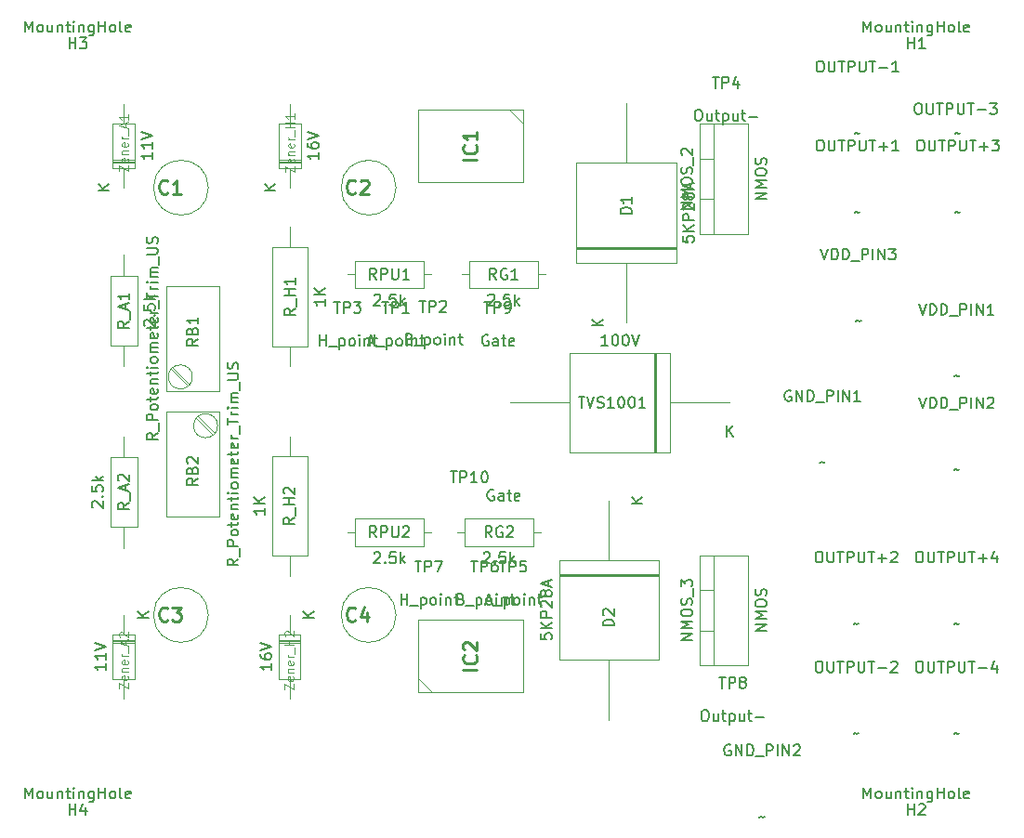
<source format=gbr>
%TF.GenerationSoftware,KiCad,Pcbnew,9.0.1*%
%TF.CreationDate,2025-06-15T17:03:02+03:00*%
%TF.ProjectId,pcb_no_div,7063625f-6e6f-45f6-9469-762e6b696361,rev?*%
%TF.SameCoordinates,Original*%
%TF.FileFunction,AssemblyDrawing,Top*%
%FSLAX46Y46*%
G04 Gerber Fmt 4.6, Leading zero omitted, Abs format (unit mm)*
G04 Created by KiCad (PCBNEW 9.0.1) date 2025-06-15 17:03:02*
%MOMM*%
%LPD*%
G01*
G04 APERTURE LIST*
%ADD10C,0.150000*%
%ADD11C,0.120000*%
%ADD12C,0.254000*%
%ADD13C,0.100000*%
G04 APERTURE END LIST*
D10*
X47130057Y-79734761D02*
X47082438Y-79687142D01*
X47082438Y-79687142D02*
X47034819Y-79591904D01*
X47034819Y-79591904D02*
X47034819Y-79353809D01*
X47034819Y-79353809D02*
X47082438Y-79258571D01*
X47082438Y-79258571D02*
X47130057Y-79210952D01*
X47130057Y-79210952D02*
X47225295Y-79163333D01*
X47225295Y-79163333D02*
X47320533Y-79163333D01*
X47320533Y-79163333D02*
X47463390Y-79210952D01*
X47463390Y-79210952D02*
X48034819Y-79782380D01*
X48034819Y-79782380D02*
X48034819Y-79163333D01*
X47939580Y-78734761D02*
X47987200Y-78687142D01*
X47987200Y-78687142D02*
X48034819Y-78734761D01*
X48034819Y-78734761D02*
X47987200Y-78782380D01*
X47987200Y-78782380D02*
X47939580Y-78734761D01*
X47939580Y-78734761D02*
X48034819Y-78734761D01*
X47034819Y-77782381D02*
X47034819Y-78258571D01*
X47034819Y-78258571D02*
X47511009Y-78306190D01*
X47511009Y-78306190D02*
X47463390Y-78258571D01*
X47463390Y-78258571D02*
X47415771Y-78163333D01*
X47415771Y-78163333D02*
X47415771Y-77925238D01*
X47415771Y-77925238D02*
X47463390Y-77830000D01*
X47463390Y-77830000D02*
X47511009Y-77782381D01*
X47511009Y-77782381D02*
X47606247Y-77734762D01*
X47606247Y-77734762D02*
X47844342Y-77734762D01*
X47844342Y-77734762D02*
X47939580Y-77782381D01*
X47939580Y-77782381D02*
X47987200Y-77830000D01*
X47987200Y-77830000D02*
X48034819Y-77925238D01*
X48034819Y-77925238D02*
X48034819Y-78163333D01*
X48034819Y-78163333D02*
X47987200Y-78258571D01*
X47987200Y-78258571D02*
X47939580Y-78306190D01*
X48034819Y-77306190D02*
X47034819Y-77306190D01*
X47653866Y-77210952D02*
X48034819Y-76925238D01*
X47368152Y-76925238D02*
X47749104Y-77306190D01*
X50404819Y-79306190D02*
X49928628Y-79639523D01*
X50404819Y-79877618D02*
X49404819Y-79877618D01*
X49404819Y-79877618D02*
X49404819Y-79496666D01*
X49404819Y-79496666D02*
X49452438Y-79401428D01*
X49452438Y-79401428D02*
X49500057Y-79353809D01*
X49500057Y-79353809D02*
X49595295Y-79306190D01*
X49595295Y-79306190D02*
X49738152Y-79306190D01*
X49738152Y-79306190D02*
X49833390Y-79353809D01*
X49833390Y-79353809D02*
X49881009Y-79401428D01*
X49881009Y-79401428D02*
X49928628Y-79496666D01*
X49928628Y-79496666D02*
X49928628Y-79877618D01*
X50500057Y-79115714D02*
X50500057Y-78353809D01*
X50119104Y-78163332D02*
X50119104Y-77687142D01*
X50404819Y-78258570D02*
X49404819Y-77925237D01*
X49404819Y-77925237D02*
X50404819Y-77591904D01*
X49500057Y-77306189D02*
X49452438Y-77258570D01*
X49452438Y-77258570D02*
X49404819Y-77163332D01*
X49404819Y-77163332D02*
X49404819Y-76925237D01*
X49404819Y-76925237D02*
X49452438Y-76829999D01*
X49452438Y-76829999D02*
X49500057Y-76782380D01*
X49500057Y-76782380D02*
X49595295Y-76734761D01*
X49595295Y-76734761D02*
X49690533Y-76734761D01*
X49690533Y-76734761D02*
X49833390Y-76782380D01*
X49833390Y-76782380D02*
X50404819Y-77353808D01*
X50404819Y-77353808D02*
X50404819Y-76734761D01*
X67674819Y-47409047D02*
X67674819Y-47980475D01*
X67674819Y-47694761D02*
X66674819Y-47694761D01*
X66674819Y-47694761D02*
X66817676Y-47789999D01*
X66817676Y-47789999D02*
X66912914Y-47885237D01*
X66912914Y-47885237D02*
X66960533Y-47980475D01*
X66674819Y-46551904D02*
X66674819Y-46742380D01*
X66674819Y-46742380D02*
X66722438Y-46837618D01*
X66722438Y-46837618D02*
X66770057Y-46885237D01*
X66770057Y-46885237D02*
X66912914Y-46980475D01*
X66912914Y-46980475D02*
X67103390Y-47028094D01*
X67103390Y-47028094D02*
X67484342Y-47028094D01*
X67484342Y-47028094D02*
X67579580Y-46980475D01*
X67579580Y-46980475D02*
X67627200Y-46932856D01*
X67627200Y-46932856D02*
X67674819Y-46837618D01*
X67674819Y-46837618D02*
X67674819Y-46647142D01*
X67674819Y-46647142D02*
X67627200Y-46551904D01*
X67627200Y-46551904D02*
X67579580Y-46504285D01*
X67579580Y-46504285D02*
X67484342Y-46456666D01*
X67484342Y-46456666D02*
X67246247Y-46456666D01*
X67246247Y-46456666D02*
X67151009Y-46504285D01*
X67151009Y-46504285D02*
X67103390Y-46551904D01*
X67103390Y-46551904D02*
X67055771Y-46647142D01*
X67055771Y-46647142D02*
X67055771Y-46837618D01*
X67055771Y-46837618D02*
X67103390Y-46932856D01*
X67103390Y-46932856D02*
X67151009Y-46980475D01*
X67151009Y-46980475D02*
X67246247Y-47028094D01*
X66674819Y-46170951D02*
X67674819Y-45837618D01*
X67674819Y-45837618D02*
X66674819Y-45504285D01*
D11*
X64663855Y-49156666D02*
X64663855Y-48623332D01*
X64663855Y-48623332D02*
X65463855Y-49156666D01*
X65463855Y-49156666D02*
X65463855Y-48623332D01*
X65425760Y-48013808D02*
X65463855Y-48089999D01*
X65463855Y-48089999D02*
X65463855Y-48242380D01*
X65463855Y-48242380D02*
X65425760Y-48318570D01*
X65425760Y-48318570D02*
X65349569Y-48356666D01*
X65349569Y-48356666D02*
X65044807Y-48356666D01*
X65044807Y-48356666D02*
X64968617Y-48318570D01*
X64968617Y-48318570D02*
X64930521Y-48242380D01*
X64930521Y-48242380D02*
X64930521Y-48089999D01*
X64930521Y-48089999D02*
X64968617Y-48013808D01*
X64968617Y-48013808D02*
X65044807Y-47975713D01*
X65044807Y-47975713D02*
X65120998Y-47975713D01*
X65120998Y-47975713D02*
X65197188Y-48356666D01*
X64930521Y-47632856D02*
X65463855Y-47632856D01*
X65006712Y-47632856D02*
X64968617Y-47594761D01*
X64968617Y-47594761D02*
X64930521Y-47518571D01*
X64930521Y-47518571D02*
X64930521Y-47404285D01*
X64930521Y-47404285D02*
X64968617Y-47328094D01*
X64968617Y-47328094D02*
X65044807Y-47289999D01*
X65044807Y-47289999D02*
X65463855Y-47289999D01*
X65425760Y-46604284D02*
X65463855Y-46680475D01*
X65463855Y-46680475D02*
X65463855Y-46832856D01*
X65463855Y-46832856D02*
X65425760Y-46909046D01*
X65425760Y-46909046D02*
X65349569Y-46947142D01*
X65349569Y-46947142D02*
X65044807Y-46947142D01*
X65044807Y-46947142D02*
X64968617Y-46909046D01*
X64968617Y-46909046D02*
X64930521Y-46832856D01*
X64930521Y-46832856D02*
X64930521Y-46680475D01*
X64930521Y-46680475D02*
X64968617Y-46604284D01*
X64968617Y-46604284D02*
X65044807Y-46566189D01*
X65044807Y-46566189D02*
X65120998Y-46566189D01*
X65120998Y-46566189D02*
X65197188Y-46947142D01*
X65463855Y-46223332D02*
X64930521Y-46223332D01*
X65082902Y-46223332D02*
X65006712Y-46185237D01*
X65006712Y-46185237D02*
X64968617Y-46147142D01*
X64968617Y-46147142D02*
X64930521Y-46070951D01*
X64930521Y-46070951D02*
X64930521Y-45994761D01*
X65540045Y-45918571D02*
X65540045Y-45309047D01*
X65463855Y-45118570D02*
X64663855Y-45118570D01*
X65044807Y-45118570D02*
X65044807Y-44661427D01*
X65463855Y-44661427D02*
X64663855Y-44661427D01*
X65463855Y-43861428D02*
X65463855Y-44318571D01*
X65463855Y-44089999D02*
X64663855Y-44089999D01*
X64663855Y-44089999D02*
X64778140Y-44166190D01*
X64778140Y-44166190D02*
X64854331Y-44242380D01*
X64854331Y-44242380D02*
X64892426Y-44318571D01*
D10*
X63754819Y-50861904D02*
X62754819Y-50861904D01*
X63754819Y-50290476D02*
X63183390Y-50719047D01*
X62754819Y-50290476D02*
X63326247Y-50861904D01*
X102807142Y-98204819D02*
X102997618Y-98204819D01*
X102997618Y-98204819D02*
X103092856Y-98252438D01*
X103092856Y-98252438D02*
X103188094Y-98347676D01*
X103188094Y-98347676D02*
X103235713Y-98538152D01*
X103235713Y-98538152D02*
X103235713Y-98871485D01*
X103235713Y-98871485D02*
X103188094Y-99061961D01*
X103188094Y-99061961D02*
X103092856Y-99157200D01*
X103092856Y-99157200D02*
X102997618Y-99204819D01*
X102997618Y-99204819D02*
X102807142Y-99204819D01*
X102807142Y-99204819D02*
X102711904Y-99157200D01*
X102711904Y-99157200D02*
X102616666Y-99061961D01*
X102616666Y-99061961D02*
X102569047Y-98871485D01*
X102569047Y-98871485D02*
X102569047Y-98538152D01*
X102569047Y-98538152D02*
X102616666Y-98347676D01*
X102616666Y-98347676D02*
X102711904Y-98252438D01*
X102711904Y-98252438D02*
X102807142Y-98204819D01*
X104092856Y-98538152D02*
X104092856Y-99204819D01*
X103664285Y-98538152D02*
X103664285Y-99061961D01*
X103664285Y-99061961D02*
X103711904Y-99157200D01*
X103711904Y-99157200D02*
X103807142Y-99204819D01*
X103807142Y-99204819D02*
X103949999Y-99204819D01*
X103949999Y-99204819D02*
X104045237Y-99157200D01*
X104045237Y-99157200D02*
X104092856Y-99109580D01*
X104426190Y-98538152D02*
X104807142Y-98538152D01*
X104569047Y-98204819D02*
X104569047Y-99061961D01*
X104569047Y-99061961D02*
X104616666Y-99157200D01*
X104616666Y-99157200D02*
X104711904Y-99204819D01*
X104711904Y-99204819D02*
X104807142Y-99204819D01*
X105140476Y-98538152D02*
X105140476Y-99538152D01*
X105140476Y-98585771D02*
X105235714Y-98538152D01*
X105235714Y-98538152D02*
X105426190Y-98538152D01*
X105426190Y-98538152D02*
X105521428Y-98585771D01*
X105521428Y-98585771D02*
X105569047Y-98633390D01*
X105569047Y-98633390D02*
X105616666Y-98728628D01*
X105616666Y-98728628D02*
X105616666Y-99014342D01*
X105616666Y-99014342D02*
X105569047Y-99109580D01*
X105569047Y-99109580D02*
X105521428Y-99157200D01*
X105521428Y-99157200D02*
X105426190Y-99204819D01*
X105426190Y-99204819D02*
X105235714Y-99204819D01*
X105235714Y-99204819D02*
X105140476Y-99157200D01*
X106473809Y-98538152D02*
X106473809Y-99204819D01*
X106045238Y-98538152D02*
X106045238Y-99061961D01*
X106045238Y-99061961D02*
X106092857Y-99157200D01*
X106092857Y-99157200D02*
X106188095Y-99204819D01*
X106188095Y-99204819D02*
X106330952Y-99204819D01*
X106330952Y-99204819D02*
X106426190Y-99157200D01*
X106426190Y-99157200D02*
X106473809Y-99109580D01*
X106807143Y-98538152D02*
X107188095Y-98538152D01*
X106950000Y-98204819D02*
X106950000Y-99061961D01*
X106950000Y-99061961D02*
X106997619Y-99157200D01*
X106997619Y-99157200D02*
X107092857Y-99204819D01*
X107092857Y-99204819D02*
X107188095Y-99204819D01*
X107521429Y-98823866D02*
X108283334Y-98823866D01*
X104188095Y-95204819D02*
X104759523Y-95204819D01*
X104473809Y-96204819D02*
X104473809Y-95204819D01*
X105092857Y-96204819D02*
X105092857Y-95204819D01*
X105092857Y-95204819D02*
X105473809Y-95204819D01*
X105473809Y-95204819D02*
X105569047Y-95252438D01*
X105569047Y-95252438D02*
X105616666Y-95300057D01*
X105616666Y-95300057D02*
X105664285Y-95395295D01*
X105664285Y-95395295D02*
X105664285Y-95538152D01*
X105664285Y-95538152D02*
X105616666Y-95633390D01*
X105616666Y-95633390D02*
X105569047Y-95681009D01*
X105569047Y-95681009D02*
X105473809Y-95728628D01*
X105473809Y-95728628D02*
X105092857Y-95728628D01*
X106235714Y-95633390D02*
X106140476Y-95585771D01*
X106140476Y-95585771D02*
X106092857Y-95538152D01*
X106092857Y-95538152D02*
X106045238Y-95442914D01*
X106045238Y-95442914D02*
X106045238Y-95395295D01*
X106045238Y-95395295D02*
X106092857Y-95300057D01*
X106092857Y-95300057D02*
X106140476Y-95252438D01*
X106140476Y-95252438D02*
X106235714Y-95204819D01*
X106235714Y-95204819D02*
X106426190Y-95204819D01*
X106426190Y-95204819D02*
X106521428Y-95252438D01*
X106521428Y-95252438D02*
X106569047Y-95300057D01*
X106569047Y-95300057D02*
X106616666Y-95395295D01*
X106616666Y-95395295D02*
X106616666Y-95442914D01*
X106616666Y-95442914D02*
X106569047Y-95538152D01*
X106569047Y-95538152D02*
X106521428Y-95585771D01*
X106521428Y-95585771D02*
X106426190Y-95633390D01*
X106426190Y-95633390D02*
X106235714Y-95633390D01*
X106235714Y-95633390D02*
X106140476Y-95681009D01*
X106140476Y-95681009D02*
X106092857Y-95728628D01*
X106092857Y-95728628D02*
X106045238Y-95823866D01*
X106045238Y-95823866D02*
X106045238Y-96014342D01*
X106045238Y-96014342D02*
X106092857Y-96109580D01*
X106092857Y-96109580D02*
X106140476Y-96157200D01*
X106140476Y-96157200D02*
X106235714Y-96204819D01*
X106235714Y-96204819D02*
X106426190Y-96204819D01*
X106426190Y-96204819D02*
X106521428Y-96157200D01*
X106521428Y-96157200D02*
X106569047Y-96109580D01*
X106569047Y-96109580D02*
X106616666Y-96014342D01*
X106616666Y-96014342D02*
X106616666Y-95823866D01*
X106616666Y-95823866D02*
X106569047Y-95728628D01*
X106569047Y-95728628D02*
X106521428Y-95681009D01*
X106521428Y-95681009D02*
X106426190Y-95633390D01*
X83145238Y-60420057D02*
X83192857Y-60372438D01*
X83192857Y-60372438D02*
X83288095Y-60324819D01*
X83288095Y-60324819D02*
X83526190Y-60324819D01*
X83526190Y-60324819D02*
X83621428Y-60372438D01*
X83621428Y-60372438D02*
X83669047Y-60420057D01*
X83669047Y-60420057D02*
X83716666Y-60515295D01*
X83716666Y-60515295D02*
X83716666Y-60610533D01*
X83716666Y-60610533D02*
X83669047Y-60753390D01*
X83669047Y-60753390D02*
X83097619Y-61324819D01*
X83097619Y-61324819D02*
X83716666Y-61324819D01*
X84145238Y-61229580D02*
X84192857Y-61277200D01*
X84192857Y-61277200D02*
X84145238Y-61324819D01*
X84145238Y-61324819D02*
X84097619Y-61277200D01*
X84097619Y-61277200D02*
X84145238Y-61229580D01*
X84145238Y-61229580D02*
X84145238Y-61324819D01*
X85097618Y-60324819D02*
X84621428Y-60324819D01*
X84621428Y-60324819D02*
X84573809Y-60801009D01*
X84573809Y-60801009D02*
X84621428Y-60753390D01*
X84621428Y-60753390D02*
X84716666Y-60705771D01*
X84716666Y-60705771D02*
X84954761Y-60705771D01*
X84954761Y-60705771D02*
X85049999Y-60753390D01*
X85049999Y-60753390D02*
X85097618Y-60801009D01*
X85097618Y-60801009D02*
X85145237Y-60896247D01*
X85145237Y-60896247D02*
X85145237Y-61134342D01*
X85145237Y-61134342D02*
X85097618Y-61229580D01*
X85097618Y-61229580D02*
X85049999Y-61277200D01*
X85049999Y-61277200D02*
X84954761Y-61324819D01*
X84954761Y-61324819D02*
X84716666Y-61324819D01*
X84716666Y-61324819D02*
X84621428Y-61277200D01*
X84621428Y-61277200D02*
X84573809Y-61229580D01*
X85573809Y-61324819D02*
X85573809Y-60324819D01*
X85669047Y-60943866D02*
X85954761Y-61324819D01*
X85954761Y-60658152D02*
X85573809Y-61039104D01*
X83883333Y-58954819D02*
X83550000Y-58478628D01*
X83311905Y-58954819D02*
X83311905Y-57954819D01*
X83311905Y-57954819D02*
X83692857Y-57954819D01*
X83692857Y-57954819D02*
X83788095Y-58002438D01*
X83788095Y-58002438D02*
X83835714Y-58050057D01*
X83835714Y-58050057D02*
X83883333Y-58145295D01*
X83883333Y-58145295D02*
X83883333Y-58288152D01*
X83883333Y-58288152D02*
X83835714Y-58383390D01*
X83835714Y-58383390D02*
X83788095Y-58431009D01*
X83788095Y-58431009D02*
X83692857Y-58478628D01*
X83692857Y-58478628D02*
X83311905Y-58478628D01*
X84835714Y-58002438D02*
X84740476Y-57954819D01*
X84740476Y-57954819D02*
X84597619Y-57954819D01*
X84597619Y-57954819D02*
X84454762Y-58002438D01*
X84454762Y-58002438D02*
X84359524Y-58097676D01*
X84359524Y-58097676D02*
X84311905Y-58192914D01*
X84311905Y-58192914D02*
X84264286Y-58383390D01*
X84264286Y-58383390D02*
X84264286Y-58526247D01*
X84264286Y-58526247D02*
X84311905Y-58716723D01*
X84311905Y-58716723D02*
X84359524Y-58811961D01*
X84359524Y-58811961D02*
X84454762Y-58907200D01*
X84454762Y-58907200D02*
X84597619Y-58954819D01*
X84597619Y-58954819D02*
X84692857Y-58954819D01*
X84692857Y-58954819D02*
X84835714Y-58907200D01*
X84835714Y-58907200D02*
X84883333Y-58859580D01*
X84883333Y-58859580D02*
X84883333Y-58526247D01*
X84883333Y-58526247D02*
X84692857Y-58526247D01*
X85835714Y-58954819D02*
X85264286Y-58954819D01*
X85550000Y-58954819D02*
X85550000Y-57954819D01*
X85550000Y-57954819D02*
X85454762Y-58097676D01*
X85454762Y-58097676D02*
X85359524Y-58192914D01*
X85359524Y-58192914D02*
X85264286Y-58240533D01*
D12*
X71038333Y-51053365D02*
X70977857Y-51113842D01*
X70977857Y-51113842D02*
X70796428Y-51174318D01*
X70796428Y-51174318D02*
X70675476Y-51174318D01*
X70675476Y-51174318D02*
X70494047Y-51113842D01*
X70494047Y-51113842D02*
X70373095Y-50992889D01*
X70373095Y-50992889D02*
X70312618Y-50871937D01*
X70312618Y-50871937D02*
X70252142Y-50630032D01*
X70252142Y-50630032D02*
X70252142Y-50448603D01*
X70252142Y-50448603D02*
X70312618Y-50206699D01*
X70312618Y-50206699D02*
X70373095Y-50085746D01*
X70373095Y-50085746D02*
X70494047Y-49964794D01*
X70494047Y-49964794D02*
X70675476Y-49904318D01*
X70675476Y-49904318D02*
X70796428Y-49904318D01*
X70796428Y-49904318D02*
X70977857Y-49964794D01*
X70977857Y-49964794D02*
X71038333Y-50025270D01*
X71522142Y-50025270D02*
X71582618Y-49964794D01*
X71582618Y-49964794D02*
X71703571Y-49904318D01*
X71703571Y-49904318D02*
X72005952Y-49904318D01*
X72005952Y-49904318D02*
X72126904Y-49964794D01*
X72126904Y-49964794D02*
X72187380Y-50025270D01*
X72187380Y-50025270D02*
X72247857Y-50146222D01*
X72247857Y-50146222D02*
X72247857Y-50267175D01*
X72247857Y-50267175D02*
X72187380Y-50448603D01*
X72187380Y-50448603D02*
X71461666Y-51174318D01*
X71461666Y-51174318D02*
X72247857Y-51174318D01*
D10*
X63384819Y-93969047D02*
X63384819Y-94540475D01*
X63384819Y-94254761D02*
X62384819Y-94254761D01*
X62384819Y-94254761D02*
X62527676Y-94349999D01*
X62527676Y-94349999D02*
X62622914Y-94445237D01*
X62622914Y-94445237D02*
X62670533Y-94540475D01*
X62384819Y-93111904D02*
X62384819Y-93302380D01*
X62384819Y-93302380D02*
X62432438Y-93397618D01*
X62432438Y-93397618D02*
X62480057Y-93445237D01*
X62480057Y-93445237D02*
X62622914Y-93540475D01*
X62622914Y-93540475D02*
X62813390Y-93588094D01*
X62813390Y-93588094D02*
X63194342Y-93588094D01*
X63194342Y-93588094D02*
X63289580Y-93540475D01*
X63289580Y-93540475D02*
X63337200Y-93492856D01*
X63337200Y-93492856D02*
X63384819Y-93397618D01*
X63384819Y-93397618D02*
X63384819Y-93207142D01*
X63384819Y-93207142D02*
X63337200Y-93111904D01*
X63337200Y-93111904D02*
X63289580Y-93064285D01*
X63289580Y-93064285D02*
X63194342Y-93016666D01*
X63194342Y-93016666D02*
X62956247Y-93016666D01*
X62956247Y-93016666D02*
X62861009Y-93064285D01*
X62861009Y-93064285D02*
X62813390Y-93111904D01*
X62813390Y-93111904D02*
X62765771Y-93207142D01*
X62765771Y-93207142D02*
X62765771Y-93397618D01*
X62765771Y-93397618D02*
X62813390Y-93492856D01*
X62813390Y-93492856D02*
X62861009Y-93540475D01*
X62861009Y-93540475D02*
X62956247Y-93588094D01*
X62384819Y-92730951D02*
X63384819Y-92397618D01*
X63384819Y-92397618D02*
X62384819Y-92064285D01*
X67304819Y-89801904D02*
X66304819Y-89801904D01*
X67304819Y-89230476D02*
X66733390Y-89659047D01*
X66304819Y-89230476D02*
X66876247Y-89801904D01*
D11*
X64613855Y-96316666D02*
X64613855Y-95783332D01*
X64613855Y-95783332D02*
X65413855Y-96316666D01*
X65413855Y-96316666D02*
X65413855Y-95783332D01*
X65375760Y-95173808D02*
X65413855Y-95249999D01*
X65413855Y-95249999D02*
X65413855Y-95402380D01*
X65413855Y-95402380D02*
X65375760Y-95478570D01*
X65375760Y-95478570D02*
X65299569Y-95516666D01*
X65299569Y-95516666D02*
X64994807Y-95516666D01*
X64994807Y-95516666D02*
X64918617Y-95478570D01*
X64918617Y-95478570D02*
X64880521Y-95402380D01*
X64880521Y-95402380D02*
X64880521Y-95249999D01*
X64880521Y-95249999D02*
X64918617Y-95173808D01*
X64918617Y-95173808D02*
X64994807Y-95135713D01*
X64994807Y-95135713D02*
X65070998Y-95135713D01*
X65070998Y-95135713D02*
X65147188Y-95516666D01*
X64880521Y-94792856D02*
X65413855Y-94792856D01*
X64956712Y-94792856D02*
X64918617Y-94754761D01*
X64918617Y-94754761D02*
X64880521Y-94678571D01*
X64880521Y-94678571D02*
X64880521Y-94564285D01*
X64880521Y-94564285D02*
X64918617Y-94488094D01*
X64918617Y-94488094D02*
X64994807Y-94449999D01*
X64994807Y-94449999D02*
X65413855Y-94449999D01*
X65375760Y-93764284D02*
X65413855Y-93840475D01*
X65413855Y-93840475D02*
X65413855Y-93992856D01*
X65413855Y-93992856D02*
X65375760Y-94069046D01*
X65375760Y-94069046D02*
X65299569Y-94107142D01*
X65299569Y-94107142D02*
X64994807Y-94107142D01*
X64994807Y-94107142D02*
X64918617Y-94069046D01*
X64918617Y-94069046D02*
X64880521Y-93992856D01*
X64880521Y-93992856D02*
X64880521Y-93840475D01*
X64880521Y-93840475D02*
X64918617Y-93764284D01*
X64918617Y-93764284D02*
X64994807Y-93726189D01*
X64994807Y-93726189D02*
X65070998Y-93726189D01*
X65070998Y-93726189D02*
X65147188Y-94107142D01*
X65413855Y-93383332D02*
X64880521Y-93383332D01*
X65032902Y-93383332D02*
X64956712Y-93345237D01*
X64956712Y-93345237D02*
X64918617Y-93307142D01*
X64918617Y-93307142D02*
X64880521Y-93230951D01*
X64880521Y-93230951D02*
X64880521Y-93154761D01*
X65490045Y-93078571D02*
X65490045Y-92469047D01*
X65413855Y-92278570D02*
X64613855Y-92278570D01*
X64994807Y-92278570D02*
X64994807Y-91821427D01*
X65413855Y-91821427D02*
X64613855Y-91821427D01*
X64690045Y-91478571D02*
X64651950Y-91440475D01*
X64651950Y-91440475D02*
X64613855Y-91364285D01*
X64613855Y-91364285D02*
X64613855Y-91173809D01*
X64613855Y-91173809D02*
X64651950Y-91097618D01*
X64651950Y-91097618D02*
X64690045Y-91059523D01*
X64690045Y-91059523D02*
X64766236Y-91021428D01*
X64766236Y-91021428D02*
X64842426Y-91021428D01*
X64842426Y-91021428D02*
X64956712Y-91059523D01*
X64956712Y-91059523D02*
X65413855Y-91516666D01*
X65413855Y-91516666D02*
X65413855Y-91021428D01*
D10*
X125688095Y-52873866D02*
X125735714Y-52826247D01*
X125735714Y-52826247D02*
X125830952Y-52778628D01*
X125830952Y-52778628D02*
X126021428Y-52873866D01*
X126021428Y-52873866D02*
X126116666Y-52826247D01*
X126116666Y-52826247D02*
X126164285Y-52778628D01*
X122450000Y-46254819D02*
X122640476Y-46254819D01*
X122640476Y-46254819D02*
X122735714Y-46302438D01*
X122735714Y-46302438D02*
X122830952Y-46397676D01*
X122830952Y-46397676D02*
X122878571Y-46588152D01*
X122878571Y-46588152D02*
X122878571Y-46921485D01*
X122878571Y-46921485D02*
X122830952Y-47111961D01*
X122830952Y-47111961D02*
X122735714Y-47207200D01*
X122735714Y-47207200D02*
X122640476Y-47254819D01*
X122640476Y-47254819D02*
X122450000Y-47254819D01*
X122450000Y-47254819D02*
X122354762Y-47207200D01*
X122354762Y-47207200D02*
X122259524Y-47111961D01*
X122259524Y-47111961D02*
X122211905Y-46921485D01*
X122211905Y-46921485D02*
X122211905Y-46588152D01*
X122211905Y-46588152D02*
X122259524Y-46397676D01*
X122259524Y-46397676D02*
X122354762Y-46302438D01*
X122354762Y-46302438D02*
X122450000Y-46254819D01*
X123307143Y-46254819D02*
X123307143Y-47064342D01*
X123307143Y-47064342D02*
X123354762Y-47159580D01*
X123354762Y-47159580D02*
X123402381Y-47207200D01*
X123402381Y-47207200D02*
X123497619Y-47254819D01*
X123497619Y-47254819D02*
X123688095Y-47254819D01*
X123688095Y-47254819D02*
X123783333Y-47207200D01*
X123783333Y-47207200D02*
X123830952Y-47159580D01*
X123830952Y-47159580D02*
X123878571Y-47064342D01*
X123878571Y-47064342D02*
X123878571Y-46254819D01*
X124211905Y-46254819D02*
X124783333Y-46254819D01*
X124497619Y-47254819D02*
X124497619Y-46254819D01*
X125116667Y-47254819D02*
X125116667Y-46254819D01*
X125116667Y-46254819D02*
X125497619Y-46254819D01*
X125497619Y-46254819D02*
X125592857Y-46302438D01*
X125592857Y-46302438D02*
X125640476Y-46350057D01*
X125640476Y-46350057D02*
X125688095Y-46445295D01*
X125688095Y-46445295D02*
X125688095Y-46588152D01*
X125688095Y-46588152D02*
X125640476Y-46683390D01*
X125640476Y-46683390D02*
X125592857Y-46731009D01*
X125592857Y-46731009D02*
X125497619Y-46778628D01*
X125497619Y-46778628D02*
X125116667Y-46778628D01*
X126116667Y-46254819D02*
X126116667Y-47064342D01*
X126116667Y-47064342D02*
X126164286Y-47159580D01*
X126164286Y-47159580D02*
X126211905Y-47207200D01*
X126211905Y-47207200D02*
X126307143Y-47254819D01*
X126307143Y-47254819D02*
X126497619Y-47254819D01*
X126497619Y-47254819D02*
X126592857Y-47207200D01*
X126592857Y-47207200D02*
X126640476Y-47159580D01*
X126640476Y-47159580D02*
X126688095Y-47064342D01*
X126688095Y-47064342D02*
X126688095Y-46254819D01*
X127021429Y-46254819D02*
X127592857Y-46254819D01*
X127307143Y-47254819D02*
X127307143Y-46254819D01*
X127926191Y-46873866D02*
X128688096Y-46873866D01*
X128307143Y-47254819D02*
X128307143Y-46492914D01*
X129069048Y-46254819D02*
X129688095Y-46254819D01*
X129688095Y-46254819D02*
X129354762Y-46635771D01*
X129354762Y-46635771D02*
X129497619Y-46635771D01*
X129497619Y-46635771D02*
X129592857Y-46683390D01*
X129592857Y-46683390D02*
X129640476Y-46731009D01*
X129640476Y-46731009D02*
X129688095Y-46826247D01*
X129688095Y-46826247D02*
X129688095Y-47064342D01*
X129688095Y-47064342D02*
X129640476Y-47159580D01*
X129640476Y-47159580D02*
X129592857Y-47207200D01*
X129592857Y-47207200D02*
X129497619Y-47254819D01*
X129497619Y-47254819D02*
X129211905Y-47254819D01*
X129211905Y-47254819D02*
X129116667Y-47207200D01*
X129116667Y-47207200D02*
X129069048Y-47159580D01*
X102207142Y-43504819D02*
X102397618Y-43504819D01*
X102397618Y-43504819D02*
X102492856Y-43552438D01*
X102492856Y-43552438D02*
X102588094Y-43647676D01*
X102588094Y-43647676D02*
X102635713Y-43838152D01*
X102635713Y-43838152D02*
X102635713Y-44171485D01*
X102635713Y-44171485D02*
X102588094Y-44361961D01*
X102588094Y-44361961D02*
X102492856Y-44457200D01*
X102492856Y-44457200D02*
X102397618Y-44504819D01*
X102397618Y-44504819D02*
X102207142Y-44504819D01*
X102207142Y-44504819D02*
X102111904Y-44457200D01*
X102111904Y-44457200D02*
X102016666Y-44361961D01*
X102016666Y-44361961D02*
X101969047Y-44171485D01*
X101969047Y-44171485D02*
X101969047Y-43838152D01*
X101969047Y-43838152D02*
X102016666Y-43647676D01*
X102016666Y-43647676D02*
X102111904Y-43552438D01*
X102111904Y-43552438D02*
X102207142Y-43504819D01*
X103492856Y-43838152D02*
X103492856Y-44504819D01*
X103064285Y-43838152D02*
X103064285Y-44361961D01*
X103064285Y-44361961D02*
X103111904Y-44457200D01*
X103111904Y-44457200D02*
X103207142Y-44504819D01*
X103207142Y-44504819D02*
X103349999Y-44504819D01*
X103349999Y-44504819D02*
X103445237Y-44457200D01*
X103445237Y-44457200D02*
X103492856Y-44409580D01*
X103826190Y-43838152D02*
X104207142Y-43838152D01*
X103969047Y-43504819D02*
X103969047Y-44361961D01*
X103969047Y-44361961D02*
X104016666Y-44457200D01*
X104016666Y-44457200D02*
X104111904Y-44504819D01*
X104111904Y-44504819D02*
X104207142Y-44504819D01*
X104540476Y-43838152D02*
X104540476Y-44838152D01*
X104540476Y-43885771D02*
X104635714Y-43838152D01*
X104635714Y-43838152D02*
X104826190Y-43838152D01*
X104826190Y-43838152D02*
X104921428Y-43885771D01*
X104921428Y-43885771D02*
X104969047Y-43933390D01*
X104969047Y-43933390D02*
X105016666Y-44028628D01*
X105016666Y-44028628D02*
X105016666Y-44314342D01*
X105016666Y-44314342D02*
X104969047Y-44409580D01*
X104969047Y-44409580D02*
X104921428Y-44457200D01*
X104921428Y-44457200D02*
X104826190Y-44504819D01*
X104826190Y-44504819D02*
X104635714Y-44504819D01*
X104635714Y-44504819D02*
X104540476Y-44457200D01*
X105873809Y-43838152D02*
X105873809Y-44504819D01*
X105445238Y-43838152D02*
X105445238Y-44361961D01*
X105445238Y-44361961D02*
X105492857Y-44457200D01*
X105492857Y-44457200D02*
X105588095Y-44504819D01*
X105588095Y-44504819D02*
X105730952Y-44504819D01*
X105730952Y-44504819D02*
X105826190Y-44457200D01*
X105826190Y-44457200D02*
X105873809Y-44409580D01*
X106207143Y-43838152D02*
X106588095Y-43838152D01*
X106350000Y-43504819D02*
X106350000Y-44361961D01*
X106350000Y-44361961D02*
X106397619Y-44457200D01*
X106397619Y-44457200D02*
X106492857Y-44504819D01*
X106492857Y-44504819D02*
X106588095Y-44504819D01*
X106921429Y-44123866D02*
X107683334Y-44123866D01*
X103588095Y-40504819D02*
X104159523Y-40504819D01*
X103873809Y-41504819D02*
X103873809Y-40504819D01*
X104492857Y-41504819D02*
X104492857Y-40504819D01*
X104492857Y-40504819D02*
X104873809Y-40504819D01*
X104873809Y-40504819D02*
X104969047Y-40552438D01*
X104969047Y-40552438D02*
X105016666Y-40600057D01*
X105016666Y-40600057D02*
X105064285Y-40695295D01*
X105064285Y-40695295D02*
X105064285Y-40838152D01*
X105064285Y-40838152D02*
X105016666Y-40933390D01*
X105016666Y-40933390D02*
X104969047Y-40981009D01*
X104969047Y-40981009D02*
X104873809Y-41028628D01*
X104873809Y-41028628D02*
X104492857Y-41028628D01*
X105921428Y-40838152D02*
X105921428Y-41504819D01*
X105683333Y-40457200D02*
X105445238Y-41171485D01*
X105445238Y-41171485D02*
X106064285Y-41171485D01*
X83645237Y-78152438D02*
X83549999Y-78104819D01*
X83549999Y-78104819D02*
X83407142Y-78104819D01*
X83407142Y-78104819D02*
X83264285Y-78152438D01*
X83264285Y-78152438D02*
X83169047Y-78247676D01*
X83169047Y-78247676D02*
X83121428Y-78342914D01*
X83121428Y-78342914D02*
X83073809Y-78533390D01*
X83073809Y-78533390D02*
X83073809Y-78676247D01*
X83073809Y-78676247D02*
X83121428Y-78866723D01*
X83121428Y-78866723D02*
X83169047Y-78961961D01*
X83169047Y-78961961D02*
X83264285Y-79057200D01*
X83264285Y-79057200D02*
X83407142Y-79104819D01*
X83407142Y-79104819D02*
X83502380Y-79104819D01*
X83502380Y-79104819D02*
X83645237Y-79057200D01*
X83645237Y-79057200D02*
X83692856Y-79009580D01*
X83692856Y-79009580D02*
X83692856Y-78676247D01*
X83692856Y-78676247D02*
X83502380Y-78676247D01*
X84549999Y-79104819D02*
X84549999Y-78581009D01*
X84549999Y-78581009D02*
X84502380Y-78485771D01*
X84502380Y-78485771D02*
X84407142Y-78438152D01*
X84407142Y-78438152D02*
X84216666Y-78438152D01*
X84216666Y-78438152D02*
X84121428Y-78485771D01*
X84549999Y-79057200D02*
X84454761Y-79104819D01*
X84454761Y-79104819D02*
X84216666Y-79104819D01*
X84216666Y-79104819D02*
X84121428Y-79057200D01*
X84121428Y-79057200D02*
X84073809Y-78961961D01*
X84073809Y-78961961D02*
X84073809Y-78866723D01*
X84073809Y-78866723D02*
X84121428Y-78771485D01*
X84121428Y-78771485D02*
X84216666Y-78723866D01*
X84216666Y-78723866D02*
X84454761Y-78723866D01*
X84454761Y-78723866D02*
X84549999Y-78676247D01*
X84883333Y-78438152D02*
X85264285Y-78438152D01*
X85026190Y-78104819D02*
X85026190Y-78961961D01*
X85026190Y-78961961D02*
X85073809Y-79057200D01*
X85073809Y-79057200D02*
X85169047Y-79104819D01*
X85169047Y-79104819D02*
X85264285Y-79104819D01*
X85978571Y-79057200D02*
X85883333Y-79104819D01*
X85883333Y-79104819D02*
X85692857Y-79104819D01*
X85692857Y-79104819D02*
X85597619Y-79057200D01*
X85597619Y-79057200D02*
X85550000Y-78961961D01*
X85550000Y-78961961D02*
X85550000Y-78581009D01*
X85550000Y-78581009D02*
X85597619Y-78485771D01*
X85597619Y-78485771D02*
X85692857Y-78438152D01*
X85692857Y-78438152D02*
X85883333Y-78438152D01*
X85883333Y-78438152D02*
X85978571Y-78485771D01*
X85978571Y-78485771D02*
X86026190Y-78581009D01*
X86026190Y-78581009D02*
X86026190Y-78676247D01*
X86026190Y-78676247D02*
X85550000Y-78771485D01*
X79711905Y-76454819D02*
X80283333Y-76454819D01*
X79997619Y-77454819D02*
X79997619Y-76454819D01*
X80616667Y-77454819D02*
X80616667Y-76454819D01*
X80616667Y-76454819D02*
X80997619Y-76454819D01*
X80997619Y-76454819D02*
X81092857Y-76502438D01*
X81092857Y-76502438D02*
X81140476Y-76550057D01*
X81140476Y-76550057D02*
X81188095Y-76645295D01*
X81188095Y-76645295D02*
X81188095Y-76788152D01*
X81188095Y-76788152D02*
X81140476Y-76883390D01*
X81140476Y-76883390D02*
X81092857Y-76931009D01*
X81092857Y-76931009D02*
X80997619Y-76978628D01*
X80997619Y-76978628D02*
X80616667Y-76978628D01*
X82140476Y-77454819D02*
X81569048Y-77454819D01*
X81854762Y-77454819D02*
X81854762Y-76454819D01*
X81854762Y-76454819D02*
X81759524Y-76597676D01*
X81759524Y-76597676D02*
X81664286Y-76692914D01*
X81664286Y-76692914D02*
X81569048Y-76740533D01*
X82759524Y-76454819D02*
X82854762Y-76454819D01*
X82854762Y-76454819D02*
X82950000Y-76502438D01*
X82950000Y-76502438D02*
X82997619Y-76550057D01*
X82997619Y-76550057D02*
X83045238Y-76645295D01*
X83045238Y-76645295D02*
X83092857Y-76835771D01*
X83092857Y-76835771D02*
X83092857Y-77073866D01*
X83092857Y-77073866D02*
X83045238Y-77264342D01*
X83045238Y-77264342D02*
X82997619Y-77359580D01*
X82997619Y-77359580D02*
X82950000Y-77407200D01*
X82950000Y-77407200D02*
X82854762Y-77454819D01*
X82854762Y-77454819D02*
X82759524Y-77454819D01*
X82759524Y-77454819D02*
X82664286Y-77407200D01*
X82664286Y-77407200D02*
X82616667Y-77359580D01*
X82616667Y-77359580D02*
X82569048Y-77264342D01*
X82569048Y-77264342D02*
X82521429Y-77073866D01*
X82521429Y-77073866D02*
X82521429Y-76835771D01*
X82521429Y-76835771D02*
X82569048Y-76645295D01*
X82569048Y-76645295D02*
X82616667Y-76550057D01*
X82616667Y-76550057D02*
X82664286Y-76502438D01*
X82664286Y-76502438D02*
X82759524Y-76454819D01*
X116438095Y-100373866D02*
X116485714Y-100326247D01*
X116485714Y-100326247D02*
X116580952Y-100278628D01*
X116580952Y-100278628D02*
X116771428Y-100373866D01*
X116771428Y-100373866D02*
X116866666Y-100326247D01*
X116866666Y-100326247D02*
X116914285Y-100278628D01*
X113200000Y-93754819D02*
X113390476Y-93754819D01*
X113390476Y-93754819D02*
X113485714Y-93802438D01*
X113485714Y-93802438D02*
X113580952Y-93897676D01*
X113580952Y-93897676D02*
X113628571Y-94088152D01*
X113628571Y-94088152D02*
X113628571Y-94421485D01*
X113628571Y-94421485D02*
X113580952Y-94611961D01*
X113580952Y-94611961D02*
X113485714Y-94707200D01*
X113485714Y-94707200D02*
X113390476Y-94754819D01*
X113390476Y-94754819D02*
X113200000Y-94754819D01*
X113200000Y-94754819D02*
X113104762Y-94707200D01*
X113104762Y-94707200D02*
X113009524Y-94611961D01*
X113009524Y-94611961D02*
X112961905Y-94421485D01*
X112961905Y-94421485D02*
X112961905Y-94088152D01*
X112961905Y-94088152D02*
X113009524Y-93897676D01*
X113009524Y-93897676D02*
X113104762Y-93802438D01*
X113104762Y-93802438D02*
X113200000Y-93754819D01*
X114057143Y-93754819D02*
X114057143Y-94564342D01*
X114057143Y-94564342D02*
X114104762Y-94659580D01*
X114104762Y-94659580D02*
X114152381Y-94707200D01*
X114152381Y-94707200D02*
X114247619Y-94754819D01*
X114247619Y-94754819D02*
X114438095Y-94754819D01*
X114438095Y-94754819D02*
X114533333Y-94707200D01*
X114533333Y-94707200D02*
X114580952Y-94659580D01*
X114580952Y-94659580D02*
X114628571Y-94564342D01*
X114628571Y-94564342D02*
X114628571Y-93754819D01*
X114961905Y-93754819D02*
X115533333Y-93754819D01*
X115247619Y-94754819D02*
X115247619Y-93754819D01*
X115866667Y-94754819D02*
X115866667Y-93754819D01*
X115866667Y-93754819D02*
X116247619Y-93754819D01*
X116247619Y-93754819D02*
X116342857Y-93802438D01*
X116342857Y-93802438D02*
X116390476Y-93850057D01*
X116390476Y-93850057D02*
X116438095Y-93945295D01*
X116438095Y-93945295D02*
X116438095Y-94088152D01*
X116438095Y-94088152D02*
X116390476Y-94183390D01*
X116390476Y-94183390D02*
X116342857Y-94231009D01*
X116342857Y-94231009D02*
X116247619Y-94278628D01*
X116247619Y-94278628D02*
X115866667Y-94278628D01*
X116866667Y-93754819D02*
X116866667Y-94564342D01*
X116866667Y-94564342D02*
X116914286Y-94659580D01*
X116914286Y-94659580D02*
X116961905Y-94707200D01*
X116961905Y-94707200D02*
X117057143Y-94754819D01*
X117057143Y-94754819D02*
X117247619Y-94754819D01*
X117247619Y-94754819D02*
X117342857Y-94707200D01*
X117342857Y-94707200D02*
X117390476Y-94659580D01*
X117390476Y-94659580D02*
X117438095Y-94564342D01*
X117438095Y-94564342D02*
X117438095Y-93754819D01*
X117771429Y-93754819D02*
X118342857Y-93754819D01*
X118057143Y-94754819D02*
X118057143Y-93754819D01*
X118676191Y-94373866D02*
X119438096Y-94373866D01*
X119866667Y-93850057D02*
X119914286Y-93802438D01*
X119914286Y-93802438D02*
X120009524Y-93754819D01*
X120009524Y-93754819D02*
X120247619Y-93754819D01*
X120247619Y-93754819D02*
X120342857Y-93802438D01*
X120342857Y-93802438D02*
X120390476Y-93850057D01*
X120390476Y-93850057D02*
X120438095Y-93945295D01*
X120438095Y-93945295D02*
X120438095Y-94040533D01*
X120438095Y-94040533D02*
X120390476Y-94183390D01*
X120390476Y-94183390D02*
X119819048Y-94754819D01*
X119819048Y-94754819D02*
X120438095Y-94754819D01*
D12*
X71038333Y-89993365D02*
X70977857Y-90053842D01*
X70977857Y-90053842D02*
X70796428Y-90114318D01*
X70796428Y-90114318D02*
X70675476Y-90114318D01*
X70675476Y-90114318D02*
X70494047Y-90053842D01*
X70494047Y-90053842D02*
X70373095Y-89932889D01*
X70373095Y-89932889D02*
X70312618Y-89811937D01*
X70312618Y-89811937D02*
X70252142Y-89570032D01*
X70252142Y-89570032D02*
X70252142Y-89388603D01*
X70252142Y-89388603D02*
X70312618Y-89146699D01*
X70312618Y-89146699D02*
X70373095Y-89025746D01*
X70373095Y-89025746D02*
X70494047Y-88904794D01*
X70494047Y-88904794D02*
X70675476Y-88844318D01*
X70675476Y-88844318D02*
X70796428Y-88844318D01*
X70796428Y-88844318D02*
X70977857Y-88904794D01*
X70977857Y-88904794D02*
X71038333Y-88965270D01*
X72126904Y-89267651D02*
X72126904Y-90114318D01*
X71824523Y-88783842D02*
X71522142Y-89690984D01*
X71522142Y-89690984D02*
X72308333Y-89690984D01*
D10*
X125588095Y-67823866D02*
X125635714Y-67776247D01*
X125635714Y-67776247D02*
X125730952Y-67728628D01*
X125730952Y-67728628D02*
X125921428Y-67823866D01*
X125921428Y-67823866D02*
X126016666Y-67776247D01*
X126016666Y-67776247D02*
X126064285Y-67728628D01*
X122397619Y-61204819D02*
X122730952Y-62204819D01*
X122730952Y-62204819D02*
X123064285Y-61204819D01*
X123397619Y-62204819D02*
X123397619Y-61204819D01*
X123397619Y-61204819D02*
X123635714Y-61204819D01*
X123635714Y-61204819D02*
X123778571Y-61252438D01*
X123778571Y-61252438D02*
X123873809Y-61347676D01*
X123873809Y-61347676D02*
X123921428Y-61442914D01*
X123921428Y-61442914D02*
X123969047Y-61633390D01*
X123969047Y-61633390D02*
X123969047Y-61776247D01*
X123969047Y-61776247D02*
X123921428Y-61966723D01*
X123921428Y-61966723D02*
X123873809Y-62061961D01*
X123873809Y-62061961D02*
X123778571Y-62157200D01*
X123778571Y-62157200D02*
X123635714Y-62204819D01*
X123635714Y-62204819D02*
X123397619Y-62204819D01*
X124397619Y-62204819D02*
X124397619Y-61204819D01*
X124397619Y-61204819D02*
X124635714Y-61204819D01*
X124635714Y-61204819D02*
X124778571Y-61252438D01*
X124778571Y-61252438D02*
X124873809Y-61347676D01*
X124873809Y-61347676D02*
X124921428Y-61442914D01*
X124921428Y-61442914D02*
X124969047Y-61633390D01*
X124969047Y-61633390D02*
X124969047Y-61776247D01*
X124969047Y-61776247D02*
X124921428Y-61966723D01*
X124921428Y-61966723D02*
X124873809Y-62061961D01*
X124873809Y-62061961D02*
X124778571Y-62157200D01*
X124778571Y-62157200D02*
X124635714Y-62204819D01*
X124635714Y-62204819D02*
X124397619Y-62204819D01*
X125159524Y-62300057D02*
X125921428Y-62300057D01*
X126159524Y-62204819D02*
X126159524Y-61204819D01*
X126159524Y-61204819D02*
X126540476Y-61204819D01*
X126540476Y-61204819D02*
X126635714Y-61252438D01*
X126635714Y-61252438D02*
X126683333Y-61300057D01*
X126683333Y-61300057D02*
X126730952Y-61395295D01*
X126730952Y-61395295D02*
X126730952Y-61538152D01*
X126730952Y-61538152D02*
X126683333Y-61633390D01*
X126683333Y-61633390D02*
X126635714Y-61681009D01*
X126635714Y-61681009D02*
X126540476Y-61728628D01*
X126540476Y-61728628D02*
X126159524Y-61728628D01*
X127159524Y-62204819D02*
X127159524Y-61204819D01*
X127635714Y-62204819D02*
X127635714Y-61204819D01*
X127635714Y-61204819D02*
X128207142Y-62204819D01*
X128207142Y-62204819D02*
X128207142Y-61204819D01*
X129207142Y-62204819D02*
X128635714Y-62204819D01*
X128921428Y-62204819D02*
X128921428Y-61204819D01*
X128921428Y-61204819D02*
X128826190Y-61347676D01*
X128826190Y-61347676D02*
X128730952Y-61442914D01*
X128730952Y-61442914D02*
X128635714Y-61490533D01*
X72250000Y-64719104D02*
X72726190Y-64719104D01*
X72154762Y-65004819D02*
X72488095Y-64004819D01*
X72488095Y-64004819D02*
X72821428Y-65004819D01*
X72916667Y-65100057D02*
X73678571Y-65100057D01*
X73916667Y-64338152D02*
X73916667Y-65338152D01*
X73916667Y-64385771D02*
X74011905Y-64338152D01*
X74011905Y-64338152D02*
X74202381Y-64338152D01*
X74202381Y-64338152D02*
X74297619Y-64385771D01*
X74297619Y-64385771D02*
X74345238Y-64433390D01*
X74345238Y-64433390D02*
X74392857Y-64528628D01*
X74392857Y-64528628D02*
X74392857Y-64814342D01*
X74392857Y-64814342D02*
X74345238Y-64909580D01*
X74345238Y-64909580D02*
X74297619Y-64957200D01*
X74297619Y-64957200D02*
X74202381Y-65004819D01*
X74202381Y-65004819D02*
X74011905Y-65004819D01*
X74011905Y-65004819D02*
X73916667Y-64957200D01*
X74964286Y-65004819D02*
X74869048Y-64957200D01*
X74869048Y-64957200D02*
X74821429Y-64909580D01*
X74821429Y-64909580D02*
X74773810Y-64814342D01*
X74773810Y-64814342D02*
X74773810Y-64528628D01*
X74773810Y-64528628D02*
X74821429Y-64433390D01*
X74821429Y-64433390D02*
X74869048Y-64385771D01*
X74869048Y-64385771D02*
X74964286Y-64338152D01*
X74964286Y-64338152D02*
X75107143Y-64338152D01*
X75107143Y-64338152D02*
X75202381Y-64385771D01*
X75202381Y-64385771D02*
X75250000Y-64433390D01*
X75250000Y-64433390D02*
X75297619Y-64528628D01*
X75297619Y-64528628D02*
X75297619Y-64814342D01*
X75297619Y-64814342D02*
X75250000Y-64909580D01*
X75250000Y-64909580D02*
X75202381Y-64957200D01*
X75202381Y-64957200D02*
X75107143Y-65004819D01*
X75107143Y-65004819D02*
X74964286Y-65004819D01*
X75726191Y-65004819D02*
X75726191Y-64338152D01*
X75726191Y-64004819D02*
X75678572Y-64052438D01*
X75678572Y-64052438D02*
X75726191Y-64100057D01*
X75726191Y-64100057D02*
X75773810Y-64052438D01*
X75773810Y-64052438D02*
X75726191Y-64004819D01*
X75726191Y-64004819D02*
X75726191Y-64100057D01*
X76202381Y-64338152D02*
X76202381Y-65004819D01*
X76202381Y-64433390D02*
X76250000Y-64385771D01*
X76250000Y-64385771D02*
X76345238Y-64338152D01*
X76345238Y-64338152D02*
X76488095Y-64338152D01*
X76488095Y-64338152D02*
X76583333Y-64385771D01*
X76583333Y-64385771D02*
X76630952Y-64481009D01*
X76630952Y-64481009D02*
X76630952Y-65004819D01*
X76964286Y-64338152D02*
X77345238Y-64338152D01*
X77107143Y-64004819D02*
X77107143Y-64861961D01*
X77107143Y-64861961D02*
X77154762Y-64957200D01*
X77154762Y-64957200D02*
X77250000Y-65004819D01*
X77250000Y-65004819D02*
X77345238Y-65004819D01*
X73488095Y-61004819D02*
X74059523Y-61004819D01*
X73773809Y-62004819D02*
X73773809Y-61004819D01*
X74392857Y-62004819D02*
X74392857Y-61004819D01*
X74392857Y-61004819D02*
X74773809Y-61004819D01*
X74773809Y-61004819D02*
X74869047Y-61052438D01*
X74869047Y-61052438D02*
X74916666Y-61100057D01*
X74916666Y-61100057D02*
X74964285Y-61195295D01*
X74964285Y-61195295D02*
X74964285Y-61338152D01*
X74964285Y-61338152D02*
X74916666Y-61433390D01*
X74916666Y-61433390D02*
X74869047Y-61481009D01*
X74869047Y-61481009D02*
X74773809Y-61528628D01*
X74773809Y-61528628D02*
X74392857Y-61528628D01*
X75916666Y-62004819D02*
X75345238Y-62004819D01*
X75630952Y-62004819D02*
X75630952Y-61004819D01*
X75630952Y-61004819D02*
X75535714Y-61147676D01*
X75535714Y-61147676D02*
X75440476Y-61242914D01*
X75440476Y-61242914D02*
X75345238Y-61290533D01*
X62784819Y-79814285D02*
X62784819Y-80385713D01*
X62784819Y-80099999D02*
X61784819Y-80099999D01*
X61784819Y-80099999D02*
X61927676Y-80195237D01*
X61927676Y-80195237D02*
X62022914Y-80290475D01*
X62022914Y-80290475D02*
X62070533Y-80385713D01*
X62784819Y-79385713D02*
X61784819Y-79385713D01*
X62784819Y-78814285D02*
X62213390Y-79242856D01*
X61784819Y-78814285D02*
X62356247Y-79385713D01*
X65504819Y-80671428D02*
X65028628Y-81004761D01*
X65504819Y-81242856D02*
X64504819Y-81242856D01*
X64504819Y-81242856D02*
X64504819Y-80861904D01*
X64504819Y-80861904D02*
X64552438Y-80766666D01*
X64552438Y-80766666D02*
X64600057Y-80719047D01*
X64600057Y-80719047D02*
X64695295Y-80671428D01*
X64695295Y-80671428D02*
X64838152Y-80671428D01*
X64838152Y-80671428D02*
X64933390Y-80719047D01*
X64933390Y-80719047D02*
X64981009Y-80766666D01*
X64981009Y-80766666D02*
X65028628Y-80861904D01*
X65028628Y-80861904D02*
X65028628Y-81242856D01*
X65600057Y-80480952D02*
X65600057Y-79719047D01*
X65504819Y-79480951D02*
X64504819Y-79480951D01*
X64981009Y-79480951D02*
X64981009Y-78909523D01*
X65504819Y-78909523D02*
X64504819Y-78909523D01*
X64600057Y-78480951D02*
X64552438Y-78433332D01*
X64552438Y-78433332D02*
X64504819Y-78338094D01*
X64504819Y-78338094D02*
X64504819Y-78099999D01*
X64504819Y-78099999D02*
X64552438Y-78004761D01*
X64552438Y-78004761D02*
X64600057Y-77957142D01*
X64600057Y-77957142D02*
X64695295Y-77909523D01*
X64695295Y-77909523D02*
X64790533Y-77909523D01*
X64790533Y-77909523D02*
X64933390Y-77957142D01*
X64933390Y-77957142D02*
X65504819Y-78528570D01*
X65504819Y-78528570D02*
X65504819Y-77909523D01*
X116538095Y-45673866D02*
X116585714Y-45626247D01*
X116585714Y-45626247D02*
X116680952Y-45578628D01*
X116680952Y-45578628D02*
X116871428Y-45673866D01*
X116871428Y-45673866D02*
X116966666Y-45626247D01*
X116966666Y-45626247D02*
X117014285Y-45578628D01*
X113300000Y-39054819D02*
X113490476Y-39054819D01*
X113490476Y-39054819D02*
X113585714Y-39102438D01*
X113585714Y-39102438D02*
X113680952Y-39197676D01*
X113680952Y-39197676D02*
X113728571Y-39388152D01*
X113728571Y-39388152D02*
X113728571Y-39721485D01*
X113728571Y-39721485D02*
X113680952Y-39911961D01*
X113680952Y-39911961D02*
X113585714Y-40007200D01*
X113585714Y-40007200D02*
X113490476Y-40054819D01*
X113490476Y-40054819D02*
X113300000Y-40054819D01*
X113300000Y-40054819D02*
X113204762Y-40007200D01*
X113204762Y-40007200D02*
X113109524Y-39911961D01*
X113109524Y-39911961D02*
X113061905Y-39721485D01*
X113061905Y-39721485D02*
X113061905Y-39388152D01*
X113061905Y-39388152D02*
X113109524Y-39197676D01*
X113109524Y-39197676D02*
X113204762Y-39102438D01*
X113204762Y-39102438D02*
X113300000Y-39054819D01*
X114157143Y-39054819D02*
X114157143Y-39864342D01*
X114157143Y-39864342D02*
X114204762Y-39959580D01*
X114204762Y-39959580D02*
X114252381Y-40007200D01*
X114252381Y-40007200D02*
X114347619Y-40054819D01*
X114347619Y-40054819D02*
X114538095Y-40054819D01*
X114538095Y-40054819D02*
X114633333Y-40007200D01*
X114633333Y-40007200D02*
X114680952Y-39959580D01*
X114680952Y-39959580D02*
X114728571Y-39864342D01*
X114728571Y-39864342D02*
X114728571Y-39054819D01*
X115061905Y-39054819D02*
X115633333Y-39054819D01*
X115347619Y-40054819D02*
X115347619Y-39054819D01*
X115966667Y-40054819D02*
X115966667Y-39054819D01*
X115966667Y-39054819D02*
X116347619Y-39054819D01*
X116347619Y-39054819D02*
X116442857Y-39102438D01*
X116442857Y-39102438D02*
X116490476Y-39150057D01*
X116490476Y-39150057D02*
X116538095Y-39245295D01*
X116538095Y-39245295D02*
X116538095Y-39388152D01*
X116538095Y-39388152D02*
X116490476Y-39483390D01*
X116490476Y-39483390D02*
X116442857Y-39531009D01*
X116442857Y-39531009D02*
X116347619Y-39578628D01*
X116347619Y-39578628D02*
X115966667Y-39578628D01*
X116966667Y-39054819D02*
X116966667Y-39864342D01*
X116966667Y-39864342D02*
X117014286Y-39959580D01*
X117014286Y-39959580D02*
X117061905Y-40007200D01*
X117061905Y-40007200D02*
X117157143Y-40054819D01*
X117157143Y-40054819D02*
X117347619Y-40054819D01*
X117347619Y-40054819D02*
X117442857Y-40007200D01*
X117442857Y-40007200D02*
X117490476Y-39959580D01*
X117490476Y-39959580D02*
X117538095Y-39864342D01*
X117538095Y-39864342D02*
X117538095Y-39054819D01*
X117871429Y-39054819D02*
X118442857Y-39054819D01*
X118157143Y-40054819D02*
X118157143Y-39054819D01*
X118776191Y-39673866D02*
X119538096Y-39673866D01*
X120538095Y-40054819D02*
X119966667Y-40054819D01*
X120252381Y-40054819D02*
X120252381Y-39054819D01*
X120252381Y-39054819D02*
X120157143Y-39197676D01*
X120157143Y-39197676D02*
X120061905Y-39292914D01*
X120061905Y-39292914D02*
X119966667Y-39340533D01*
X116638095Y-62773866D02*
X116685714Y-62726247D01*
X116685714Y-62726247D02*
X116780952Y-62678628D01*
X116780952Y-62678628D02*
X116971428Y-62773866D01*
X116971428Y-62773866D02*
X117066666Y-62726247D01*
X117066666Y-62726247D02*
X117114285Y-62678628D01*
X113447619Y-56154819D02*
X113780952Y-57154819D01*
X113780952Y-57154819D02*
X114114285Y-56154819D01*
X114447619Y-57154819D02*
X114447619Y-56154819D01*
X114447619Y-56154819D02*
X114685714Y-56154819D01*
X114685714Y-56154819D02*
X114828571Y-56202438D01*
X114828571Y-56202438D02*
X114923809Y-56297676D01*
X114923809Y-56297676D02*
X114971428Y-56392914D01*
X114971428Y-56392914D02*
X115019047Y-56583390D01*
X115019047Y-56583390D02*
X115019047Y-56726247D01*
X115019047Y-56726247D02*
X114971428Y-56916723D01*
X114971428Y-56916723D02*
X114923809Y-57011961D01*
X114923809Y-57011961D02*
X114828571Y-57107200D01*
X114828571Y-57107200D02*
X114685714Y-57154819D01*
X114685714Y-57154819D02*
X114447619Y-57154819D01*
X115447619Y-57154819D02*
X115447619Y-56154819D01*
X115447619Y-56154819D02*
X115685714Y-56154819D01*
X115685714Y-56154819D02*
X115828571Y-56202438D01*
X115828571Y-56202438D02*
X115923809Y-56297676D01*
X115923809Y-56297676D02*
X115971428Y-56392914D01*
X115971428Y-56392914D02*
X116019047Y-56583390D01*
X116019047Y-56583390D02*
X116019047Y-56726247D01*
X116019047Y-56726247D02*
X115971428Y-56916723D01*
X115971428Y-56916723D02*
X115923809Y-57011961D01*
X115923809Y-57011961D02*
X115828571Y-57107200D01*
X115828571Y-57107200D02*
X115685714Y-57154819D01*
X115685714Y-57154819D02*
X115447619Y-57154819D01*
X116209524Y-57250057D02*
X116971428Y-57250057D01*
X117209524Y-57154819D02*
X117209524Y-56154819D01*
X117209524Y-56154819D02*
X117590476Y-56154819D01*
X117590476Y-56154819D02*
X117685714Y-56202438D01*
X117685714Y-56202438D02*
X117733333Y-56250057D01*
X117733333Y-56250057D02*
X117780952Y-56345295D01*
X117780952Y-56345295D02*
X117780952Y-56488152D01*
X117780952Y-56488152D02*
X117733333Y-56583390D01*
X117733333Y-56583390D02*
X117685714Y-56631009D01*
X117685714Y-56631009D02*
X117590476Y-56678628D01*
X117590476Y-56678628D02*
X117209524Y-56678628D01*
X118209524Y-57154819D02*
X118209524Y-56154819D01*
X118685714Y-57154819D02*
X118685714Y-56154819D01*
X118685714Y-56154819D02*
X119257142Y-57154819D01*
X119257142Y-57154819D02*
X119257142Y-56154819D01*
X119638095Y-56154819D02*
X120257142Y-56154819D01*
X120257142Y-56154819D02*
X119923809Y-56535771D01*
X119923809Y-56535771D02*
X120066666Y-56535771D01*
X120066666Y-56535771D02*
X120161904Y-56583390D01*
X120161904Y-56583390D02*
X120209523Y-56631009D01*
X120209523Y-56631009D02*
X120257142Y-56726247D01*
X120257142Y-56726247D02*
X120257142Y-56964342D01*
X120257142Y-56964342D02*
X120209523Y-57059580D01*
X120209523Y-57059580D02*
X120161904Y-57107200D01*
X120161904Y-57107200D02*
X120066666Y-57154819D01*
X120066666Y-57154819D02*
X119780952Y-57154819D01*
X119780952Y-57154819D02*
X119685714Y-57107200D01*
X119685714Y-57107200D02*
X119638095Y-57059580D01*
X113338095Y-75673866D02*
X113385714Y-75626247D01*
X113385714Y-75626247D02*
X113480952Y-75578628D01*
X113480952Y-75578628D02*
X113671428Y-75673866D01*
X113671428Y-75673866D02*
X113766666Y-75626247D01*
X113766666Y-75626247D02*
X113814285Y-75578628D01*
X110719047Y-69102438D02*
X110623809Y-69054819D01*
X110623809Y-69054819D02*
X110480952Y-69054819D01*
X110480952Y-69054819D02*
X110338095Y-69102438D01*
X110338095Y-69102438D02*
X110242857Y-69197676D01*
X110242857Y-69197676D02*
X110195238Y-69292914D01*
X110195238Y-69292914D02*
X110147619Y-69483390D01*
X110147619Y-69483390D02*
X110147619Y-69626247D01*
X110147619Y-69626247D02*
X110195238Y-69816723D01*
X110195238Y-69816723D02*
X110242857Y-69911961D01*
X110242857Y-69911961D02*
X110338095Y-70007200D01*
X110338095Y-70007200D02*
X110480952Y-70054819D01*
X110480952Y-70054819D02*
X110576190Y-70054819D01*
X110576190Y-70054819D02*
X110719047Y-70007200D01*
X110719047Y-70007200D02*
X110766666Y-69959580D01*
X110766666Y-69959580D02*
X110766666Y-69626247D01*
X110766666Y-69626247D02*
X110576190Y-69626247D01*
X111195238Y-70054819D02*
X111195238Y-69054819D01*
X111195238Y-69054819D02*
X111766666Y-70054819D01*
X111766666Y-70054819D02*
X111766666Y-69054819D01*
X112242857Y-70054819D02*
X112242857Y-69054819D01*
X112242857Y-69054819D02*
X112480952Y-69054819D01*
X112480952Y-69054819D02*
X112623809Y-69102438D01*
X112623809Y-69102438D02*
X112719047Y-69197676D01*
X112719047Y-69197676D02*
X112766666Y-69292914D01*
X112766666Y-69292914D02*
X112814285Y-69483390D01*
X112814285Y-69483390D02*
X112814285Y-69626247D01*
X112814285Y-69626247D02*
X112766666Y-69816723D01*
X112766666Y-69816723D02*
X112719047Y-69911961D01*
X112719047Y-69911961D02*
X112623809Y-70007200D01*
X112623809Y-70007200D02*
X112480952Y-70054819D01*
X112480952Y-70054819D02*
X112242857Y-70054819D01*
X113004762Y-70150057D02*
X113766666Y-70150057D01*
X114004762Y-70054819D02*
X114004762Y-69054819D01*
X114004762Y-69054819D02*
X114385714Y-69054819D01*
X114385714Y-69054819D02*
X114480952Y-69102438D01*
X114480952Y-69102438D02*
X114528571Y-69150057D01*
X114528571Y-69150057D02*
X114576190Y-69245295D01*
X114576190Y-69245295D02*
X114576190Y-69388152D01*
X114576190Y-69388152D02*
X114528571Y-69483390D01*
X114528571Y-69483390D02*
X114480952Y-69531009D01*
X114480952Y-69531009D02*
X114385714Y-69578628D01*
X114385714Y-69578628D02*
X114004762Y-69578628D01*
X115004762Y-70054819D02*
X115004762Y-69054819D01*
X115480952Y-70054819D02*
X115480952Y-69054819D01*
X115480952Y-69054819D02*
X116052380Y-70054819D01*
X116052380Y-70054819D02*
X116052380Y-69054819D01*
X117052380Y-70054819D02*
X116480952Y-70054819D01*
X116766666Y-70054819D02*
X116766666Y-69054819D01*
X116766666Y-69054819D02*
X116671428Y-69197676D01*
X116671428Y-69197676D02*
X116576190Y-69292914D01*
X116576190Y-69292914D02*
X116480952Y-69340533D01*
D12*
X53938333Y-89993365D02*
X53877857Y-90053842D01*
X53877857Y-90053842D02*
X53696428Y-90114318D01*
X53696428Y-90114318D02*
X53575476Y-90114318D01*
X53575476Y-90114318D02*
X53394047Y-90053842D01*
X53394047Y-90053842D02*
X53273095Y-89932889D01*
X53273095Y-89932889D02*
X53212618Y-89811937D01*
X53212618Y-89811937D02*
X53152142Y-89570032D01*
X53152142Y-89570032D02*
X53152142Y-89388603D01*
X53152142Y-89388603D02*
X53212618Y-89146699D01*
X53212618Y-89146699D02*
X53273095Y-89025746D01*
X53273095Y-89025746D02*
X53394047Y-88904794D01*
X53394047Y-88904794D02*
X53575476Y-88844318D01*
X53575476Y-88844318D02*
X53696428Y-88844318D01*
X53696428Y-88844318D02*
X53877857Y-88904794D01*
X53877857Y-88904794D02*
X53938333Y-88965270D01*
X54361666Y-88844318D02*
X55147857Y-88844318D01*
X55147857Y-88844318D02*
X54724523Y-89328127D01*
X54724523Y-89328127D02*
X54905952Y-89328127D01*
X54905952Y-89328127D02*
X55026904Y-89388603D01*
X55026904Y-89388603D02*
X55087380Y-89449080D01*
X55087380Y-89449080D02*
X55147857Y-89570032D01*
X55147857Y-89570032D02*
X55147857Y-89872413D01*
X55147857Y-89872413D02*
X55087380Y-89993365D01*
X55087380Y-89993365D02*
X55026904Y-90053842D01*
X55026904Y-90053842D02*
X54905952Y-90114318D01*
X54905952Y-90114318D02*
X54543095Y-90114318D01*
X54543095Y-90114318D02*
X54422142Y-90053842D01*
X54422142Y-90053842D02*
X54361666Y-89993365D01*
D10*
X82950000Y-88319104D02*
X83426190Y-88319104D01*
X82854762Y-88604819D02*
X83188095Y-87604819D01*
X83188095Y-87604819D02*
X83521428Y-88604819D01*
X83616667Y-88700057D02*
X84378571Y-88700057D01*
X84616667Y-87938152D02*
X84616667Y-88938152D01*
X84616667Y-87985771D02*
X84711905Y-87938152D01*
X84711905Y-87938152D02*
X84902381Y-87938152D01*
X84902381Y-87938152D02*
X84997619Y-87985771D01*
X84997619Y-87985771D02*
X85045238Y-88033390D01*
X85045238Y-88033390D02*
X85092857Y-88128628D01*
X85092857Y-88128628D02*
X85092857Y-88414342D01*
X85092857Y-88414342D02*
X85045238Y-88509580D01*
X85045238Y-88509580D02*
X84997619Y-88557200D01*
X84997619Y-88557200D02*
X84902381Y-88604819D01*
X84902381Y-88604819D02*
X84711905Y-88604819D01*
X84711905Y-88604819D02*
X84616667Y-88557200D01*
X85664286Y-88604819D02*
X85569048Y-88557200D01*
X85569048Y-88557200D02*
X85521429Y-88509580D01*
X85521429Y-88509580D02*
X85473810Y-88414342D01*
X85473810Y-88414342D02*
X85473810Y-88128628D01*
X85473810Y-88128628D02*
X85521429Y-88033390D01*
X85521429Y-88033390D02*
X85569048Y-87985771D01*
X85569048Y-87985771D02*
X85664286Y-87938152D01*
X85664286Y-87938152D02*
X85807143Y-87938152D01*
X85807143Y-87938152D02*
X85902381Y-87985771D01*
X85902381Y-87985771D02*
X85950000Y-88033390D01*
X85950000Y-88033390D02*
X85997619Y-88128628D01*
X85997619Y-88128628D02*
X85997619Y-88414342D01*
X85997619Y-88414342D02*
X85950000Y-88509580D01*
X85950000Y-88509580D02*
X85902381Y-88557200D01*
X85902381Y-88557200D02*
X85807143Y-88604819D01*
X85807143Y-88604819D02*
X85664286Y-88604819D01*
X86426191Y-88604819D02*
X86426191Y-87938152D01*
X86426191Y-87604819D02*
X86378572Y-87652438D01*
X86378572Y-87652438D02*
X86426191Y-87700057D01*
X86426191Y-87700057D02*
X86473810Y-87652438D01*
X86473810Y-87652438D02*
X86426191Y-87604819D01*
X86426191Y-87604819D02*
X86426191Y-87700057D01*
X86902381Y-87938152D02*
X86902381Y-88604819D01*
X86902381Y-88033390D02*
X86950000Y-87985771D01*
X86950000Y-87985771D02*
X87045238Y-87938152D01*
X87045238Y-87938152D02*
X87188095Y-87938152D01*
X87188095Y-87938152D02*
X87283333Y-87985771D01*
X87283333Y-87985771D02*
X87330952Y-88081009D01*
X87330952Y-88081009D02*
X87330952Y-88604819D01*
X87664286Y-87938152D02*
X88045238Y-87938152D01*
X87807143Y-87604819D02*
X87807143Y-88461961D01*
X87807143Y-88461961D02*
X87854762Y-88557200D01*
X87854762Y-88557200D02*
X87950000Y-88604819D01*
X87950000Y-88604819D02*
X88045238Y-88604819D01*
X84188095Y-84604819D02*
X84759523Y-84604819D01*
X84473809Y-85604819D02*
X84473809Y-84604819D01*
X85092857Y-85604819D02*
X85092857Y-84604819D01*
X85092857Y-84604819D02*
X85473809Y-84604819D01*
X85473809Y-84604819D02*
X85569047Y-84652438D01*
X85569047Y-84652438D02*
X85616666Y-84700057D01*
X85616666Y-84700057D02*
X85664285Y-84795295D01*
X85664285Y-84795295D02*
X85664285Y-84938152D01*
X85664285Y-84938152D02*
X85616666Y-85033390D01*
X85616666Y-85033390D02*
X85569047Y-85081009D01*
X85569047Y-85081009D02*
X85473809Y-85128628D01*
X85473809Y-85128628D02*
X85092857Y-85128628D01*
X86569047Y-84604819D02*
X86092857Y-84604819D01*
X86092857Y-84604819D02*
X86045238Y-85081009D01*
X86045238Y-85081009D02*
X86092857Y-85033390D01*
X86092857Y-85033390D02*
X86188095Y-84985771D01*
X86188095Y-84985771D02*
X86426190Y-84985771D01*
X86426190Y-84985771D02*
X86521428Y-85033390D01*
X86521428Y-85033390D02*
X86569047Y-85081009D01*
X86569047Y-85081009D02*
X86616666Y-85176247D01*
X86616666Y-85176247D02*
X86616666Y-85414342D01*
X86616666Y-85414342D02*
X86569047Y-85509580D01*
X86569047Y-85509580D02*
X86521428Y-85557200D01*
X86521428Y-85557200D02*
X86426190Y-85604819D01*
X86426190Y-85604819D02*
X86188095Y-85604819D01*
X86188095Y-85604819D02*
X86092857Y-85557200D01*
X86092857Y-85557200D02*
X86045238Y-85509580D01*
X75959523Y-64381009D02*
X76102380Y-64428628D01*
X76102380Y-64428628D02*
X76149999Y-64476247D01*
X76149999Y-64476247D02*
X76197618Y-64571485D01*
X76197618Y-64571485D02*
X76197618Y-64714342D01*
X76197618Y-64714342D02*
X76149999Y-64809580D01*
X76149999Y-64809580D02*
X76102380Y-64857200D01*
X76102380Y-64857200D02*
X76007142Y-64904819D01*
X76007142Y-64904819D02*
X75626190Y-64904819D01*
X75626190Y-64904819D02*
X75626190Y-63904819D01*
X75626190Y-63904819D02*
X75959523Y-63904819D01*
X75959523Y-63904819D02*
X76054761Y-63952438D01*
X76054761Y-63952438D02*
X76102380Y-64000057D01*
X76102380Y-64000057D02*
X76149999Y-64095295D01*
X76149999Y-64095295D02*
X76149999Y-64190533D01*
X76149999Y-64190533D02*
X76102380Y-64285771D01*
X76102380Y-64285771D02*
X76054761Y-64333390D01*
X76054761Y-64333390D02*
X75959523Y-64381009D01*
X75959523Y-64381009D02*
X75626190Y-64381009D01*
X76388095Y-65000057D02*
X77149999Y-65000057D01*
X77388095Y-64238152D02*
X77388095Y-65238152D01*
X77388095Y-64285771D02*
X77483333Y-64238152D01*
X77483333Y-64238152D02*
X77673809Y-64238152D01*
X77673809Y-64238152D02*
X77769047Y-64285771D01*
X77769047Y-64285771D02*
X77816666Y-64333390D01*
X77816666Y-64333390D02*
X77864285Y-64428628D01*
X77864285Y-64428628D02*
X77864285Y-64714342D01*
X77864285Y-64714342D02*
X77816666Y-64809580D01*
X77816666Y-64809580D02*
X77769047Y-64857200D01*
X77769047Y-64857200D02*
X77673809Y-64904819D01*
X77673809Y-64904819D02*
X77483333Y-64904819D01*
X77483333Y-64904819D02*
X77388095Y-64857200D01*
X78435714Y-64904819D02*
X78340476Y-64857200D01*
X78340476Y-64857200D02*
X78292857Y-64809580D01*
X78292857Y-64809580D02*
X78245238Y-64714342D01*
X78245238Y-64714342D02*
X78245238Y-64428628D01*
X78245238Y-64428628D02*
X78292857Y-64333390D01*
X78292857Y-64333390D02*
X78340476Y-64285771D01*
X78340476Y-64285771D02*
X78435714Y-64238152D01*
X78435714Y-64238152D02*
X78578571Y-64238152D01*
X78578571Y-64238152D02*
X78673809Y-64285771D01*
X78673809Y-64285771D02*
X78721428Y-64333390D01*
X78721428Y-64333390D02*
X78769047Y-64428628D01*
X78769047Y-64428628D02*
X78769047Y-64714342D01*
X78769047Y-64714342D02*
X78721428Y-64809580D01*
X78721428Y-64809580D02*
X78673809Y-64857200D01*
X78673809Y-64857200D02*
X78578571Y-64904819D01*
X78578571Y-64904819D02*
X78435714Y-64904819D01*
X79197619Y-64904819D02*
X79197619Y-64238152D01*
X79197619Y-63904819D02*
X79150000Y-63952438D01*
X79150000Y-63952438D02*
X79197619Y-64000057D01*
X79197619Y-64000057D02*
X79245238Y-63952438D01*
X79245238Y-63952438D02*
X79197619Y-63904819D01*
X79197619Y-63904819D02*
X79197619Y-64000057D01*
X79673809Y-64238152D02*
X79673809Y-64904819D01*
X79673809Y-64333390D02*
X79721428Y-64285771D01*
X79721428Y-64285771D02*
X79816666Y-64238152D01*
X79816666Y-64238152D02*
X79959523Y-64238152D01*
X79959523Y-64238152D02*
X80054761Y-64285771D01*
X80054761Y-64285771D02*
X80102380Y-64381009D01*
X80102380Y-64381009D02*
X80102380Y-64904819D01*
X80435714Y-64238152D02*
X80816666Y-64238152D01*
X80578571Y-63904819D02*
X80578571Y-64761961D01*
X80578571Y-64761961D02*
X80626190Y-64857200D01*
X80626190Y-64857200D02*
X80721428Y-64904819D01*
X80721428Y-64904819D02*
X80816666Y-64904819D01*
X76888095Y-60904819D02*
X77459523Y-60904819D01*
X77173809Y-61904819D02*
X77173809Y-60904819D01*
X77792857Y-61904819D02*
X77792857Y-60904819D01*
X77792857Y-60904819D02*
X78173809Y-60904819D01*
X78173809Y-60904819D02*
X78269047Y-60952438D01*
X78269047Y-60952438D02*
X78316666Y-61000057D01*
X78316666Y-61000057D02*
X78364285Y-61095295D01*
X78364285Y-61095295D02*
X78364285Y-61238152D01*
X78364285Y-61238152D02*
X78316666Y-61333390D01*
X78316666Y-61333390D02*
X78269047Y-61381009D01*
X78269047Y-61381009D02*
X78173809Y-61428628D01*
X78173809Y-61428628D02*
X77792857Y-61428628D01*
X78745238Y-61000057D02*
X78792857Y-60952438D01*
X78792857Y-60952438D02*
X78888095Y-60904819D01*
X78888095Y-60904819D02*
X79126190Y-60904819D01*
X79126190Y-60904819D02*
X79221428Y-60952438D01*
X79221428Y-60952438D02*
X79269047Y-61000057D01*
X79269047Y-61000057D02*
X79316666Y-61095295D01*
X79316666Y-61095295D02*
X79316666Y-61190533D01*
X79316666Y-61190533D02*
X79269047Y-61333390D01*
X79269047Y-61333390D02*
X78697619Y-61904819D01*
X78697619Y-61904819D02*
X79316666Y-61904819D01*
X108494819Y-51657142D02*
X107494819Y-51657142D01*
X107494819Y-51657142D02*
X108494819Y-51085714D01*
X108494819Y-51085714D02*
X107494819Y-51085714D01*
X108494819Y-50609523D02*
X107494819Y-50609523D01*
X107494819Y-50609523D02*
X108209104Y-50276190D01*
X108209104Y-50276190D02*
X107494819Y-49942857D01*
X107494819Y-49942857D02*
X108494819Y-49942857D01*
X107494819Y-49276190D02*
X107494819Y-49085714D01*
X107494819Y-49085714D02*
X107542438Y-48990476D01*
X107542438Y-48990476D02*
X107637676Y-48895238D01*
X107637676Y-48895238D02*
X107828152Y-48847619D01*
X107828152Y-48847619D02*
X108161485Y-48847619D01*
X108161485Y-48847619D02*
X108351961Y-48895238D01*
X108351961Y-48895238D02*
X108447200Y-48990476D01*
X108447200Y-48990476D02*
X108494819Y-49085714D01*
X108494819Y-49085714D02*
X108494819Y-49276190D01*
X108494819Y-49276190D02*
X108447200Y-49371428D01*
X108447200Y-49371428D02*
X108351961Y-49466666D01*
X108351961Y-49466666D02*
X108161485Y-49514285D01*
X108161485Y-49514285D02*
X107828152Y-49514285D01*
X107828152Y-49514285D02*
X107637676Y-49466666D01*
X107637676Y-49466666D02*
X107542438Y-49371428D01*
X107542438Y-49371428D02*
X107494819Y-49276190D01*
X108447200Y-48466666D02*
X108494819Y-48323809D01*
X108494819Y-48323809D02*
X108494819Y-48085714D01*
X108494819Y-48085714D02*
X108447200Y-47990476D01*
X108447200Y-47990476D02*
X108399580Y-47942857D01*
X108399580Y-47942857D02*
X108304342Y-47895238D01*
X108304342Y-47895238D02*
X108209104Y-47895238D01*
X108209104Y-47895238D02*
X108113866Y-47942857D01*
X108113866Y-47942857D02*
X108066247Y-47990476D01*
X108066247Y-47990476D02*
X108018628Y-48085714D01*
X108018628Y-48085714D02*
X107971009Y-48276190D01*
X107971009Y-48276190D02*
X107923390Y-48371428D01*
X107923390Y-48371428D02*
X107875771Y-48419047D01*
X107875771Y-48419047D02*
X107780533Y-48466666D01*
X107780533Y-48466666D02*
X107685295Y-48466666D01*
X107685295Y-48466666D02*
X107590057Y-48419047D01*
X107590057Y-48419047D02*
X107542438Y-48371428D01*
X107542438Y-48371428D02*
X107494819Y-48276190D01*
X107494819Y-48276190D02*
X107494819Y-48038095D01*
X107494819Y-48038095D02*
X107542438Y-47895238D01*
X101724819Y-52514285D02*
X100724819Y-52514285D01*
X100724819Y-52514285D02*
X101724819Y-51942857D01*
X101724819Y-51942857D02*
X100724819Y-51942857D01*
X101724819Y-51466666D02*
X100724819Y-51466666D01*
X100724819Y-51466666D02*
X101439104Y-51133333D01*
X101439104Y-51133333D02*
X100724819Y-50800000D01*
X100724819Y-50800000D02*
X101724819Y-50800000D01*
X100724819Y-50133333D02*
X100724819Y-49942857D01*
X100724819Y-49942857D02*
X100772438Y-49847619D01*
X100772438Y-49847619D02*
X100867676Y-49752381D01*
X100867676Y-49752381D02*
X101058152Y-49704762D01*
X101058152Y-49704762D02*
X101391485Y-49704762D01*
X101391485Y-49704762D02*
X101581961Y-49752381D01*
X101581961Y-49752381D02*
X101677200Y-49847619D01*
X101677200Y-49847619D02*
X101724819Y-49942857D01*
X101724819Y-49942857D02*
X101724819Y-50133333D01*
X101724819Y-50133333D02*
X101677200Y-50228571D01*
X101677200Y-50228571D02*
X101581961Y-50323809D01*
X101581961Y-50323809D02*
X101391485Y-50371428D01*
X101391485Y-50371428D02*
X101058152Y-50371428D01*
X101058152Y-50371428D02*
X100867676Y-50323809D01*
X100867676Y-50323809D02*
X100772438Y-50228571D01*
X100772438Y-50228571D02*
X100724819Y-50133333D01*
X101677200Y-49323809D02*
X101724819Y-49180952D01*
X101724819Y-49180952D02*
X101724819Y-48942857D01*
X101724819Y-48942857D02*
X101677200Y-48847619D01*
X101677200Y-48847619D02*
X101629580Y-48800000D01*
X101629580Y-48800000D02*
X101534342Y-48752381D01*
X101534342Y-48752381D02*
X101439104Y-48752381D01*
X101439104Y-48752381D02*
X101343866Y-48800000D01*
X101343866Y-48800000D02*
X101296247Y-48847619D01*
X101296247Y-48847619D02*
X101248628Y-48942857D01*
X101248628Y-48942857D02*
X101201009Y-49133333D01*
X101201009Y-49133333D02*
X101153390Y-49228571D01*
X101153390Y-49228571D02*
X101105771Y-49276190D01*
X101105771Y-49276190D02*
X101010533Y-49323809D01*
X101010533Y-49323809D02*
X100915295Y-49323809D01*
X100915295Y-49323809D02*
X100820057Y-49276190D01*
X100820057Y-49276190D02*
X100772438Y-49228571D01*
X100772438Y-49228571D02*
X100724819Y-49133333D01*
X100724819Y-49133333D02*
X100724819Y-48895238D01*
X100724819Y-48895238D02*
X100772438Y-48752381D01*
X101820057Y-48561905D02*
X101820057Y-47800000D01*
X100820057Y-47609523D02*
X100772438Y-47561904D01*
X100772438Y-47561904D02*
X100724819Y-47466666D01*
X100724819Y-47466666D02*
X100724819Y-47228571D01*
X100724819Y-47228571D02*
X100772438Y-47133333D01*
X100772438Y-47133333D02*
X100820057Y-47085714D01*
X100820057Y-47085714D02*
X100915295Y-47038095D01*
X100915295Y-47038095D02*
X101010533Y-47038095D01*
X101010533Y-47038095D02*
X101153390Y-47085714D01*
X101153390Y-47085714D02*
X101724819Y-47657142D01*
X101724819Y-47657142D02*
X101724819Y-47038095D01*
X125588095Y-100373866D02*
X125635714Y-100326247D01*
X125635714Y-100326247D02*
X125730952Y-100278628D01*
X125730952Y-100278628D02*
X125921428Y-100373866D01*
X125921428Y-100373866D02*
X126016666Y-100326247D01*
X126016666Y-100326247D02*
X126064285Y-100278628D01*
X122350000Y-93754819D02*
X122540476Y-93754819D01*
X122540476Y-93754819D02*
X122635714Y-93802438D01*
X122635714Y-93802438D02*
X122730952Y-93897676D01*
X122730952Y-93897676D02*
X122778571Y-94088152D01*
X122778571Y-94088152D02*
X122778571Y-94421485D01*
X122778571Y-94421485D02*
X122730952Y-94611961D01*
X122730952Y-94611961D02*
X122635714Y-94707200D01*
X122635714Y-94707200D02*
X122540476Y-94754819D01*
X122540476Y-94754819D02*
X122350000Y-94754819D01*
X122350000Y-94754819D02*
X122254762Y-94707200D01*
X122254762Y-94707200D02*
X122159524Y-94611961D01*
X122159524Y-94611961D02*
X122111905Y-94421485D01*
X122111905Y-94421485D02*
X122111905Y-94088152D01*
X122111905Y-94088152D02*
X122159524Y-93897676D01*
X122159524Y-93897676D02*
X122254762Y-93802438D01*
X122254762Y-93802438D02*
X122350000Y-93754819D01*
X123207143Y-93754819D02*
X123207143Y-94564342D01*
X123207143Y-94564342D02*
X123254762Y-94659580D01*
X123254762Y-94659580D02*
X123302381Y-94707200D01*
X123302381Y-94707200D02*
X123397619Y-94754819D01*
X123397619Y-94754819D02*
X123588095Y-94754819D01*
X123588095Y-94754819D02*
X123683333Y-94707200D01*
X123683333Y-94707200D02*
X123730952Y-94659580D01*
X123730952Y-94659580D02*
X123778571Y-94564342D01*
X123778571Y-94564342D02*
X123778571Y-93754819D01*
X124111905Y-93754819D02*
X124683333Y-93754819D01*
X124397619Y-94754819D02*
X124397619Y-93754819D01*
X125016667Y-94754819D02*
X125016667Y-93754819D01*
X125016667Y-93754819D02*
X125397619Y-93754819D01*
X125397619Y-93754819D02*
X125492857Y-93802438D01*
X125492857Y-93802438D02*
X125540476Y-93850057D01*
X125540476Y-93850057D02*
X125588095Y-93945295D01*
X125588095Y-93945295D02*
X125588095Y-94088152D01*
X125588095Y-94088152D02*
X125540476Y-94183390D01*
X125540476Y-94183390D02*
X125492857Y-94231009D01*
X125492857Y-94231009D02*
X125397619Y-94278628D01*
X125397619Y-94278628D02*
X125016667Y-94278628D01*
X126016667Y-93754819D02*
X126016667Y-94564342D01*
X126016667Y-94564342D02*
X126064286Y-94659580D01*
X126064286Y-94659580D02*
X126111905Y-94707200D01*
X126111905Y-94707200D02*
X126207143Y-94754819D01*
X126207143Y-94754819D02*
X126397619Y-94754819D01*
X126397619Y-94754819D02*
X126492857Y-94707200D01*
X126492857Y-94707200D02*
X126540476Y-94659580D01*
X126540476Y-94659580D02*
X126588095Y-94564342D01*
X126588095Y-94564342D02*
X126588095Y-93754819D01*
X126921429Y-93754819D02*
X127492857Y-93754819D01*
X127207143Y-94754819D02*
X127207143Y-93754819D01*
X127826191Y-94373866D02*
X128588096Y-94373866D01*
X129492857Y-94088152D02*
X129492857Y-94754819D01*
X129254762Y-93707200D02*
X129016667Y-94421485D01*
X129016667Y-94421485D02*
X129635714Y-94421485D01*
X72745238Y-60420057D02*
X72792857Y-60372438D01*
X72792857Y-60372438D02*
X72888095Y-60324819D01*
X72888095Y-60324819D02*
X73126190Y-60324819D01*
X73126190Y-60324819D02*
X73221428Y-60372438D01*
X73221428Y-60372438D02*
X73269047Y-60420057D01*
X73269047Y-60420057D02*
X73316666Y-60515295D01*
X73316666Y-60515295D02*
X73316666Y-60610533D01*
X73316666Y-60610533D02*
X73269047Y-60753390D01*
X73269047Y-60753390D02*
X72697619Y-61324819D01*
X72697619Y-61324819D02*
X73316666Y-61324819D01*
X73745238Y-61229580D02*
X73792857Y-61277200D01*
X73792857Y-61277200D02*
X73745238Y-61324819D01*
X73745238Y-61324819D02*
X73697619Y-61277200D01*
X73697619Y-61277200D02*
X73745238Y-61229580D01*
X73745238Y-61229580D02*
X73745238Y-61324819D01*
X74697618Y-60324819D02*
X74221428Y-60324819D01*
X74221428Y-60324819D02*
X74173809Y-60801009D01*
X74173809Y-60801009D02*
X74221428Y-60753390D01*
X74221428Y-60753390D02*
X74316666Y-60705771D01*
X74316666Y-60705771D02*
X74554761Y-60705771D01*
X74554761Y-60705771D02*
X74649999Y-60753390D01*
X74649999Y-60753390D02*
X74697618Y-60801009D01*
X74697618Y-60801009D02*
X74745237Y-60896247D01*
X74745237Y-60896247D02*
X74745237Y-61134342D01*
X74745237Y-61134342D02*
X74697618Y-61229580D01*
X74697618Y-61229580D02*
X74649999Y-61277200D01*
X74649999Y-61277200D02*
X74554761Y-61324819D01*
X74554761Y-61324819D02*
X74316666Y-61324819D01*
X74316666Y-61324819D02*
X74221428Y-61277200D01*
X74221428Y-61277200D02*
X74173809Y-61229580D01*
X75173809Y-61324819D02*
X75173809Y-60324819D01*
X75269047Y-60943866D02*
X75554761Y-61324819D01*
X75554761Y-60658152D02*
X75173809Y-61039104D01*
X72959523Y-58954819D02*
X72626190Y-58478628D01*
X72388095Y-58954819D02*
X72388095Y-57954819D01*
X72388095Y-57954819D02*
X72769047Y-57954819D01*
X72769047Y-57954819D02*
X72864285Y-58002438D01*
X72864285Y-58002438D02*
X72911904Y-58050057D01*
X72911904Y-58050057D02*
X72959523Y-58145295D01*
X72959523Y-58145295D02*
X72959523Y-58288152D01*
X72959523Y-58288152D02*
X72911904Y-58383390D01*
X72911904Y-58383390D02*
X72864285Y-58431009D01*
X72864285Y-58431009D02*
X72769047Y-58478628D01*
X72769047Y-58478628D02*
X72388095Y-58478628D01*
X73388095Y-58954819D02*
X73388095Y-57954819D01*
X73388095Y-57954819D02*
X73769047Y-57954819D01*
X73769047Y-57954819D02*
X73864285Y-58002438D01*
X73864285Y-58002438D02*
X73911904Y-58050057D01*
X73911904Y-58050057D02*
X73959523Y-58145295D01*
X73959523Y-58145295D02*
X73959523Y-58288152D01*
X73959523Y-58288152D02*
X73911904Y-58383390D01*
X73911904Y-58383390D02*
X73864285Y-58431009D01*
X73864285Y-58431009D02*
X73769047Y-58478628D01*
X73769047Y-58478628D02*
X73388095Y-58478628D01*
X74388095Y-57954819D02*
X74388095Y-58764342D01*
X74388095Y-58764342D02*
X74435714Y-58859580D01*
X74435714Y-58859580D02*
X74483333Y-58907200D01*
X74483333Y-58907200D02*
X74578571Y-58954819D01*
X74578571Y-58954819D02*
X74769047Y-58954819D01*
X74769047Y-58954819D02*
X74864285Y-58907200D01*
X74864285Y-58907200D02*
X74911904Y-58859580D01*
X74911904Y-58859580D02*
X74959523Y-58764342D01*
X74959523Y-58764342D02*
X74959523Y-57954819D01*
X75959523Y-58954819D02*
X75388095Y-58954819D01*
X75673809Y-58954819D02*
X75673809Y-57954819D01*
X75673809Y-57954819D02*
X75578571Y-58097676D01*
X75578571Y-58097676D02*
X75483333Y-58192914D01*
X75483333Y-58192914D02*
X75388095Y-58240533D01*
X83145237Y-64052438D02*
X83049999Y-64004819D01*
X83049999Y-64004819D02*
X82907142Y-64004819D01*
X82907142Y-64004819D02*
X82764285Y-64052438D01*
X82764285Y-64052438D02*
X82669047Y-64147676D01*
X82669047Y-64147676D02*
X82621428Y-64242914D01*
X82621428Y-64242914D02*
X82573809Y-64433390D01*
X82573809Y-64433390D02*
X82573809Y-64576247D01*
X82573809Y-64576247D02*
X82621428Y-64766723D01*
X82621428Y-64766723D02*
X82669047Y-64861961D01*
X82669047Y-64861961D02*
X82764285Y-64957200D01*
X82764285Y-64957200D02*
X82907142Y-65004819D01*
X82907142Y-65004819D02*
X83002380Y-65004819D01*
X83002380Y-65004819D02*
X83145237Y-64957200D01*
X83145237Y-64957200D02*
X83192856Y-64909580D01*
X83192856Y-64909580D02*
X83192856Y-64576247D01*
X83192856Y-64576247D02*
X83002380Y-64576247D01*
X84049999Y-65004819D02*
X84049999Y-64481009D01*
X84049999Y-64481009D02*
X84002380Y-64385771D01*
X84002380Y-64385771D02*
X83907142Y-64338152D01*
X83907142Y-64338152D02*
X83716666Y-64338152D01*
X83716666Y-64338152D02*
X83621428Y-64385771D01*
X84049999Y-64957200D02*
X83954761Y-65004819D01*
X83954761Y-65004819D02*
X83716666Y-65004819D01*
X83716666Y-65004819D02*
X83621428Y-64957200D01*
X83621428Y-64957200D02*
X83573809Y-64861961D01*
X83573809Y-64861961D02*
X83573809Y-64766723D01*
X83573809Y-64766723D02*
X83621428Y-64671485D01*
X83621428Y-64671485D02*
X83716666Y-64623866D01*
X83716666Y-64623866D02*
X83954761Y-64623866D01*
X83954761Y-64623866D02*
X84049999Y-64576247D01*
X84383333Y-64338152D02*
X84764285Y-64338152D01*
X84526190Y-64004819D02*
X84526190Y-64861961D01*
X84526190Y-64861961D02*
X84573809Y-64957200D01*
X84573809Y-64957200D02*
X84669047Y-65004819D01*
X84669047Y-65004819D02*
X84764285Y-65004819D01*
X85478571Y-64957200D02*
X85383333Y-65004819D01*
X85383333Y-65004819D02*
X85192857Y-65004819D01*
X85192857Y-65004819D02*
X85097619Y-64957200D01*
X85097619Y-64957200D02*
X85050000Y-64861961D01*
X85050000Y-64861961D02*
X85050000Y-64481009D01*
X85050000Y-64481009D02*
X85097619Y-64385771D01*
X85097619Y-64385771D02*
X85192857Y-64338152D01*
X85192857Y-64338152D02*
X85383333Y-64338152D01*
X85383333Y-64338152D02*
X85478571Y-64385771D01*
X85478571Y-64385771D02*
X85526190Y-64481009D01*
X85526190Y-64481009D02*
X85526190Y-64576247D01*
X85526190Y-64576247D02*
X85050000Y-64671485D01*
X82788095Y-61004819D02*
X83359523Y-61004819D01*
X83073809Y-62004819D02*
X83073809Y-61004819D01*
X83692857Y-62004819D02*
X83692857Y-61004819D01*
X83692857Y-61004819D02*
X84073809Y-61004819D01*
X84073809Y-61004819D02*
X84169047Y-61052438D01*
X84169047Y-61052438D02*
X84216666Y-61100057D01*
X84216666Y-61100057D02*
X84264285Y-61195295D01*
X84264285Y-61195295D02*
X84264285Y-61338152D01*
X84264285Y-61338152D02*
X84216666Y-61433390D01*
X84216666Y-61433390D02*
X84169047Y-61481009D01*
X84169047Y-61481009D02*
X84073809Y-61528628D01*
X84073809Y-61528628D02*
X83692857Y-61528628D01*
X84740476Y-62004819D02*
X84930952Y-62004819D01*
X84930952Y-62004819D02*
X85026190Y-61957200D01*
X85026190Y-61957200D02*
X85073809Y-61909580D01*
X85073809Y-61909580D02*
X85169047Y-61766723D01*
X85169047Y-61766723D02*
X85216666Y-61576247D01*
X85216666Y-61576247D02*
X85216666Y-61195295D01*
X85216666Y-61195295D02*
X85169047Y-61100057D01*
X85169047Y-61100057D02*
X85121428Y-61052438D01*
X85121428Y-61052438D02*
X85026190Y-61004819D01*
X85026190Y-61004819D02*
X84835714Y-61004819D01*
X84835714Y-61004819D02*
X84740476Y-61052438D01*
X84740476Y-61052438D02*
X84692857Y-61100057D01*
X84692857Y-61100057D02*
X84645238Y-61195295D01*
X84645238Y-61195295D02*
X84645238Y-61433390D01*
X84645238Y-61433390D02*
X84692857Y-61528628D01*
X84692857Y-61528628D02*
X84740476Y-61576247D01*
X84740476Y-61576247D02*
X84835714Y-61623866D01*
X84835714Y-61623866D02*
X85026190Y-61623866D01*
X85026190Y-61623866D02*
X85121428Y-61576247D01*
X85121428Y-61576247D02*
X85169047Y-61528628D01*
X85169047Y-61528628D02*
X85216666Y-61433390D01*
X53034819Y-72992858D02*
X52558628Y-73326191D01*
X53034819Y-73564286D02*
X52034819Y-73564286D01*
X52034819Y-73564286D02*
X52034819Y-73183334D01*
X52034819Y-73183334D02*
X52082438Y-73088096D01*
X52082438Y-73088096D02*
X52130057Y-73040477D01*
X52130057Y-73040477D02*
X52225295Y-72992858D01*
X52225295Y-72992858D02*
X52368152Y-72992858D01*
X52368152Y-72992858D02*
X52463390Y-73040477D01*
X52463390Y-73040477D02*
X52511009Y-73088096D01*
X52511009Y-73088096D02*
X52558628Y-73183334D01*
X52558628Y-73183334D02*
X52558628Y-73564286D01*
X53130057Y-72802382D02*
X53130057Y-72040477D01*
X53034819Y-71802381D02*
X52034819Y-71802381D01*
X52034819Y-71802381D02*
X52034819Y-71421429D01*
X52034819Y-71421429D02*
X52082438Y-71326191D01*
X52082438Y-71326191D02*
X52130057Y-71278572D01*
X52130057Y-71278572D02*
X52225295Y-71230953D01*
X52225295Y-71230953D02*
X52368152Y-71230953D01*
X52368152Y-71230953D02*
X52463390Y-71278572D01*
X52463390Y-71278572D02*
X52511009Y-71326191D01*
X52511009Y-71326191D02*
X52558628Y-71421429D01*
X52558628Y-71421429D02*
X52558628Y-71802381D01*
X53034819Y-70659524D02*
X52987200Y-70754762D01*
X52987200Y-70754762D02*
X52939580Y-70802381D01*
X52939580Y-70802381D02*
X52844342Y-70850000D01*
X52844342Y-70850000D02*
X52558628Y-70850000D01*
X52558628Y-70850000D02*
X52463390Y-70802381D01*
X52463390Y-70802381D02*
X52415771Y-70754762D01*
X52415771Y-70754762D02*
X52368152Y-70659524D01*
X52368152Y-70659524D02*
X52368152Y-70516667D01*
X52368152Y-70516667D02*
X52415771Y-70421429D01*
X52415771Y-70421429D02*
X52463390Y-70373810D01*
X52463390Y-70373810D02*
X52558628Y-70326191D01*
X52558628Y-70326191D02*
X52844342Y-70326191D01*
X52844342Y-70326191D02*
X52939580Y-70373810D01*
X52939580Y-70373810D02*
X52987200Y-70421429D01*
X52987200Y-70421429D02*
X53034819Y-70516667D01*
X53034819Y-70516667D02*
X53034819Y-70659524D01*
X52368152Y-70040476D02*
X52368152Y-69659524D01*
X52034819Y-69897619D02*
X52891961Y-69897619D01*
X52891961Y-69897619D02*
X52987200Y-69850000D01*
X52987200Y-69850000D02*
X53034819Y-69754762D01*
X53034819Y-69754762D02*
X53034819Y-69659524D01*
X52987200Y-68945238D02*
X53034819Y-69040476D01*
X53034819Y-69040476D02*
X53034819Y-69230952D01*
X53034819Y-69230952D02*
X52987200Y-69326190D01*
X52987200Y-69326190D02*
X52891961Y-69373809D01*
X52891961Y-69373809D02*
X52511009Y-69373809D01*
X52511009Y-69373809D02*
X52415771Y-69326190D01*
X52415771Y-69326190D02*
X52368152Y-69230952D01*
X52368152Y-69230952D02*
X52368152Y-69040476D01*
X52368152Y-69040476D02*
X52415771Y-68945238D01*
X52415771Y-68945238D02*
X52511009Y-68897619D01*
X52511009Y-68897619D02*
X52606247Y-68897619D01*
X52606247Y-68897619D02*
X52701485Y-69373809D01*
X52368152Y-68469047D02*
X53034819Y-68469047D01*
X52463390Y-68469047D02*
X52415771Y-68421428D01*
X52415771Y-68421428D02*
X52368152Y-68326190D01*
X52368152Y-68326190D02*
X52368152Y-68183333D01*
X52368152Y-68183333D02*
X52415771Y-68088095D01*
X52415771Y-68088095D02*
X52511009Y-68040476D01*
X52511009Y-68040476D02*
X53034819Y-68040476D01*
X52368152Y-67707142D02*
X52368152Y-67326190D01*
X52034819Y-67564285D02*
X52891961Y-67564285D01*
X52891961Y-67564285D02*
X52987200Y-67516666D01*
X52987200Y-67516666D02*
X53034819Y-67421428D01*
X53034819Y-67421428D02*
X53034819Y-67326190D01*
X53034819Y-66992856D02*
X52368152Y-66992856D01*
X52034819Y-66992856D02*
X52082438Y-67040475D01*
X52082438Y-67040475D02*
X52130057Y-66992856D01*
X52130057Y-66992856D02*
X52082438Y-66945237D01*
X52082438Y-66945237D02*
X52034819Y-66992856D01*
X52034819Y-66992856D02*
X52130057Y-66992856D01*
X53034819Y-66373809D02*
X52987200Y-66469047D01*
X52987200Y-66469047D02*
X52939580Y-66516666D01*
X52939580Y-66516666D02*
X52844342Y-66564285D01*
X52844342Y-66564285D02*
X52558628Y-66564285D01*
X52558628Y-66564285D02*
X52463390Y-66516666D01*
X52463390Y-66516666D02*
X52415771Y-66469047D01*
X52415771Y-66469047D02*
X52368152Y-66373809D01*
X52368152Y-66373809D02*
X52368152Y-66230952D01*
X52368152Y-66230952D02*
X52415771Y-66135714D01*
X52415771Y-66135714D02*
X52463390Y-66088095D01*
X52463390Y-66088095D02*
X52558628Y-66040476D01*
X52558628Y-66040476D02*
X52844342Y-66040476D01*
X52844342Y-66040476D02*
X52939580Y-66088095D01*
X52939580Y-66088095D02*
X52987200Y-66135714D01*
X52987200Y-66135714D02*
X53034819Y-66230952D01*
X53034819Y-66230952D02*
X53034819Y-66373809D01*
X53034819Y-65611904D02*
X52368152Y-65611904D01*
X52463390Y-65611904D02*
X52415771Y-65564285D01*
X52415771Y-65564285D02*
X52368152Y-65469047D01*
X52368152Y-65469047D02*
X52368152Y-65326190D01*
X52368152Y-65326190D02*
X52415771Y-65230952D01*
X52415771Y-65230952D02*
X52511009Y-65183333D01*
X52511009Y-65183333D02*
X53034819Y-65183333D01*
X52511009Y-65183333D02*
X52415771Y-65135714D01*
X52415771Y-65135714D02*
X52368152Y-65040476D01*
X52368152Y-65040476D02*
X52368152Y-64897619D01*
X52368152Y-64897619D02*
X52415771Y-64802380D01*
X52415771Y-64802380D02*
X52511009Y-64754761D01*
X52511009Y-64754761D02*
X53034819Y-64754761D01*
X52987200Y-63897619D02*
X53034819Y-63992857D01*
X53034819Y-63992857D02*
X53034819Y-64183333D01*
X53034819Y-64183333D02*
X52987200Y-64278571D01*
X52987200Y-64278571D02*
X52891961Y-64326190D01*
X52891961Y-64326190D02*
X52511009Y-64326190D01*
X52511009Y-64326190D02*
X52415771Y-64278571D01*
X52415771Y-64278571D02*
X52368152Y-64183333D01*
X52368152Y-64183333D02*
X52368152Y-63992857D01*
X52368152Y-63992857D02*
X52415771Y-63897619D01*
X52415771Y-63897619D02*
X52511009Y-63850000D01*
X52511009Y-63850000D02*
X52606247Y-63850000D01*
X52606247Y-63850000D02*
X52701485Y-64326190D01*
X52368152Y-63564285D02*
X52368152Y-63183333D01*
X52034819Y-63421428D02*
X52891961Y-63421428D01*
X52891961Y-63421428D02*
X52987200Y-63373809D01*
X52987200Y-63373809D02*
X53034819Y-63278571D01*
X53034819Y-63278571D02*
X53034819Y-63183333D01*
X52987200Y-62469047D02*
X53034819Y-62564285D01*
X53034819Y-62564285D02*
X53034819Y-62754761D01*
X53034819Y-62754761D02*
X52987200Y-62849999D01*
X52987200Y-62849999D02*
X52891961Y-62897618D01*
X52891961Y-62897618D02*
X52511009Y-62897618D01*
X52511009Y-62897618D02*
X52415771Y-62849999D01*
X52415771Y-62849999D02*
X52368152Y-62754761D01*
X52368152Y-62754761D02*
X52368152Y-62564285D01*
X52368152Y-62564285D02*
X52415771Y-62469047D01*
X52415771Y-62469047D02*
X52511009Y-62421428D01*
X52511009Y-62421428D02*
X52606247Y-62421428D01*
X52606247Y-62421428D02*
X52701485Y-62897618D01*
X53034819Y-61992856D02*
X52368152Y-61992856D01*
X52558628Y-61992856D02*
X52463390Y-61945237D01*
X52463390Y-61945237D02*
X52415771Y-61897618D01*
X52415771Y-61897618D02*
X52368152Y-61802380D01*
X52368152Y-61802380D02*
X52368152Y-61707142D01*
X53130057Y-61611904D02*
X53130057Y-60849999D01*
X52034819Y-60754760D02*
X52034819Y-60183332D01*
X53034819Y-60469046D02*
X52034819Y-60469046D01*
X53034819Y-59849998D02*
X52368152Y-59849998D01*
X52558628Y-59849998D02*
X52463390Y-59802379D01*
X52463390Y-59802379D02*
X52415771Y-59754760D01*
X52415771Y-59754760D02*
X52368152Y-59659522D01*
X52368152Y-59659522D02*
X52368152Y-59564284D01*
X53034819Y-59230950D02*
X52368152Y-59230950D01*
X52034819Y-59230950D02*
X52082438Y-59278569D01*
X52082438Y-59278569D02*
X52130057Y-59230950D01*
X52130057Y-59230950D02*
X52082438Y-59183331D01*
X52082438Y-59183331D02*
X52034819Y-59230950D01*
X52034819Y-59230950D02*
X52130057Y-59230950D01*
X53034819Y-58754760D02*
X52368152Y-58754760D01*
X52463390Y-58754760D02*
X52415771Y-58707141D01*
X52415771Y-58707141D02*
X52368152Y-58611903D01*
X52368152Y-58611903D02*
X52368152Y-58469046D01*
X52368152Y-58469046D02*
X52415771Y-58373808D01*
X52415771Y-58373808D02*
X52511009Y-58326189D01*
X52511009Y-58326189D02*
X53034819Y-58326189D01*
X52511009Y-58326189D02*
X52415771Y-58278570D01*
X52415771Y-58278570D02*
X52368152Y-58183332D01*
X52368152Y-58183332D02*
X52368152Y-58040475D01*
X52368152Y-58040475D02*
X52415771Y-57945236D01*
X52415771Y-57945236D02*
X52511009Y-57897617D01*
X52511009Y-57897617D02*
X53034819Y-57897617D01*
X53130057Y-57659523D02*
X53130057Y-56897618D01*
X52034819Y-56659522D02*
X52844342Y-56659522D01*
X52844342Y-56659522D02*
X52939580Y-56611903D01*
X52939580Y-56611903D02*
X52987200Y-56564284D01*
X52987200Y-56564284D02*
X53034819Y-56469046D01*
X53034819Y-56469046D02*
X53034819Y-56278570D01*
X53034819Y-56278570D02*
X52987200Y-56183332D01*
X52987200Y-56183332D02*
X52939580Y-56135713D01*
X52939580Y-56135713D02*
X52844342Y-56088094D01*
X52844342Y-56088094D02*
X52034819Y-56088094D01*
X52987200Y-55659522D02*
X53034819Y-55516665D01*
X53034819Y-55516665D02*
X53034819Y-55278570D01*
X53034819Y-55278570D02*
X52987200Y-55183332D01*
X52987200Y-55183332D02*
X52939580Y-55135713D01*
X52939580Y-55135713D02*
X52844342Y-55088094D01*
X52844342Y-55088094D02*
X52749104Y-55088094D01*
X52749104Y-55088094D02*
X52653866Y-55135713D01*
X52653866Y-55135713D02*
X52606247Y-55183332D01*
X52606247Y-55183332D02*
X52558628Y-55278570D01*
X52558628Y-55278570D02*
X52511009Y-55469046D01*
X52511009Y-55469046D02*
X52463390Y-55564284D01*
X52463390Y-55564284D02*
X52415771Y-55611903D01*
X52415771Y-55611903D02*
X52320533Y-55659522D01*
X52320533Y-55659522D02*
X52225295Y-55659522D01*
X52225295Y-55659522D02*
X52130057Y-55611903D01*
X52130057Y-55611903D02*
X52082438Y-55564284D01*
X52082438Y-55564284D02*
X52034819Y-55469046D01*
X52034819Y-55469046D02*
X52034819Y-55230951D01*
X52034819Y-55230951D02*
X52082438Y-55088094D01*
X56699819Y-64381666D02*
X56223628Y-64714999D01*
X56699819Y-64953094D02*
X55699819Y-64953094D01*
X55699819Y-64953094D02*
X55699819Y-64572142D01*
X55699819Y-64572142D02*
X55747438Y-64476904D01*
X55747438Y-64476904D02*
X55795057Y-64429285D01*
X55795057Y-64429285D02*
X55890295Y-64381666D01*
X55890295Y-64381666D02*
X56033152Y-64381666D01*
X56033152Y-64381666D02*
X56128390Y-64429285D01*
X56128390Y-64429285D02*
X56176009Y-64476904D01*
X56176009Y-64476904D02*
X56223628Y-64572142D01*
X56223628Y-64572142D02*
X56223628Y-64953094D01*
X56176009Y-63619761D02*
X56223628Y-63476904D01*
X56223628Y-63476904D02*
X56271247Y-63429285D01*
X56271247Y-63429285D02*
X56366485Y-63381666D01*
X56366485Y-63381666D02*
X56509342Y-63381666D01*
X56509342Y-63381666D02*
X56604580Y-63429285D01*
X56604580Y-63429285D02*
X56652200Y-63476904D01*
X56652200Y-63476904D02*
X56699819Y-63572142D01*
X56699819Y-63572142D02*
X56699819Y-63953094D01*
X56699819Y-63953094D02*
X55699819Y-63953094D01*
X55699819Y-63953094D02*
X55699819Y-63619761D01*
X55699819Y-63619761D02*
X55747438Y-63524523D01*
X55747438Y-63524523D02*
X55795057Y-63476904D01*
X55795057Y-63476904D02*
X55890295Y-63429285D01*
X55890295Y-63429285D02*
X55985533Y-63429285D01*
X55985533Y-63429285D02*
X56080771Y-63476904D01*
X56080771Y-63476904D02*
X56128390Y-63524523D01*
X56128390Y-63524523D02*
X56176009Y-63619761D01*
X56176009Y-63619761D02*
X56176009Y-63953094D01*
X56699819Y-62429285D02*
X56699819Y-63000713D01*
X56699819Y-62714999D02*
X55699819Y-62714999D01*
X55699819Y-62714999D02*
X55842676Y-62810237D01*
X55842676Y-62810237D02*
X55937914Y-62905475D01*
X55937914Y-62905475D02*
X55985533Y-63000713D01*
X107838095Y-107973866D02*
X107885714Y-107926247D01*
X107885714Y-107926247D02*
X107980952Y-107878628D01*
X107980952Y-107878628D02*
X108171428Y-107973866D01*
X108171428Y-107973866D02*
X108266666Y-107926247D01*
X108266666Y-107926247D02*
X108314285Y-107878628D01*
X105219047Y-101402438D02*
X105123809Y-101354819D01*
X105123809Y-101354819D02*
X104980952Y-101354819D01*
X104980952Y-101354819D02*
X104838095Y-101402438D01*
X104838095Y-101402438D02*
X104742857Y-101497676D01*
X104742857Y-101497676D02*
X104695238Y-101592914D01*
X104695238Y-101592914D02*
X104647619Y-101783390D01*
X104647619Y-101783390D02*
X104647619Y-101926247D01*
X104647619Y-101926247D02*
X104695238Y-102116723D01*
X104695238Y-102116723D02*
X104742857Y-102211961D01*
X104742857Y-102211961D02*
X104838095Y-102307200D01*
X104838095Y-102307200D02*
X104980952Y-102354819D01*
X104980952Y-102354819D02*
X105076190Y-102354819D01*
X105076190Y-102354819D02*
X105219047Y-102307200D01*
X105219047Y-102307200D02*
X105266666Y-102259580D01*
X105266666Y-102259580D02*
X105266666Y-101926247D01*
X105266666Y-101926247D02*
X105076190Y-101926247D01*
X105695238Y-102354819D02*
X105695238Y-101354819D01*
X105695238Y-101354819D02*
X106266666Y-102354819D01*
X106266666Y-102354819D02*
X106266666Y-101354819D01*
X106742857Y-102354819D02*
X106742857Y-101354819D01*
X106742857Y-101354819D02*
X106980952Y-101354819D01*
X106980952Y-101354819D02*
X107123809Y-101402438D01*
X107123809Y-101402438D02*
X107219047Y-101497676D01*
X107219047Y-101497676D02*
X107266666Y-101592914D01*
X107266666Y-101592914D02*
X107314285Y-101783390D01*
X107314285Y-101783390D02*
X107314285Y-101926247D01*
X107314285Y-101926247D02*
X107266666Y-102116723D01*
X107266666Y-102116723D02*
X107219047Y-102211961D01*
X107219047Y-102211961D02*
X107123809Y-102307200D01*
X107123809Y-102307200D02*
X106980952Y-102354819D01*
X106980952Y-102354819D02*
X106742857Y-102354819D01*
X107504762Y-102450057D02*
X108266666Y-102450057D01*
X108504762Y-102354819D02*
X108504762Y-101354819D01*
X108504762Y-101354819D02*
X108885714Y-101354819D01*
X108885714Y-101354819D02*
X108980952Y-101402438D01*
X108980952Y-101402438D02*
X109028571Y-101450057D01*
X109028571Y-101450057D02*
X109076190Y-101545295D01*
X109076190Y-101545295D02*
X109076190Y-101688152D01*
X109076190Y-101688152D02*
X109028571Y-101783390D01*
X109028571Y-101783390D02*
X108980952Y-101831009D01*
X108980952Y-101831009D02*
X108885714Y-101878628D01*
X108885714Y-101878628D02*
X108504762Y-101878628D01*
X109504762Y-102354819D02*
X109504762Y-101354819D01*
X109980952Y-102354819D02*
X109980952Y-101354819D01*
X109980952Y-101354819D02*
X110552380Y-102354819D01*
X110552380Y-102354819D02*
X110552380Y-101354819D01*
X110980952Y-101450057D02*
X111028571Y-101402438D01*
X111028571Y-101402438D02*
X111123809Y-101354819D01*
X111123809Y-101354819D02*
X111361904Y-101354819D01*
X111361904Y-101354819D02*
X111457142Y-101402438D01*
X111457142Y-101402438D02*
X111504761Y-101450057D01*
X111504761Y-101450057D02*
X111552380Y-101545295D01*
X111552380Y-101545295D02*
X111552380Y-101640533D01*
X111552380Y-101640533D02*
X111504761Y-101783390D01*
X111504761Y-101783390D02*
X110933333Y-102354819D01*
X110933333Y-102354819D02*
X111552380Y-102354819D01*
X60374819Y-84432858D02*
X59898628Y-84766191D01*
X60374819Y-85004286D02*
X59374819Y-85004286D01*
X59374819Y-85004286D02*
X59374819Y-84623334D01*
X59374819Y-84623334D02*
X59422438Y-84528096D01*
X59422438Y-84528096D02*
X59470057Y-84480477D01*
X59470057Y-84480477D02*
X59565295Y-84432858D01*
X59565295Y-84432858D02*
X59708152Y-84432858D01*
X59708152Y-84432858D02*
X59803390Y-84480477D01*
X59803390Y-84480477D02*
X59851009Y-84528096D01*
X59851009Y-84528096D02*
X59898628Y-84623334D01*
X59898628Y-84623334D02*
X59898628Y-85004286D01*
X60470057Y-84242382D02*
X60470057Y-83480477D01*
X60374819Y-83242381D02*
X59374819Y-83242381D01*
X59374819Y-83242381D02*
X59374819Y-82861429D01*
X59374819Y-82861429D02*
X59422438Y-82766191D01*
X59422438Y-82766191D02*
X59470057Y-82718572D01*
X59470057Y-82718572D02*
X59565295Y-82670953D01*
X59565295Y-82670953D02*
X59708152Y-82670953D01*
X59708152Y-82670953D02*
X59803390Y-82718572D01*
X59803390Y-82718572D02*
X59851009Y-82766191D01*
X59851009Y-82766191D02*
X59898628Y-82861429D01*
X59898628Y-82861429D02*
X59898628Y-83242381D01*
X60374819Y-82099524D02*
X60327200Y-82194762D01*
X60327200Y-82194762D02*
X60279580Y-82242381D01*
X60279580Y-82242381D02*
X60184342Y-82290000D01*
X60184342Y-82290000D02*
X59898628Y-82290000D01*
X59898628Y-82290000D02*
X59803390Y-82242381D01*
X59803390Y-82242381D02*
X59755771Y-82194762D01*
X59755771Y-82194762D02*
X59708152Y-82099524D01*
X59708152Y-82099524D02*
X59708152Y-81956667D01*
X59708152Y-81956667D02*
X59755771Y-81861429D01*
X59755771Y-81861429D02*
X59803390Y-81813810D01*
X59803390Y-81813810D02*
X59898628Y-81766191D01*
X59898628Y-81766191D02*
X60184342Y-81766191D01*
X60184342Y-81766191D02*
X60279580Y-81813810D01*
X60279580Y-81813810D02*
X60327200Y-81861429D01*
X60327200Y-81861429D02*
X60374819Y-81956667D01*
X60374819Y-81956667D02*
X60374819Y-82099524D01*
X59708152Y-81480476D02*
X59708152Y-81099524D01*
X59374819Y-81337619D02*
X60231961Y-81337619D01*
X60231961Y-81337619D02*
X60327200Y-81290000D01*
X60327200Y-81290000D02*
X60374819Y-81194762D01*
X60374819Y-81194762D02*
X60374819Y-81099524D01*
X60327200Y-80385238D02*
X60374819Y-80480476D01*
X60374819Y-80480476D02*
X60374819Y-80670952D01*
X60374819Y-80670952D02*
X60327200Y-80766190D01*
X60327200Y-80766190D02*
X60231961Y-80813809D01*
X60231961Y-80813809D02*
X59851009Y-80813809D01*
X59851009Y-80813809D02*
X59755771Y-80766190D01*
X59755771Y-80766190D02*
X59708152Y-80670952D01*
X59708152Y-80670952D02*
X59708152Y-80480476D01*
X59708152Y-80480476D02*
X59755771Y-80385238D01*
X59755771Y-80385238D02*
X59851009Y-80337619D01*
X59851009Y-80337619D02*
X59946247Y-80337619D01*
X59946247Y-80337619D02*
X60041485Y-80813809D01*
X59708152Y-79909047D02*
X60374819Y-79909047D01*
X59803390Y-79909047D02*
X59755771Y-79861428D01*
X59755771Y-79861428D02*
X59708152Y-79766190D01*
X59708152Y-79766190D02*
X59708152Y-79623333D01*
X59708152Y-79623333D02*
X59755771Y-79528095D01*
X59755771Y-79528095D02*
X59851009Y-79480476D01*
X59851009Y-79480476D02*
X60374819Y-79480476D01*
X59708152Y-79147142D02*
X59708152Y-78766190D01*
X59374819Y-79004285D02*
X60231961Y-79004285D01*
X60231961Y-79004285D02*
X60327200Y-78956666D01*
X60327200Y-78956666D02*
X60374819Y-78861428D01*
X60374819Y-78861428D02*
X60374819Y-78766190D01*
X60374819Y-78432856D02*
X59708152Y-78432856D01*
X59374819Y-78432856D02*
X59422438Y-78480475D01*
X59422438Y-78480475D02*
X59470057Y-78432856D01*
X59470057Y-78432856D02*
X59422438Y-78385237D01*
X59422438Y-78385237D02*
X59374819Y-78432856D01*
X59374819Y-78432856D02*
X59470057Y-78432856D01*
X60374819Y-77813809D02*
X60327200Y-77909047D01*
X60327200Y-77909047D02*
X60279580Y-77956666D01*
X60279580Y-77956666D02*
X60184342Y-78004285D01*
X60184342Y-78004285D02*
X59898628Y-78004285D01*
X59898628Y-78004285D02*
X59803390Y-77956666D01*
X59803390Y-77956666D02*
X59755771Y-77909047D01*
X59755771Y-77909047D02*
X59708152Y-77813809D01*
X59708152Y-77813809D02*
X59708152Y-77670952D01*
X59708152Y-77670952D02*
X59755771Y-77575714D01*
X59755771Y-77575714D02*
X59803390Y-77528095D01*
X59803390Y-77528095D02*
X59898628Y-77480476D01*
X59898628Y-77480476D02*
X60184342Y-77480476D01*
X60184342Y-77480476D02*
X60279580Y-77528095D01*
X60279580Y-77528095D02*
X60327200Y-77575714D01*
X60327200Y-77575714D02*
X60374819Y-77670952D01*
X60374819Y-77670952D02*
X60374819Y-77813809D01*
X60374819Y-77051904D02*
X59708152Y-77051904D01*
X59803390Y-77051904D02*
X59755771Y-77004285D01*
X59755771Y-77004285D02*
X59708152Y-76909047D01*
X59708152Y-76909047D02*
X59708152Y-76766190D01*
X59708152Y-76766190D02*
X59755771Y-76670952D01*
X59755771Y-76670952D02*
X59851009Y-76623333D01*
X59851009Y-76623333D02*
X60374819Y-76623333D01*
X59851009Y-76623333D02*
X59755771Y-76575714D01*
X59755771Y-76575714D02*
X59708152Y-76480476D01*
X59708152Y-76480476D02*
X59708152Y-76337619D01*
X59708152Y-76337619D02*
X59755771Y-76242380D01*
X59755771Y-76242380D02*
X59851009Y-76194761D01*
X59851009Y-76194761D02*
X60374819Y-76194761D01*
X60327200Y-75337619D02*
X60374819Y-75432857D01*
X60374819Y-75432857D02*
X60374819Y-75623333D01*
X60374819Y-75623333D02*
X60327200Y-75718571D01*
X60327200Y-75718571D02*
X60231961Y-75766190D01*
X60231961Y-75766190D02*
X59851009Y-75766190D01*
X59851009Y-75766190D02*
X59755771Y-75718571D01*
X59755771Y-75718571D02*
X59708152Y-75623333D01*
X59708152Y-75623333D02*
X59708152Y-75432857D01*
X59708152Y-75432857D02*
X59755771Y-75337619D01*
X59755771Y-75337619D02*
X59851009Y-75290000D01*
X59851009Y-75290000D02*
X59946247Y-75290000D01*
X59946247Y-75290000D02*
X60041485Y-75766190D01*
X59708152Y-75004285D02*
X59708152Y-74623333D01*
X59374819Y-74861428D02*
X60231961Y-74861428D01*
X60231961Y-74861428D02*
X60327200Y-74813809D01*
X60327200Y-74813809D02*
X60374819Y-74718571D01*
X60374819Y-74718571D02*
X60374819Y-74623333D01*
X60327200Y-73909047D02*
X60374819Y-74004285D01*
X60374819Y-74004285D02*
X60374819Y-74194761D01*
X60374819Y-74194761D02*
X60327200Y-74289999D01*
X60327200Y-74289999D02*
X60231961Y-74337618D01*
X60231961Y-74337618D02*
X59851009Y-74337618D01*
X59851009Y-74337618D02*
X59755771Y-74289999D01*
X59755771Y-74289999D02*
X59708152Y-74194761D01*
X59708152Y-74194761D02*
X59708152Y-74004285D01*
X59708152Y-74004285D02*
X59755771Y-73909047D01*
X59755771Y-73909047D02*
X59851009Y-73861428D01*
X59851009Y-73861428D02*
X59946247Y-73861428D01*
X59946247Y-73861428D02*
X60041485Y-74337618D01*
X60374819Y-73432856D02*
X59708152Y-73432856D01*
X59898628Y-73432856D02*
X59803390Y-73385237D01*
X59803390Y-73385237D02*
X59755771Y-73337618D01*
X59755771Y-73337618D02*
X59708152Y-73242380D01*
X59708152Y-73242380D02*
X59708152Y-73147142D01*
X60470057Y-73051904D02*
X60470057Y-72289999D01*
X59374819Y-72194760D02*
X59374819Y-71623332D01*
X60374819Y-71909046D02*
X59374819Y-71909046D01*
X60374819Y-71289998D02*
X59708152Y-71289998D01*
X59898628Y-71289998D02*
X59803390Y-71242379D01*
X59803390Y-71242379D02*
X59755771Y-71194760D01*
X59755771Y-71194760D02*
X59708152Y-71099522D01*
X59708152Y-71099522D02*
X59708152Y-71004284D01*
X60374819Y-70670950D02*
X59708152Y-70670950D01*
X59374819Y-70670950D02*
X59422438Y-70718569D01*
X59422438Y-70718569D02*
X59470057Y-70670950D01*
X59470057Y-70670950D02*
X59422438Y-70623331D01*
X59422438Y-70623331D02*
X59374819Y-70670950D01*
X59374819Y-70670950D02*
X59470057Y-70670950D01*
X60374819Y-70194760D02*
X59708152Y-70194760D01*
X59803390Y-70194760D02*
X59755771Y-70147141D01*
X59755771Y-70147141D02*
X59708152Y-70051903D01*
X59708152Y-70051903D02*
X59708152Y-69909046D01*
X59708152Y-69909046D02*
X59755771Y-69813808D01*
X59755771Y-69813808D02*
X59851009Y-69766189D01*
X59851009Y-69766189D02*
X60374819Y-69766189D01*
X59851009Y-69766189D02*
X59755771Y-69718570D01*
X59755771Y-69718570D02*
X59708152Y-69623332D01*
X59708152Y-69623332D02*
X59708152Y-69480475D01*
X59708152Y-69480475D02*
X59755771Y-69385236D01*
X59755771Y-69385236D02*
X59851009Y-69337617D01*
X59851009Y-69337617D02*
X60374819Y-69337617D01*
X60470057Y-69099523D02*
X60470057Y-68337618D01*
X59374819Y-68099522D02*
X60184342Y-68099522D01*
X60184342Y-68099522D02*
X60279580Y-68051903D01*
X60279580Y-68051903D02*
X60327200Y-68004284D01*
X60327200Y-68004284D02*
X60374819Y-67909046D01*
X60374819Y-67909046D02*
X60374819Y-67718570D01*
X60374819Y-67718570D02*
X60327200Y-67623332D01*
X60327200Y-67623332D02*
X60279580Y-67575713D01*
X60279580Y-67575713D02*
X60184342Y-67528094D01*
X60184342Y-67528094D02*
X59374819Y-67528094D01*
X60327200Y-67099522D02*
X60374819Y-66956665D01*
X60374819Y-66956665D02*
X60374819Y-66718570D01*
X60374819Y-66718570D02*
X60327200Y-66623332D01*
X60327200Y-66623332D02*
X60279580Y-66575713D01*
X60279580Y-66575713D02*
X60184342Y-66528094D01*
X60184342Y-66528094D02*
X60089104Y-66528094D01*
X60089104Y-66528094D02*
X59993866Y-66575713D01*
X59993866Y-66575713D02*
X59946247Y-66623332D01*
X59946247Y-66623332D02*
X59898628Y-66718570D01*
X59898628Y-66718570D02*
X59851009Y-66909046D01*
X59851009Y-66909046D02*
X59803390Y-67004284D01*
X59803390Y-67004284D02*
X59755771Y-67051903D01*
X59755771Y-67051903D02*
X59660533Y-67099522D01*
X59660533Y-67099522D02*
X59565295Y-67099522D01*
X59565295Y-67099522D02*
X59470057Y-67051903D01*
X59470057Y-67051903D02*
X59422438Y-67004284D01*
X59422438Y-67004284D02*
X59374819Y-66909046D01*
X59374819Y-66909046D02*
X59374819Y-66670951D01*
X59374819Y-66670951D02*
X59422438Y-66528094D01*
X56709819Y-77091666D02*
X56233628Y-77424999D01*
X56709819Y-77663094D02*
X55709819Y-77663094D01*
X55709819Y-77663094D02*
X55709819Y-77282142D01*
X55709819Y-77282142D02*
X55757438Y-77186904D01*
X55757438Y-77186904D02*
X55805057Y-77139285D01*
X55805057Y-77139285D02*
X55900295Y-77091666D01*
X55900295Y-77091666D02*
X56043152Y-77091666D01*
X56043152Y-77091666D02*
X56138390Y-77139285D01*
X56138390Y-77139285D02*
X56186009Y-77186904D01*
X56186009Y-77186904D02*
X56233628Y-77282142D01*
X56233628Y-77282142D02*
X56233628Y-77663094D01*
X56186009Y-76329761D02*
X56233628Y-76186904D01*
X56233628Y-76186904D02*
X56281247Y-76139285D01*
X56281247Y-76139285D02*
X56376485Y-76091666D01*
X56376485Y-76091666D02*
X56519342Y-76091666D01*
X56519342Y-76091666D02*
X56614580Y-76139285D01*
X56614580Y-76139285D02*
X56662200Y-76186904D01*
X56662200Y-76186904D02*
X56709819Y-76282142D01*
X56709819Y-76282142D02*
X56709819Y-76663094D01*
X56709819Y-76663094D02*
X55709819Y-76663094D01*
X55709819Y-76663094D02*
X55709819Y-76329761D01*
X55709819Y-76329761D02*
X55757438Y-76234523D01*
X55757438Y-76234523D02*
X55805057Y-76186904D01*
X55805057Y-76186904D02*
X55900295Y-76139285D01*
X55900295Y-76139285D02*
X55995533Y-76139285D01*
X55995533Y-76139285D02*
X56090771Y-76186904D01*
X56090771Y-76186904D02*
X56138390Y-76234523D01*
X56138390Y-76234523D02*
X56186009Y-76329761D01*
X56186009Y-76329761D02*
X56186009Y-76663094D01*
X55805057Y-75710713D02*
X55757438Y-75663094D01*
X55757438Y-75663094D02*
X55709819Y-75567856D01*
X55709819Y-75567856D02*
X55709819Y-75329761D01*
X55709819Y-75329761D02*
X55757438Y-75234523D01*
X55757438Y-75234523D02*
X55805057Y-75186904D01*
X55805057Y-75186904D02*
X55900295Y-75139285D01*
X55900295Y-75139285D02*
X55995533Y-75139285D01*
X55995533Y-75139285D02*
X56138390Y-75186904D01*
X56138390Y-75186904D02*
X56709819Y-75758332D01*
X56709819Y-75758332D02*
X56709819Y-75139285D01*
X40964285Y-106261219D02*
X40964285Y-105261219D01*
X40964285Y-105261219D02*
X41297618Y-105975504D01*
X41297618Y-105975504D02*
X41630951Y-105261219D01*
X41630951Y-105261219D02*
X41630951Y-106261219D01*
X42249999Y-106261219D02*
X42154761Y-106213600D01*
X42154761Y-106213600D02*
X42107142Y-106165980D01*
X42107142Y-106165980D02*
X42059523Y-106070742D01*
X42059523Y-106070742D02*
X42059523Y-105785028D01*
X42059523Y-105785028D02*
X42107142Y-105689790D01*
X42107142Y-105689790D02*
X42154761Y-105642171D01*
X42154761Y-105642171D02*
X42249999Y-105594552D01*
X42249999Y-105594552D02*
X42392856Y-105594552D01*
X42392856Y-105594552D02*
X42488094Y-105642171D01*
X42488094Y-105642171D02*
X42535713Y-105689790D01*
X42535713Y-105689790D02*
X42583332Y-105785028D01*
X42583332Y-105785028D02*
X42583332Y-106070742D01*
X42583332Y-106070742D02*
X42535713Y-106165980D01*
X42535713Y-106165980D02*
X42488094Y-106213600D01*
X42488094Y-106213600D02*
X42392856Y-106261219D01*
X42392856Y-106261219D02*
X42249999Y-106261219D01*
X43440475Y-105594552D02*
X43440475Y-106261219D01*
X43011904Y-105594552D02*
X43011904Y-106118361D01*
X43011904Y-106118361D02*
X43059523Y-106213600D01*
X43059523Y-106213600D02*
X43154761Y-106261219D01*
X43154761Y-106261219D02*
X43297618Y-106261219D01*
X43297618Y-106261219D02*
X43392856Y-106213600D01*
X43392856Y-106213600D02*
X43440475Y-106165980D01*
X43916666Y-105594552D02*
X43916666Y-106261219D01*
X43916666Y-105689790D02*
X43964285Y-105642171D01*
X43964285Y-105642171D02*
X44059523Y-105594552D01*
X44059523Y-105594552D02*
X44202380Y-105594552D01*
X44202380Y-105594552D02*
X44297618Y-105642171D01*
X44297618Y-105642171D02*
X44345237Y-105737409D01*
X44345237Y-105737409D02*
X44345237Y-106261219D01*
X44678571Y-105594552D02*
X45059523Y-105594552D01*
X44821428Y-105261219D02*
X44821428Y-106118361D01*
X44821428Y-106118361D02*
X44869047Y-106213600D01*
X44869047Y-106213600D02*
X44964285Y-106261219D01*
X44964285Y-106261219D02*
X45059523Y-106261219D01*
X45392857Y-106261219D02*
X45392857Y-105594552D01*
X45392857Y-105261219D02*
X45345238Y-105308838D01*
X45345238Y-105308838D02*
X45392857Y-105356457D01*
X45392857Y-105356457D02*
X45440476Y-105308838D01*
X45440476Y-105308838D02*
X45392857Y-105261219D01*
X45392857Y-105261219D02*
X45392857Y-105356457D01*
X45869047Y-105594552D02*
X45869047Y-106261219D01*
X45869047Y-105689790D02*
X45916666Y-105642171D01*
X45916666Y-105642171D02*
X46011904Y-105594552D01*
X46011904Y-105594552D02*
X46154761Y-105594552D01*
X46154761Y-105594552D02*
X46249999Y-105642171D01*
X46249999Y-105642171D02*
X46297618Y-105737409D01*
X46297618Y-105737409D02*
X46297618Y-106261219D01*
X47202380Y-105594552D02*
X47202380Y-106404076D01*
X47202380Y-106404076D02*
X47154761Y-106499314D01*
X47154761Y-106499314D02*
X47107142Y-106546933D01*
X47107142Y-106546933D02*
X47011904Y-106594552D01*
X47011904Y-106594552D02*
X46869047Y-106594552D01*
X46869047Y-106594552D02*
X46773809Y-106546933D01*
X47202380Y-106213600D02*
X47107142Y-106261219D01*
X47107142Y-106261219D02*
X46916666Y-106261219D01*
X46916666Y-106261219D02*
X46821428Y-106213600D01*
X46821428Y-106213600D02*
X46773809Y-106165980D01*
X46773809Y-106165980D02*
X46726190Y-106070742D01*
X46726190Y-106070742D02*
X46726190Y-105785028D01*
X46726190Y-105785028D02*
X46773809Y-105689790D01*
X46773809Y-105689790D02*
X46821428Y-105642171D01*
X46821428Y-105642171D02*
X46916666Y-105594552D01*
X46916666Y-105594552D02*
X47107142Y-105594552D01*
X47107142Y-105594552D02*
X47202380Y-105642171D01*
X47678571Y-106261219D02*
X47678571Y-105261219D01*
X47678571Y-105737409D02*
X48249999Y-105737409D01*
X48249999Y-106261219D02*
X48249999Y-105261219D01*
X48869047Y-106261219D02*
X48773809Y-106213600D01*
X48773809Y-106213600D02*
X48726190Y-106165980D01*
X48726190Y-106165980D02*
X48678571Y-106070742D01*
X48678571Y-106070742D02*
X48678571Y-105785028D01*
X48678571Y-105785028D02*
X48726190Y-105689790D01*
X48726190Y-105689790D02*
X48773809Y-105642171D01*
X48773809Y-105642171D02*
X48869047Y-105594552D01*
X48869047Y-105594552D02*
X49011904Y-105594552D01*
X49011904Y-105594552D02*
X49107142Y-105642171D01*
X49107142Y-105642171D02*
X49154761Y-105689790D01*
X49154761Y-105689790D02*
X49202380Y-105785028D01*
X49202380Y-105785028D02*
X49202380Y-106070742D01*
X49202380Y-106070742D02*
X49154761Y-106165980D01*
X49154761Y-106165980D02*
X49107142Y-106213600D01*
X49107142Y-106213600D02*
X49011904Y-106261219D01*
X49011904Y-106261219D02*
X48869047Y-106261219D01*
X49773809Y-106261219D02*
X49678571Y-106213600D01*
X49678571Y-106213600D02*
X49630952Y-106118361D01*
X49630952Y-106118361D02*
X49630952Y-105261219D01*
X50535714Y-106213600D02*
X50440476Y-106261219D01*
X50440476Y-106261219D02*
X50250000Y-106261219D01*
X50250000Y-106261219D02*
X50154762Y-106213600D01*
X50154762Y-106213600D02*
X50107143Y-106118361D01*
X50107143Y-106118361D02*
X50107143Y-105737409D01*
X50107143Y-105737409D02*
X50154762Y-105642171D01*
X50154762Y-105642171D02*
X50250000Y-105594552D01*
X50250000Y-105594552D02*
X50440476Y-105594552D01*
X50440476Y-105594552D02*
X50535714Y-105642171D01*
X50535714Y-105642171D02*
X50583333Y-105737409D01*
X50583333Y-105737409D02*
X50583333Y-105832647D01*
X50583333Y-105832647D02*
X50107143Y-105927885D01*
X44988095Y-107761219D02*
X44988095Y-106761219D01*
X44988095Y-107237409D02*
X45559523Y-107237409D01*
X45559523Y-107761219D02*
X45559523Y-106761219D01*
X46464285Y-107094552D02*
X46464285Y-107761219D01*
X46226190Y-106713600D02*
X45988095Y-107427885D01*
X45988095Y-107427885D02*
X46607142Y-107427885D01*
D12*
X82124318Y-48049762D02*
X80854318Y-48049762D01*
X82003365Y-46719285D02*
X82063842Y-46779761D01*
X82063842Y-46779761D02*
X82124318Y-46961190D01*
X82124318Y-46961190D02*
X82124318Y-47082142D01*
X82124318Y-47082142D02*
X82063842Y-47263571D01*
X82063842Y-47263571D02*
X81942889Y-47384523D01*
X81942889Y-47384523D02*
X81821937Y-47445000D01*
X81821937Y-47445000D02*
X81580032Y-47505476D01*
X81580032Y-47505476D02*
X81398603Y-47505476D01*
X81398603Y-47505476D02*
X81156699Y-47445000D01*
X81156699Y-47445000D02*
X81035746Y-47384523D01*
X81035746Y-47384523D02*
X80914794Y-47263571D01*
X80914794Y-47263571D02*
X80854318Y-47082142D01*
X80854318Y-47082142D02*
X80854318Y-46961190D01*
X80854318Y-46961190D02*
X80914794Y-46779761D01*
X80914794Y-46779761D02*
X80975270Y-46719285D01*
X82124318Y-45509761D02*
X82124318Y-46235476D01*
X82124318Y-45872619D02*
X80854318Y-45872619D01*
X80854318Y-45872619D02*
X81035746Y-45993571D01*
X81035746Y-45993571D02*
X81156699Y-46114523D01*
X81156699Y-46114523D02*
X81217175Y-46235476D01*
D10*
X125688095Y-45673866D02*
X125735714Y-45626247D01*
X125735714Y-45626247D02*
X125830952Y-45578628D01*
X125830952Y-45578628D02*
X126021428Y-45673866D01*
X126021428Y-45673866D02*
X126116666Y-45626247D01*
X126116666Y-45626247D02*
X126164285Y-45578628D01*
X122250000Y-42904819D02*
X122440476Y-42904819D01*
X122440476Y-42904819D02*
X122535714Y-42952438D01*
X122535714Y-42952438D02*
X122630952Y-43047676D01*
X122630952Y-43047676D02*
X122678571Y-43238152D01*
X122678571Y-43238152D02*
X122678571Y-43571485D01*
X122678571Y-43571485D02*
X122630952Y-43761961D01*
X122630952Y-43761961D02*
X122535714Y-43857200D01*
X122535714Y-43857200D02*
X122440476Y-43904819D01*
X122440476Y-43904819D02*
X122250000Y-43904819D01*
X122250000Y-43904819D02*
X122154762Y-43857200D01*
X122154762Y-43857200D02*
X122059524Y-43761961D01*
X122059524Y-43761961D02*
X122011905Y-43571485D01*
X122011905Y-43571485D02*
X122011905Y-43238152D01*
X122011905Y-43238152D02*
X122059524Y-43047676D01*
X122059524Y-43047676D02*
X122154762Y-42952438D01*
X122154762Y-42952438D02*
X122250000Y-42904819D01*
X123107143Y-42904819D02*
X123107143Y-43714342D01*
X123107143Y-43714342D02*
X123154762Y-43809580D01*
X123154762Y-43809580D02*
X123202381Y-43857200D01*
X123202381Y-43857200D02*
X123297619Y-43904819D01*
X123297619Y-43904819D02*
X123488095Y-43904819D01*
X123488095Y-43904819D02*
X123583333Y-43857200D01*
X123583333Y-43857200D02*
X123630952Y-43809580D01*
X123630952Y-43809580D02*
X123678571Y-43714342D01*
X123678571Y-43714342D02*
X123678571Y-42904819D01*
X124011905Y-42904819D02*
X124583333Y-42904819D01*
X124297619Y-43904819D02*
X124297619Y-42904819D01*
X124916667Y-43904819D02*
X124916667Y-42904819D01*
X124916667Y-42904819D02*
X125297619Y-42904819D01*
X125297619Y-42904819D02*
X125392857Y-42952438D01*
X125392857Y-42952438D02*
X125440476Y-43000057D01*
X125440476Y-43000057D02*
X125488095Y-43095295D01*
X125488095Y-43095295D02*
X125488095Y-43238152D01*
X125488095Y-43238152D02*
X125440476Y-43333390D01*
X125440476Y-43333390D02*
X125392857Y-43381009D01*
X125392857Y-43381009D02*
X125297619Y-43428628D01*
X125297619Y-43428628D02*
X124916667Y-43428628D01*
X125916667Y-42904819D02*
X125916667Y-43714342D01*
X125916667Y-43714342D02*
X125964286Y-43809580D01*
X125964286Y-43809580D02*
X126011905Y-43857200D01*
X126011905Y-43857200D02*
X126107143Y-43904819D01*
X126107143Y-43904819D02*
X126297619Y-43904819D01*
X126297619Y-43904819D02*
X126392857Y-43857200D01*
X126392857Y-43857200D02*
X126440476Y-43809580D01*
X126440476Y-43809580D02*
X126488095Y-43714342D01*
X126488095Y-43714342D02*
X126488095Y-42904819D01*
X126821429Y-42904819D02*
X127392857Y-42904819D01*
X127107143Y-43904819D02*
X127107143Y-42904819D01*
X127726191Y-43523866D02*
X128488096Y-43523866D01*
X128869048Y-42904819D02*
X129488095Y-42904819D01*
X129488095Y-42904819D02*
X129154762Y-43285771D01*
X129154762Y-43285771D02*
X129297619Y-43285771D01*
X129297619Y-43285771D02*
X129392857Y-43333390D01*
X129392857Y-43333390D02*
X129440476Y-43381009D01*
X129440476Y-43381009D02*
X129488095Y-43476247D01*
X129488095Y-43476247D02*
X129488095Y-43714342D01*
X129488095Y-43714342D02*
X129440476Y-43809580D01*
X129440476Y-43809580D02*
X129392857Y-43857200D01*
X129392857Y-43857200D02*
X129297619Y-43904819D01*
X129297619Y-43904819D02*
X129011905Y-43904819D01*
X129011905Y-43904819D02*
X128916667Y-43857200D01*
X128916667Y-43857200D02*
X128869048Y-43809580D01*
X116538095Y-52873866D02*
X116585714Y-52826247D01*
X116585714Y-52826247D02*
X116680952Y-52778628D01*
X116680952Y-52778628D02*
X116871428Y-52873866D01*
X116871428Y-52873866D02*
X116966666Y-52826247D01*
X116966666Y-52826247D02*
X117014285Y-52778628D01*
X113300000Y-46254819D02*
X113490476Y-46254819D01*
X113490476Y-46254819D02*
X113585714Y-46302438D01*
X113585714Y-46302438D02*
X113680952Y-46397676D01*
X113680952Y-46397676D02*
X113728571Y-46588152D01*
X113728571Y-46588152D02*
X113728571Y-46921485D01*
X113728571Y-46921485D02*
X113680952Y-47111961D01*
X113680952Y-47111961D02*
X113585714Y-47207200D01*
X113585714Y-47207200D02*
X113490476Y-47254819D01*
X113490476Y-47254819D02*
X113300000Y-47254819D01*
X113300000Y-47254819D02*
X113204762Y-47207200D01*
X113204762Y-47207200D02*
X113109524Y-47111961D01*
X113109524Y-47111961D02*
X113061905Y-46921485D01*
X113061905Y-46921485D02*
X113061905Y-46588152D01*
X113061905Y-46588152D02*
X113109524Y-46397676D01*
X113109524Y-46397676D02*
X113204762Y-46302438D01*
X113204762Y-46302438D02*
X113300000Y-46254819D01*
X114157143Y-46254819D02*
X114157143Y-47064342D01*
X114157143Y-47064342D02*
X114204762Y-47159580D01*
X114204762Y-47159580D02*
X114252381Y-47207200D01*
X114252381Y-47207200D02*
X114347619Y-47254819D01*
X114347619Y-47254819D02*
X114538095Y-47254819D01*
X114538095Y-47254819D02*
X114633333Y-47207200D01*
X114633333Y-47207200D02*
X114680952Y-47159580D01*
X114680952Y-47159580D02*
X114728571Y-47064342D01*
X114728571Y-47064342D02*
X114728571Y-46254819D01*
X115061905Y-46254819D02*
X115633333Y-46254819D01*
X115347619Y-47254819D02*
X115347619Y-46254819D01*
X115966667Y-47254819D02*
X115966667Y-46254819D01*
X115966667Y-46254819D02*
X116347619Y-46254819D01*
X116347619Y-46254819D02*
X116442857Y-46302438D01*
X116442857Y-46302438D02*
X116490476Y-46350057D01*
X116490476Y-46350057D02*
X116538095Y-46445295D01*
X116538095Y-46445295D02*
X116538095Y-46588152D01*
X116538095Y-46588152D02*
X116490476Y-46683390D01*
X116490476Y-46683390D02*
X116442857Y-46731009D01*
X116442857Y-46731009D02*
X116347619Y-46778628D01*
X116347619Y-46778628D02*
X115966667Y-46778628D01*
X116966667Y-46254819D02*
X116966667Y-47064342D01*
X116966667Y-47064342D02*
X117014286Y-47159580D01*
X117014286Y-47159580D02*
X117061905Y-47207200D01*
X117061905Y-47207200D02*
X117157143Y-47254819D01*
X117157143Y-47254819D02*
X117347619Y-47254819D01*
X117347619Y-47254819D02*
X117442857Y-47207200D01*
X117442857Y-47207200D02*
X117490476Y-47159580D01*
X117490476Y-47159580D02*
X117538095Y-47064342D01*
X117538095Y-47064342D02*
X117538095Y-46254819D01*
X117871429Y-46254819D02*
X118442857Y-46254819D01*
X118157143Y-47254819D02*
X118157143Y-46254819D01*
X118776191Y-46873866D02*
X119538096Y-46873866D01*
X119157143Y-47254819D02*
X119157143Y-46492914D01*
X120538095Y-47254819D02*
X119966667Y-47254819D01*
X120252381Y-47254819D02*
X120252381Y-46254819D01*
X120252381Y-46254819D02*
X120157143Y-46397676D01*
X120157143Y-46397676D02*
X120061905Y-46492914D01*
X120061905Y-46492914D02*
X119966667Y-46540533D01*
X100874819Y-55042857D02*
X100874819Y-55519047D01*
X100874819Y-55519047D02*
X101351009Y-55566666D01*
X101351009Y-55566666D02*
X101303390Y-55519047D01*
X101303390Y-55519047D02*
X101255771Y-55423809D01*
X101255771Y-55423809D02*
X101255771Y-55185714D01*
X101255771Y-55185714D02*
X101303390Y-55090476D01*
X101303390Y-55090476D02*
X101351009Y-55042857D01*
X101351009Y-55042857D02*
X101446247Y-54995238D01*
X101446247Y-54995238D02*
X101684342Y-54995238D01*
X101684342Y-54995238D02*
X101779580Y-55042857D01*
X101779580Y-55042857D02*
X101827200Y-55090476D01*
X101827200Y-55090476D02*
X101874819Y-55185714D01*
X101874819Y-55185714D02*
X101874819Y-55423809D01*
X101874819Y-55423809D02*
X101827200Y-55519047D01*
X101827200Y-55519047D02*
X101779580Y-55566666D01*
X101874819Y-54566666D02*
X100874819Y-54566666D01*
X101874819Y-53995238D02*
X101303390Y-54423809D01*
X100874819Y-53995238D02*
X101446247Y-54566666D01*
X101874819Y-53566666D02*
X100874819Y-53566666D01*
X100874819Y-53566666D02*
X100874819Y-53185714D01*
X100874819Y-53185714D02*
X100922438Y-53090476D01*
X100922438Y-53090476D02*
X100970057Y-53042857D01*
X100970057Y-53042857D02*
X101065295Y-52995238D01*
X101065295Y-52995238D02*
X101208152Y-52995238D01*
X101208152Y-52995238D02*
X101303390Y-53042857D01*
X101303390Y-53042857D02*
X101351009Y-53090476D01*
X101351009Y-53090476D02*
X101398628Y-53185714D01*
X101398628Y-53185714D02*
X101398628Y-53566666D01*
X100970057Y-52614285D02*
X100922438Y-52566666D01*
X100922438Y-52566666D02*
X100874819Y-52471428D01*
X100874819Y-52471428D02*
X100874819Y-52233333D01*
X100874819Y-52233333D02*
X100922438Y-52138095D01*
X100922438Y-52138095D02*
X100970057Y-52090476D01*
X100970057Y-52090476D02*
X101065295Y-52042857D01*
X101065295Y-52042857D02*
X101160533Y-52042857D01*
X101160533Y-52042857D02*
X101303390Y-52090476D01*
X101303390Y-52090476D02*
X101874819Y-52661904D01*
X101874819Y-52661904D02*
X101874819Y-52042857D01*
X101303390Y-51471428D02*
X101255771Y-51566666D01*
X101255771Y-51566666D02*
X101208152Y-51614285D01*
X101208152Y-51614285D02*
X101112914Y-51661904D01*
X101112914Y-51661904D02*
X101065295Y-51661904D01*
X101065295Y-51661904D02*
X100970057Y-51614285D01*
X100970057Y-51614285D02*
X100922438Y-51566666D01*
X100922438Y-51566666D02*
X100874819Y-51471428D01*
X100874819Y-51471428D02*
X100874819Y-51280952D01*
X100874819Y-51280952D02*
X100922438Y-51185714D01*
X100922438Y-51185714D02*
X100970057Y-51138095D01*
X100970057Y-51138095D02*
X101065295Y-51090476D01*
X101065295Y-51090476D02*
X101112914Y-51090476D01*
X101112914Y-51090476D02*
X101208152Y-51138095D01*
X101208152Y-51138095D02*
X101255771Y-51185714D01*
X101255771Y-51185714D02*
X101303390Y-51280952D01*
X101303390Y-51280952D02*
X101303390Y-51471428D01*
X101303390Y-51471428D02*
X101351009Y-51566666D01*
X101351009Y-51566666D02*
X101398628Y-51614285D01*
X101398628Y-51614285D02*
X101493866Y-51661904D01*
X101493866Y-51661904D02*
X101684342Y-51661904D01*
X101684342Y-51661904D02*
X101779580Y-51614285D01*
X101779580Y-51614285D02*
X101827200Y-51566666D01*
X101827200Y-51566666D02*
X101874819Y-51471428D01*
X101874819Y-51471428D02*
X101874819Y-51280952D01*
X101874819Y-51280952D02*
X101827200Y-51185714D01*
X101827200Y-51185714D02*
X101779580Y-51138095D01*
X101779580Y-51138095D02*
X101684342Y-51090476D01*
X101684342Y-51090476D02*
X101493866Y-51090476D01*
X101493866Y-51090476D02*
X101398628Y-51138095D01*
X101398628Y-51138095D02*
X101351009Y-51185714D01*
X101351009Y-51185714D02*
X101303390Y-51280952D01*
X101589104Y-50709523D02*
X101589104Y-50233333D01*
X101874819Y-50804761D02*
X100874819Y-50471428D01*
X100874819Y-50471428D02*
X101874819Y-50138095D01*
X96204819Y-52955594D02*
X95204819Y-52955594D01*
X95204819Y-52955594D02*
X95204819Y-52717499D01*
X95204819Y-52717499D02*
X95252438Y-52574642D01*
X95252438Y-52574642D02*
X95347676Y-52479404D01*
X95347676Y-52479404D02*
X95442914Y-52431785D01*
X95442914Y-52431785D02*
X95633390Y-52384166D01*
X95633390Y-52384166D02*
X95776247Y-52384166D01*
X95776247Y-52384166D02*
X95966723Y-52431785D01*
X95966723Y-52431785D02*
X96061961Y-52479404D01*
X96061961Y-52479404D02*
X96157200Y-52574642D01*
X96157200Y-52574642D02*
X96204819Y-52717499D01*
X96204819Y-52717499D02*
X96204819Y-52955594D01*
X96204819Y-51431785D02*
X96204819Y-52003213D01*
X96204819Y-51717499D02*
X95204819Y-51717499D01*
X95204819Y-51717499D02*
X95347676Y-51812737D01*
X95347676Y-51812737D02*
X95442914Y-51907975D01*
X95442914Y-51907975D02*
X95490533Y-52003213D01*
X93604819Y-63161904D02*
X92604819Y-63161904D01*
X93604819Y-62590476D02*
X93033390Y-63019047D01*
X92604819Y-62590476D02*
X93176247Y-63161904D01*
X51870057Y-63214761D02*
X51822438Y-63167142D01*
X51822438Y-63167142D02*
X51774819Y-63071904D01*
X51774819Y-63071904D02*
X51774819Y-62833809D01*
X51774819Y-62833809D02*
X51822438Y-62738571D01*
X51822438Y-62738571D02*
X51870057Y-62690952D01*
X51870057Y-62690952D02*
X51965295Y-62643333D01*
X51965295Y-62643333D02*
X52060533Y-62643333D01*
X52060533Y-62643333D02*
X52203390Y-62690952D01*
X52203390Y-62690952D02*
X52774819Y-63262380D01*
X52774819Y-63262380D02*
X52774819Y-62643333D01*
X52679580Y-62214761D02*
X52727200Y-62167142D01*
X52727200Y-62167142D02*
X52774819Y-62214761D01*
X52774819Y-62214761D02*
X52727200Y-62262380D01*
X52727200Y-62262380D02*
X52679580Y-62214761D01*
X52679580Y-62214761D02*
X52774819Y-62214761D01*
X51774819Y-61262381D02*
X51774819Y-61738571D01*
X51774819Y-61738571D02*
X52251009Y-61786190D01*
X52251009Y-61786190D02*
X52203390Y-61738571D01*
X52203390Y-61738571D02*
X52155771Y-61643333D01*
X52155771Y-61643333D02*
X52155771Y-61405238D01*
X52155771Y-61405238D02*
X52203390Y-61310000D01*
X52203390Y-61310000D02*
X52251009Y-61262381D01*
X52251009Y-61262381D02*
X52346247Y-61214762D01*
X52346247Y-61214762D02*
X52584342Y-61214762D01*
X52584342Y-61214762D02*
X52679580Y-61262381D01*
X52679580Y-61262381D02*
X52727200Y-61310000D01*
X52727200Y-61310000D02*
X52774819Y-61405238D01*
X52774819Y-61405238D02*
X52774819Y-61643333D01*
X52774819Y-61643333D02*
X52727200Y-61738571D01*
X52727200Y-61738571D02*
X52679580Y-61786190D01*
X52774819Y-60786190D02*
X51774819Y-60786190D01*
X52393866Y-60690952D02*
X52774819Y-60405238D01*
X52108152Y-60405238D02*
X52489104Y-60786190D01*
X50404819Y-62786190D02*
X49928628Y-63119523D01*
X50404819Y-63357618D02*
X49404819Y-63357618D01*
X49404819Y-63357618D02*
X49404819Y-62976666D01*
X49404819Y-62976666D02*
X49452438Y-62881428D01*
X49452438Y-62881428D02*
X49500057Y-62833809D01*
X49500057Y-62833809D02*
X49595295Y-62786190D01*
X49595295Y-62786190D02*
X49738152Y-62786190D01*
X49738152Y-62786190D02*
X49833390Y-62833809D01*
X49833390Y-62833809D02*
X49881009Y-62881428D01*
X49881009Y-62881428D02*
X49928628Y-62976666D01*
X49928628Y-62976666D02*
X49928628Y-63357618D01*
X50500057Y-62595714D02*
X50500057Y-61833809D01*
X50119104Y-61643332D02*
X50119104Y-61167142D01*
X50404819Y-61738570D02*
X49404819Y-61405237D01*
X49404819Y-61405237D02*
X50404819Y-61071904D01*
X50404819Y-60214761D02*
X50404819Y-60786189D01*
X50404819Y-60500475D02*
X49404819Y-60500475D01*
X49404819Y-60500475D02*
X49547676Y-60595713D01*
X49547676Y-60595713D02*
X49642914Y-60690951D01*
X49642914Y-60690951D02*
X49690533Y-60786189D01*
X117364285Y-36411219D02*
X117364285Y-35411219D01*
X117364285Y-35411219D02*
X117697618Y-36125504D01*
X117697618Y-36125504D02*
X118030951Y-35411219D01*
X118030951Y-35411219D02*
X118030951Y-36411219D01*
X118649999Y-36411219D02*
X118554761Y-36363600D01*
X118554761Y-36363600D02*
X118507142Y-36315980D01*
X118507142Y-36315980D02*
X118459523Y-36220742D01*
X118459523Y-36220742D02*
X118459523Y-35935028D01*
X118459523Y-35935028D02*
X118507142Y-35839790D01*
X118507142Y-35839790D02*
X118554761Y-35792171D01*
X118554761Y-35792171D02*
X118649999Y-35744552D01*
X118649999Y-35744552D02*
X118792856Y-35744552D01*
X118792856Y-35744552D02*
X118888094Y-35792171D01*
X118888094Y-35792171D02*
X118935713Y-35839790D01*
X118935713Y-35839790D02*
X118983332Y-35935028D01*
X118983332Y-35935028D02*
X118983332Y-36220742D01*
X118983332Y-36220742D02*
X118935713Y-36315980D01*
X118935713Y-36315980D02*
X118888094Y-36363600D01*
X118888094Y-36363600D02*
X118792856Y-36411219D01*
X118792856Y-36411219D02*
X118649999Y-36411219D01*
X119840475Y-35744552D02*
X119840475Y-36411219D01*
X119411904Y-35744552D02*
X119411904Y-36268361D01*
X119411904Y-36268361D02*
X119459523Y-36363600D01*
X119459523Y-36363600D02*
X119554761Y-36411219D01*
X119554761Y-36411219D02*
X119697618Y-36411219D01*
X119697618Y-36411219D02*
X119792856Y-36363600D01*
X119792856Y-36363600D02*
X119840475Y-36315980D01*
X120316666Y-35744552D02*
X120316666Y-36411219D01*
X120316666Y-35839790D02*
X120364285Y-35792171D01*
X120364285Y-35792171D02*
X120459523Y-35744552D01*
X120459523Y-35744552D02*
X120602380Y-35744552D01*
X120602380Y-35744552D02*
X120697618Y-35792171D01*
X120697618Y-35792171D02*
X120745237Y-35887409D01*
X120745237Y-35887409D02*
X120745237Y-36411219D01*
X121078571Y-35744552D02*
X121459523Y-35744552D01*
X121221428Y-35411219D02*
X121221428Y-36268361D01*
X121221428Y-36268361D02*
X121269047Y-36363600D01*
X121269047Y-36363600D02*
X121364285Y-36411219D01*
X121364285Y-36411219D02*
X121459523Y-36411219D01*
X121792857Y-36411219D02*
X121792857Y-35744552D01*
X121792857Y-35411219D02*
X121745238Y-35458838D01*
X121745238Y-35458838D02*
X121792857Y-35506457D01*
X121792857Y-35506457D02*
X121840476Y-35458838D01*
X121840476Y-35458838D02*
X121792857Y-35411219D01*
X121792857Y-35411219D02*
X121792857Y-35506457D01*
X122269047Y-35744552D02*
X122269047Y-36411219D01*
X122269047Y-35839790D02*
X122316666Y-35792171D01*
X122316666Y-35792171D02*
X122411904Y-35744552D01*
X122411904Y-35744552D02*
X122554761Y-35744552D01*
X122554761Y-35744552D02*
X122649999Y-35792171D01*
X122649999Y-35792171D02*
X122697618Y-35887409D01*
X122697618Y-35887409D02*
X122697618Y-36411219D01*
X123602380Y-35744552D02*
X123602380Y-36554076D01*
X123602380Y-36554076D02*
X123554761Y-36649314D01*
X123554761Y-36649314D02*
X123507142Y-36696933D01*
X123507142Y-36696933D02*
X123411904Y-36744552D01*
X123411904Y-36744552D02*
X123269047Y-36744552D01*
X123269047Y-36744552D02*
X123173809Y-36696933D01*
X123602380Y-36363600D02*
X123507142Y-36411219D01*
X123507142Y-36411219D02*
X123316666Y-36411219D01*
X123316666Y-36411219D02*
X123221428Y-36363600D01*
X123221428Y-36363600D02*
X123173809Y-36315980D01*
X123173809Y-36315980D02*
X123126190Y-36220742D01*
X123126190Y-36220742D02*
X123126190Y-35935028D01*
X123126190Y-35935028D02*
X123173809Y-35839790D01*
X123173809Y-35839790D02*
X123221428Y-35792171D01*
X123221428Y-35792171D02*
X123316666Y-35744552D01*
X123316666Y-35744552D02*
X123507142Y-35744552D01*
X123507142Y-35744552D02*
X123602380Y-35792171D01*
X124078571Y-36411219D02*
X124078571Y-35411219D01*
X124078571Y-35887409D02*
X124649999Y-35887409D01*
X124649999Y-36411219D02*
X124649999Y-35411219D01*
X125269047Y-36411219D02*
X125173809Y-36363600D01*
X125173809Y-36363600D02*
X125126190Y-36315980D01*
X125126190Y-36315980D02*
X125078571Y-36220742D01*
X125078571Y-36220742D02*
X125078571Y-35935028D01*
X125078571Y-35935028D02*
X125126190Y-35839790D01*
X125126190Y-35839790D02*
X125173809Y-35792171D01*
X125173809Y-35792171D02*
X125269047Y-35744552D01*
X125269047Y-35744552D02*
X125411904Y-35744552D01*
X125411904Y-35744552D02*
X125507142Y-35792171D01*
X125507142Y-35792171D02*
X125554761Y-35839790D01*
X125554761Y-35839790D02*
X125602380Y-35935028D01*
X125602380Y-35935028D02*
X125602380Y-36220742D01*
X125602380Y-36220742D02*
X125554761Y-36315980D01*
X125554761Y-36315980D02*
X125507142Y-36363600D01*
X125507142Y-36363600D02*
X125411904Y-36411219D01*
X125411904Y-36411219D02*
X125269047Y-36411219D01*
X126173809Y-36411219D02*
X126078571Y-36363600D01*
X126078571Y-36363600D02*
X126030952Y-36268361D01*
X126030952Y-36268361D02*
X126030952Y-35411219D01*
X126935714Y-36363600D02*
X126840476Y-36411219D01*
X126840476Y-36411219D02*
X126650000Y-36411219D01*
X126650000Y-36411219D02*
X126554762Y-36363600D01*
X126554762Y-36363600D02*
X126507143Y-36268361D01*
X126507143Y-36268361D02*
X126507143Y-35887409D01*
X126507143Y-35887409D02*
X126554762Y-35792171D01*
X126554762Y-35792171D02*
X126650000Y-35744552D01*
X126650000Y-35744552D02*
X126840476Y-35744552D01*
X126840476Y-35744552D02*
X126935714Y-35792171D01*
X126935714Y-35792171D02*
X126983333Y-35887409D01*
X126983333Y-35887409D02*
X126983333Y-35982647D01*
X126983333Y-35982647D02*
X126507143Y-36077885D01*
X121388095Y-37911219D02*
X121388095Y-36911219D01*
X121388095Y-37387409D02*
X121959523Y-37387409D01*
X121959523Y-37911219D02*
X121959523Y-36911219D01*
X122959523Y-37911219D02*
X122388095Y-37911219D01*
X122673809Y-37911219D02*
X122673809Y-36911219D01*
X122673809Y-36911219D02*
X122578571Y-37054076D01*
X122578571Y-37054076D02*
X122483333Y-37149314D01*
X122483333Y-37149314D02*
X122388095Y-37196933D01*
X48284819Y-93969047D02*
X48284819Y-94540475D01*
X48284819Y-94254761D02*
X47284819Y-94254761D01*
X47284819Y-94254761D02*
X47427676Y-94349999D01*
X47427676Y-94349999D02*
X47522914Y-94445237D01*
X47522914Y-94445237D02*
X47570533Y-94540475D01*
X48284819Y-93016666D02*
X48284819Y-93588094D01*
X48284819Y-93302380D02*
X47284819Y-93302380D01*
X47284819Y-93302380D02*
X47427676Y-93397618D01*
X47427676Y-93397618D02*
X47522914Y-93492856D01*
X47522914Y-93492856D02*
X47570533Y-93588094D01*
X47284819Y-92730951D02*
X48284819Y-92397618D01*
X48284819Y-92397618D02*
X47284819Y-92064285D01*
D11*
X49513855Y-96240476D02*
X49513855Y-95707142D01*
X49513855Y-95707142D02*
X50313855Y-96240476D01*
X50313855Y-96240476D02*
X50313855Y-95707142D01*
X50275760Y-95097618D02*
X50313855Y-95173809D01*
X50313855Y-95173809D02*
X50313855Y-95326190D01*
X50313855Y-95326190D02*
X50275760Y-95402380D01*
X50275760Y-95402380D02*
X50199569Y-95440476D01*
X50199569Y-95440476D02*
X49894807Y-95440476D01*
X49894807Y-95440476D02*
X49818617Y-95402380D01*
X49818617Y-95402380D02*
X49780521Y-95326190D01*
X49780521Y-95326190D02*
X49780521Y-95173809D01*
X49780521Y-95173809D02*
X49818617Y-95097618D01*
X49818617Y-95097618D02*
X49894807Y-95059523D01*
X49894807Y-95059523D02*
X49970998Y-95059523D01*
X49970998Y-95059523D02*
X50047188Y-95440476D01*
X49780521Y-94716666D02*
X50313855Y-94716666D01*
X49856712Y-94716666D02*
X49818617Y-94678571D01*
X49818617Y-94678571D02*
X49780521Y-94602381D01*
X49780521Y-94602381D02*
X49780521Y-94488095D01*
X49780521Y-94488095D02*
X49818617Y-94411904D01*
X49818617Y-94411904D02*
X49894807Y-94373809D01*
X49894807Y-94373809D02*
X50313855Y-94373809D01*
X50275760Y-93688094D02*
X50313855Y-93764285D01*
X50313855Y-93764285D02*
X50313855Y-93916666D01*
X50313855Y-93916666D02*
X50275760Y-93992856D01*
X50275760Y-93992856D02*
X50199569Y-94030952D01*
X50199569Y-94030952D02*
X49894807Y-94030952D01*
X49894807Y-94030952D02*
X49818617Y-93992856D01*
X49818617Y-93992856D02*
X49780521Y-93916666D01*
X49780521Y-93916666D02*
X49780521Y-93764285D01*
X49780521Y-93764285D02*
X49818617Y-93688094D01*
X49818617Y-93688094D02*
X49894807Y-93649999D01*
X49894807Y-93649999D02*
X49970998Y-93649999D01*
X49970998Y-93649999D02*
X50047188Y-94030952D01*
X50313855Y-93307142D02*
X49780521Y-93307142D01*
X49932902Y-93307142D02*
X49856712Y-93269047D01*
X49856712Y-93269047D02*
X49818617Y-93230952D01*
X49818617Y-93230952D02*
X49780521Y-93154761D01*
X49780521Y-93154761D02*
X49780521Y-93078571D01*
X50390045Y-93002381D02*
X50390045Y-92392857D01*
X50085283Y-92240476D02*
X50085283Y-91859523D01*
X50313855Y-92316666D02*
X49513855Y-92049999D01*
X49513855Y-92049999D02*
X50313855Y-91783333D01*
X49590045Y-91554762D02*
X49551950Y-91516666D01*
X49551950Y-91516666D02*
X49513855Y-91440476D01*
X49513855Y-91440476D02*
X49513855Y-91250000D01*
X49513855Y-91250000D02*
X49551950Y-91173809D01*
X49551950Y-91173809D02*
X49590045Y-91135714D01*
X49590045Y-91135714D02*
X49666236Y-91097619D01*
X49666236Y-91097619D02*
X49742426Y-91097619D01*
X49742426Y-91097619D02*
X49856712Y-91135714D01*
X49856712Y-91135714D02*
X50313855Y-91592857D01*
X50313855Y-91592857D02*
X50313855Y-91097619D01*
D10*
X52204819Y-89801904D02*
X51204819Y-89801904D01*
X52204819Y-89230476D02*
X51633390Y-89659047D01*
X51204819Y-89230476D02*
X51776247Y-89801904D01*
X108494819Y-90957142D02*
X107494819Y-90957142D01*
X107494819Y-90957142D02*
X108494819Y-90385714D01*
X108494819Y-90385714D02*
X107494819Y-90385714D01*
X108494819Y-89909523D02*
X107494819Y-89909523D01*
X107494819Y-89909523D02*
X108209104Y-89576190D01*
X108209104Y-89576190D02*
X107494819Y-89242857D01*
X107494819Y-89242857D02*
X108494819Y-89242857D01*
X107494819Y-88576190D02*
X107494819Y-88385714D01*
X107494819Y-88385714D02*
X107542438Y-88290476D01*
X107542438Y-88290476D02*
X107637676Y-88195238D01*
X107637676Y-88195238D02*
X107828152Y-88147619D01*
X107828152Y-88147619D02*
X108161485Y-88147619D01*
X108161485Y-88147619D02*
X108351961Y-88195238D01*
X108351961Y-88195238D02*
X108447200Y-88290476D01*
X108447200Y-88290476D02*
X108494819Y-88385714D01*
X108494819Y-88385714D02*
X108494819Y-88576190D01*
X108494819Y-88576190D02*
X108447200Y-88671428D01*
X108447200Y-88671428D02*
X108351961Y-88766666D01*
X108351961Y-88766666D02*
X108161485Y-88814285D01*
X108161485Y-88814285D02*
X107828152Y-88814285D01*
X107828152Y-88814285D02*
X107637676Y-88766666D01*
X107637676Y-88766666D02*
X107542438Y-88671428D01*
X107542438Y-88671428D02*
X107494819Y-88576190D01*
X108447200Y-87766666D02*
X108494819Y-87623809D01*
X108494819Y-87623809D02*
X108494819Y-87385714D01*
X108494819Y-87385714D02*
X108447200Y-87290476D01*
X108447200Y-87290476D02*
X108399580Y-87242857D01*
X108399580Y-87242857D02*
X108304342Y-87195238D01*
X108304342Y-87195238D02*
X108209104Y-87195238D01*
X108209104Y-87195238D02*
X108113866Y-87242857D01*
X108113866Y-87242857D02*
X108066247Y-87290476D01*
X108066247Y-87290476D02*
X108018628Y-87385714D01*
X108018628Y-87385714D02*
X107971009Y-87576190D01*
X107971009Y-87576190D02*
X107923390Y-87671428D01*
X107923390Y-87671428D02*
X107875771Y-87719047D01*
X107875771Y-87719047D02*
X107780533Y-87766666D01*
X107780533Y-87766666D02*
X107685295Y-87766666D01*
X107685295Y-87766666D02*
X107590057Y-87719047D01*
X107590057Y-87719047D02*
X107542438Y-87671428D01*
X107542438Y-87671428D02*
X107494819Y-87576190D01*
X107494819Y-87576190D02*
X107494819Y-87338095D01*
X107494819Y-87338095D02*
X107542438Y-87195238D01*
X101724819Y-91814285D02*
X100724819Y-91814285D01*
X100724819Y-91814285D02*
X101724819Y-91242857D01*
X101724819Y-91242857D02*
X100724819Y-91242857D01*
X101724819Y-90766666D02*
X100724819Y-90766666D01*
X100724819Y-90766666D02*
X101439104Y-90433333D01*
X101439104Y-90433333D02*
X100724819Y-90100000D01*
X100724819Y-90100000D02*
X101724819Y-90100000D01*
X100724819Y-89433333D02*
X100724819Y-89242857D01*
X100724819Y-89242857D02*
X100772438Y-89147619D01*
X100772438Y-89147619D02*
X100867676Y-89052381D01*
X100867676Y-89052381D02*
X101058152Y-89004762D01*
X101058152Y-89004762D02*
X101391485Y-89004762D01*
X101391485Y-89004762D02*
X101581961Y-89052381D01*
X101581961Y-89052381D02*
X101677200Y-89147619D01*
X101677200Y-89147619D02*
X101724819Y-89242857D01*
X101724819Y-89242857D02*
X101724819Y-89433333D01*
X101724819Y-89433333D02*
X101677200Y-89528571D01*
X101677200Y-89528571D02*
X101581961Y-89623809D01*
X101581961Y-89623809D02*
X101391485Y-89671428D01*
X101391485Y-89671428D02*
X101058152Y-89671428D01*
X101058152Y-89671428D02*
X100867676Y-89623809D01*
X100867676Y-89623809D02*
X100772438Y-89528571D01*
X100772438Y-89528571D02*
X100724819Y-89433333D01*
X101677200Y-88623809D02*
X101724819Y-88480952D01*
X101724819Y-88480952D02*
X101724819Y-88242857D01*
X101724819Y-88242857D02*
X101677200Y-88147619D01*
X101677200Y-88147619D02*
X101629580Y-88100000D01*
X101629580Y-88100000D02*
X101534342Y-88052381D01*
X101534342Y-88052381D02*
X101439104Y-88052381D01*
X101439104Y-88052381D02*
X101343866Y-88100000D01*
X101343866Y-88100000D02*
X101296247Y-88147619D01*
X101296247Y-88147619D02*
X101248628Y-88242857D01*
X101248628Y-88242857D02*
X101201009Y-88433333D01*
X101201009Y-88433333D02*
X101153390Y-88528571D01*
X101153390Y-88528571D02*
X101105771Y-88576190D01*
X101105771Y-88576190D02*
X101010533Y-88623809D01*
X101010533Y-88623809D02*
X100915295Y-88623809D01*
X100915295Y-88623809D02*
X100820057Y-88576190D01*
X100820057Y-88576190D02*
X100772438Y-88528571D01*
X100772438Y-88528571D02*
X100724819Y-88433333D01*
X100724819Y-88433333D02*
X100724819Y-88195238D01*
X100724819Y-88195238D02*
X100772438Y-88052381D01*
X101820057Y-87861905D02*
X101820057Y-87100000D01*
X100724819Y-86957142D02*
X100724819Y-86338095D01*
X100724819Y-86338095D02*
X101105771Y-86671428D01*
X101105771Y-86671428D02*
X101105771Y-86528571D01*
X101105771Y-86528571D02*
X101153390Y-86433333D01*
X101153390Y-86433333D02*
X101201009Y-86385714D01*
X101201009Y-86385714D02*
X101296247Y-86338095D01*
X101296247Y-86338095D02*
X101534342Y-86338095D01*
X101534342Y-86338095D02*
X101629580Y-86385714D01*
X101629580Y-86385714D02*
X101677200Y-86433333D01*
X101677200Y-86433333D02*
X101724819Y-86528571D01*
X101724819Y-86528571D02*
X101724819Y-86814285D01*
X101724819Y-86814285D02*
X101677200Y-86909523D01*
X101677200Y-86909523D02*
X101629580Y-86957142D01*
X125588095Y-90373866D02*
X125635714Y-90326247D01*
X125635714Y-90326247D02*
X125730952Y-90278628D01*
X125730952Y-90278628D02*
X125921428Y-90373866D01*
X125921428Y-90373866D02*
X126016666Y-90326247D01*
X126016666Y-90326247D02*
X126064285Y-90278628D01*
X122350000Y-83754819D02*
X122540476Y-83754819D01*
X122540476Y-83754819D02*
X122635714Y-83802438D01*
X122635714Y-83802438D02*
X122730952Y-83897676D01*
X122730952Y-83897676D02*
X122778571Y-84088152D01*
X122778571Y-84088152D02*
X122778571Y-84421485D01*
X122778571Y-84421485D02*
X122730952Y-84611961D01*
X122730952Y-84611961D02*
X122635714Y-84707200D01*
X122635714Y-84707200D02*
X122540476Y-84754819D01*
X122540476Y-84754819D02*
X122350000Y-84754819D01*
X122350000Y-84754819D02*
X122254762Y-84707200D01*
X122254762Y-84707200D02*
X122159524Y-84611961D01*
X122159524Y-84611961D02*
X122111905Y-84421485D01*
X122111905Y-84421485D02*
X122111905Y-84088152D01*
X122111905Y-84088152D02*
X122159524Y-83897676D01*
X122159524Y-83897676D02*
X122254762Y-83802438D01*
X122254762Y-83802438D02*
X122350000Y-83754819D01*
X123207143Y-83754819D02*
X123207143Y-84564342D01*
X123207143Y-84564342D02*
X123254762Y-84659580D01*
X123254762Y-84659580D02*
X123302381Y-84707200D01*
X123302381Y-84707200D02*
X123397619Y-84754819D01*
X123397619Y-84754819D02*
X123588095Y-84754819D01*
X123588095Y-84754819D02*
X123683333Y-84707200D01*
X123683333Y-84707200D02*
X123730952Y-84659580D01*
X123730952Y-84659580D02*
X123778571Y-84564342D01*
X123778571Y-84564342D02*
X123778571Y-83754819D01*
X124111905Y-83754819D02*
X124683333Y-83754819D01*
X124397619Y-84754819D02*
X124397619Y-83754819D01*
X125016667Y-84754819D02*
X125016667Y-83754819D01*
X125016667Y-83754819D02*
X125397619Y-83754819D01*
X125397619Y-83754819D02*
X125492857Y-83802438D01*
X125492857Y-83802438D02*
X125540476Y-83850057D01*
X125540476Y-83850057D02*
X125588095Y-83945295D01*
X125588095Y-83945295D02*
X125588095Y-84088152D01*
X125588095Y-84088152D02*
X125540476Y-84183390D01*
X125540476Y-84183390D02*
X125492857Y-84231009D01*
X125492857Y-84231009D02*
X125397619Y-84278628D01*
X125397619Y-84278628D02*
X125016667Y-84278628D01*
X126016667Y-83754819D02*
X126016667Y-84564342D01*
X126016667Y-84564342D02*
X126064286Y-84659580D01*
X126064286Y-84659580D02*
X126111905Y-84707200D01*
X126111905Y-84707200D02*
X126207143Y-84754819D01*
X126207143Y-84754819D02*
X126397619Y-84754819D01*
X126397619Y-84754819D02*
X126492857Y-84707200D01*
X126492857Y-84707200D02*
X126540476Y-84659580D01*
X126540476Y-84659580D02*
X126588095Y-84564342D01*
X126588095Y-84564342D02*
X126588095Y-83754819D01*
X126921429Y-83754819D02*
X127492857Y-83754819D01*
X127207143Y-84754819D02*
X127207143Y-83754819D01*
X127826191Y-84373866D02*
X128588096Y-84373866D01*
X128207143Y-84754819D02*
X128207143Y-83992914D01*
X129492857Y-84088152D02*
X129492857Y-84754819D01*
X129254762Y-83707200D02*
X129016667Y-84421485D01*
X129016667Y-84421485D02*
X129635714Y-84421485D01*
X72745238Y-83920057D02*
X72792857Y-83872438D01*
X72792857Y-83872438D02*
X72888095Y-83824819D01*
X72888095Y-83824819D02*
X73126190Y-83824819D01*
X73126190Y-83824819D02*
X73221428Y-83872438D01*
X73221428Y-83872438D02*
X73269047Y-83920057D01*
X73269047Y-83920057D02*
X73316666Y-84015295D01*
X73316666Y-84015295D02*
X73316666Y-84110533D01*
X73316666Y-84110533D02*
X73269047Y-84253390D01*
X73269047Y-84253390D02*
X72697619Y-84824819D01*
X72697619Y-84824819D02*
X73316666Y-84824819D01*
X73745238Y-84729580D02*
X73792857Y-84777200D01*
X73792857Y-84777200D02*
X73745238Y-84824819D01*
X73745238Y-84824819D02*
X73697619Y-84777200D01*
X73697619Y-84777200D02*
X73745238Y-84729580D01*
X73745238Y-84729580D02*
X73745238Y-84824819D01*
X74697618Y-83824819D02*
X74221428Y-83824819D01*
X74221428Y-83824819D02*
X74173809Y-84301009D01*
X74173809Y-84301009D02*
X74221428Y-84253390D01*
X74221428Y-84253390D02*
X74316666Y-84205771D01*
X74316666Y-84205771D02*
X74554761Y-84205771D01*
X74554761Y-84205771D02*
X74649999Y-84253390D01*
X74649999Y-84253390D02*
X74697618Y-84301009D01*
X74697618Y-84301009D02*
X74745237Y-84396247D01*
X74745237Y-84396247D02*
X74745237Y-84634342D01*
X74745237Y-84634342D02*
X74697618Y-84729580D01*
X74697618Y-84729580D02*
X74649999Y-84777200D01*
X74649999Y-84777200D02*
X74554761Y-84824819D01*
X74554761Y-84824819D02*
X74316666Y-84824819D01*
X74316666Y-84824819D02*
X74221428Y-84777200D01*
X74221428Y-84777200D02*
X74173809Y-84729580D01*
X75173809Y-84824819D02*
X75173809Y-83824819D01*
X75269047Y-84443866D02*
X75554761Y-84824819D01*
X75554761Y-84158152D02*
X75173809Y-84539104D01*
X72959523Y-82454819D02*
X72626190Y-81978628D01*
X72388095Y-82454819D02*
X72388095Y-81454819D01*
X72388095Y-81454819D02*
X72769047Y-81454819D01*
X72769047Y-81454819D02*
X72864285Y-81502438D01*
X72864285Y-81502438D02*
X72911904Y-81550057D01*
X72911904Y-81550057D02*
X72959523Y-81645295D01*
X72959523Y-81645295D02*
X72959523Y-81788152D01*
X72959523Y-81788152D02*
X72911904Y-81883390D01*
X72911904Y-81883390D02*
X72864285Y-81931009D01*
X72864285Y-81931009D02*
X72769047Y-81978628D01*
X72769047Y-81978628D02*
X72388095Y-81978628D01*
X73388095Y-82454819D02*
X73388095Y-81454819D01*
X73388095Y-81454819D02*
X73769047Y-81454819D01*
X73769047Y-81454819D02*
X73864285Y-81502438D01*
X73864285Y-81502438D02*
X73911904Y-81550057D01*
X73911904Y-81550057D02*
X73959523Y-81645295D01*
X73959523Y-81645295D02*
X73959523Y-81788152D01*
X73959523Y-81788152D02*
X73911904Y-81883390D01*
X73911904Y-81883390D02*
X73864285Y-81931009D01*
X73864285Y-81931009D02*
X73769047Y-81978628D01*
X73769047Y-81978628D02*
X73388095Y-81978628D01*
X74388095Y-81454819D02*
X74388095Y-82264342D01*
X74388095Y-82264342D02*
X74435714Y-82359580D01*
X74435714Y-82359580D02*
X74483333Y-82407200D01*
X74483333Y-82407200D02*
X74578571Y-82454819D01*
X74578571Y-82454819D02*
X74769047Y-82454819D01*
X74769047Y-82454819D02*
X74864285Y-82407200D01*
X74864285Y-82407200D02*
X74911904Y-82359580D01*
X74911904Y-82359580D02*
X74959523Y-82264342D01*
X74959523Y-82264342D02*
X74959523Y-81454819D01*
X75388095Y-81550057D02*
X75435714Y-81502438D01*
X75435714Y-81502438D02*
X75530952Y-81454819D01*
X75530952Y-81454819D02*
X75769047Y-81454819D01*
X75769047Y-81454819D02*
X75864285Y-81502438D01*
X75864285Y-81502438D02*
X75911904Y-81550057D01*
X75911904Y-81550057D02*
X75959523Y-81645295D01*
X75959523Y-81645295D02*
X75959523Y-81740533D01*
X75959523Y-81740533D02*
X75911904Y-81883390D01*
X75911904Y-81883390D02*
X75340476Y-82454819D01*
X75340476Y-82454819D02*
X75959523Y-82454819D01*
X75202381Y-88604819D02*
X75202381Y-87604819D01*
X75202381Y-88081009D02*
X75773809Y-88081009D01*
X75773809Y-88604819D02*
X75773809Y-87604819D01*
X76011905Y-88700057D02*
X76773809Y-88700057D01*
X77011905Y-87938152D02*
X77011905Y-88938152D01*
X77011905Y-87985771D02*
X77107143Y-87938152D01*
X77107143Y-87938152D02*
X77297619Y-87938152D01*
X77297619Y-87938152D02*
X77392857Y-87985771D01*
X77392857Y-87985771D02*
X77440476Y-88033390D01*
X77440476Y-88033390D02*
X77488095Y-88128628D01*
X77488095Y-88128628D02*
X77488095Y-88414342D01*
X77488095Y-88414342D02*
X77440476Y-88509580D01*
X77440476Y-88509580D02*
X77392857Y-88557200D01*
X77392857Y-88557200D02*
X77297619Y-88604819D01*
X77297619Y-88604819D02*
X77107143Y-88604819D01*
X77107143Y-88604819D02*
X77011905Y-88557200D01*
X78059524Y-88604819D02*
X77964286Y-88557200D01*
X77964286Y-88557200D02*
X77916667Y-88509580D01*
X77916667Y-88509580D02*
X77869048Y-88414342D01*
X77869048Y-88414342D02*
X77869048Y-88128628D01*
X77869048Y-88128628D02*
X77916667Y-88033390D01*
X77916667Y-88033390D02*
X77964286Y-87985771D01*
X77964286Y-87985771D02*
X78059524Y-87938152D01*
X78059524Y-87938152D02*
X78202381Y-87938152D01*
X78202381Y-87938152D02*
X78297619Y-87985771D01*
X78297619Y-87985771D02*
X78345238Y-88033390D01*
X78345238Y-88033390D02*
X78392857Y-88128628D01*
X78392857Y-88128628D02*
X78392857Y-88414342D01*
X78392857Y-88414342D02*
X78345238Y-88509580D01*
X78345238Y-88509580D02*
X78297619Y-88557200D01*
X78297619Y-88557200D02*
X78202381Y-88604819D01*
X78202381Y-88604819D02*
X78059524Y-88604819D01*
X78821429Y-88604819D02*
X78821429Y-87938152D01*
X78821429Y-87604819D02*
X78773810Y-87652438D01*
X78773810Y-87652438D02*
X78821429Y-87700057D01*
X78821429Y-87700057D02*
X78869048Y-87652438D01*
X78869048Y-87652438D02*
X78821429Y-87604819D01*
X78821429Y-87604819D02*
X78821429Y-87700057D01*
X79297619Y-87938152D02*
X79297619Y-88604819D01*
X79297619Y-88033390D02*
X79345238Y-87985771D01*
X79345238Y-87985771D02*
X79440476Y-87938152D01*
X79440476Y-87938152D02*
X79583333Y-87938152D01*
X79583333Y-87938152D02*
X79678571Y-87985771D01*
X79678571Y-87985771D02*
X79726190Y-88081009D01*
X79726190Y-88081009D02*
X79726190Y-88604819D01*
X80059524Y-87938152D02*
X80440476Y-87938152D01*
X80202381Y-87604819D02*
X80202381Y-88461961D01*
X80202381Y-88461961D02*
X80250000Y-88557200D01*
X80250000Y-88557200D02*
X80345238Y-88604819D01*
X80345238Y-88604819D02*
X80440476Y-88604819D01*
X76488095Y-84604819D02*
X77059523Y-84604819D01*
X76773809Y-85604819D02*
X76773809Y-84604819D01*
X77392857Y-85604819D02*
X77392857Y-84604819D01*
X77392857Y-84604819D02*
X77773809Y-84604819D01*
X77773809Y-84604819D02*
X77869047Y-84652438D01*
X77869047Y-84652438D02*
X77916666Y-84700057D01*
X77916666Y-84700057D02*
X77964285Y-84795295D01*
X77964285Y-84795295D02*
X77964285Y-84938152D01*
X77964285Y-84938152D02*
X77916666Y-85033390D01*
X77916666Y-85033390D02*
X77869047Y-85081009D01*
X77869047Y-85081009D02*
X77773809Y-85128628D01*
X77773809Y-85128628D02*
X77392857Y-85128628D01*
X78297619Y-84604819D02*
X78964285Y-84604819D01*
X78964285Y-84604819D02*
X78535714Y-85604819D01*
X87934819Y-91242857D02*
X87934819Y-91719047D01*
X87934819Y-91719047D02*
X88411009Y-91766666D01*
X88411009Y-91766666D02*
X88363390Y-91719047D01*
X88363390Y-91719047D02*
X88315771Y-91623809D01*
X88315771Y-91623809D02*
X88315771Y-91385714D01*
X88315771Y-91385714D02*
X88363390Y-91290476D01*
X88363390Y-91290476D02*
X88411009Y-91242857D01*
X88411009Y-91242857D02*
X88506247Y-91195238D01*
X88506247Y-91195238D02*
X88744342Y-91195238D01*
X88744342Y-91195238D02*
X88839580Y-91242857D01*
X88839580Y-91242857D02*
X88887200Y-91290476D01*
X88887200Y-91290476D02*
X88934819Y-91385714D01*
X88934819Y-91385714D02*
X88934819Y-91623809D01*
X88934819Y-91623809D02*
X88887200Y-91719047D01*
X88887200Y-91719047D02*
X88839580Y-91766666D01*
X88934819Y-90766666D02*
X87934819Y-90766666D01*
X88934819Y-90195238D02*
X88363390Y-90623809D01*
X87934819Y-90195238D02*
X88506247Y-90766666D01*
X88934819Y-89766666D02*
X87934819Y-89766666D01*
X87934819Y-89766666D02*
X87934819Y-89385714D01*
X87934819Y-89385714D02*
X87982438Y-89290476D01*
X87982438Y-89290476D02*
X88030057Y-89242857D01*
X88030057Y-89242857D02*
X88125295Y-89195238D01*
X88125295Y-89195238D02*
X88268152Y-89195238D01*
X88268152Y-89195238D02*
X88363390Y-89242857D01*
X88363390Y-89242857D02*
X88411009Y-89290476D01*
X88411009Y-89290476D02*
X88458628Y-89385714D01*
X88458628Y-89385714D02*
X88458628Y-89766666D01*
X88030057Y-88814285D02*
X87982438Y-88766666D01*
X87982438Y-88766666D02*
X87934819Y-88671428D01*
X87934819Y-88671428D02*
X87934819Y-88433333D01*
X87934819Y-88433333D02*
X87982438Y-88338095D01*
X87982438Y-88338095D02*
X88030057Y-88290476D01*
X88030057Y-88290476D02*
X88125295Y-88242857D01*
X88125295Y-88242857D02*
X88220533Y-88242857D01*
X88220533Y-88242857D02*
X88363390Y-88290476D01*
X88363390Y-88290476D02*
X88934819Y-88861904D01*
X88934819Y-88861904D02*
X88934819Y-88242857D01*
X88363390Y-87671428D02*
X88315771Y-87766666D01*
X88315771Y-87766666D02*
X88268152Y-87814285D01*
X88268152Y-87814285D02*
X88172914Y-87861904D01*
X88172914Y-87861904D02*
X88125295Y-87861904D01*
X88125295Y-87861904D02*
X88030057Y-87814285D01*
X88030057Y-87814285D02*
X87982438Y-87766666D01*
X87982438Y-87766666D02*
X87934819Y-87671428D01*
X87934819Y-87671428D02*
X87934819Y-87480952D01*
X87934819Y-87480952D02*
X87982438Y-87385714D01*
X87982438Y-87385714D02*
X88030057Y-87338095D01*
X88030057Y-87338095D02*
X88125295Y-87290476D01*
X88125295Y-87290476D02*
X88172914Y-87290476D01*
X88172914Y-87290476D02*
X88268152Y-87338095D01*
X88268152Y-87338095D02*
X88315771Y-87385714D01*
X88315771Y-87385714D02*
X88363390Y-87480952D01*
X88363390Y-87480952D02*
X88363390Y-87671428D01*
X88363390Y-87671428D02*
X88411009Y-87766666D01*
X88411009Y-87766666D02*
X88458628Y-87814285D01*
X88458628Y-87814285D02*
X88553866Y-87861904D01*
X88553866Y-87861904D02*
X88744342Y-87861904D01*
X88744342Y-87861904D02*
X88839580Y-87814285D01*
X88839580Y-87814285D02*
X88887200Y-87766666D01*
X88887200Y-87766666D02*
X88934819Y-87671428D01*
X88934819Y-87671428D02*
X88934819Y-87480952D01*
X88934819Y-87480952D02*
X88887200Y-87385714D01*
X88887200Y-87385714D02*
X88839580Y-87338095D01*
X88839580Y-87338095D02*
X88744342Y-87290476D01*
X88744342Y-87290476D02*
X88553866Y-87290476D01*
X88553866Y-87290476D02*
X88458628Y-87338095D01*
X88458628Y-87338095D02*
X88411009Y-87385714D01*
X88411009Y-87385714D02*
X88363390Y-87480952D01*
X88649104Y-86909523D02*
X88649104Y-86433333D01*
X88934819Y-87004761D02*
X87934819Y-86671428D01*
X87934819Y-86671428D02*
X88934819Y-86338095D01*
X97204819Y-79361904D02*
X96204819Y-79361904D01*
X97204819Y-78790476D02*
X96633390Y-79219047D01*
X96204819Y-78790476D02*
X96776247Y-79361904D01*
X94604819Y-90520594D02*
X93604819Y-90520594D01*
X93604819Y-90520594D02*
X93604819Y-90282499D01*
X93604819Y-90282499D02*
X93652438Y-90139642D01*
X93652438Y-90139642D02*
X93747676Y-90044404D01*
X93747676Y-90044404D02*
X93842914Y-89996785D01*
X93842914Y-89996785D02*
X94033390Y-89949166D01*
X94033390Y-89949166D02*
X94176247Y-89949166D01*
X94176247Y-89949166D02*
X94366723Y-89996785D01*
X94366723Y-89996785D02*
X94461961Y-90044404D01*
X94461961Y-90044404D02*
X94557200Y-90139642D01*
X94557200Y-90139642D02*
X94604819Y-90282499D01*
X94604819Y-90282499D02*
X94604819Y-90520594D01*
X93700057Y-89568213D02*
X93652438Y-89520594D01*
X93652438Y-89520594D02*
X93604819Y-89425356D01*
X93604819Y-89425356D02*
X93604819Y-89187261D01*
X93604819Y-89187261D02*
X93652438Y-89092023D01*
X93652438Y-89092023D02*
X93700057Y-89044404D01*
X93700057Y-89044404D02*
X93795295Y-88996785D01*
X93795295Y-88996785D02*
X93890533Y-88996785D01*
X93890533Y-88996785D02*
X94033390Y-89044404D01*
X94033390Y-89044404D02*
X94604819Y-89615832D01*
X94604819Y-89615832D02*
X94604819Y-88996785D01*
D12*
X53938333Y-51053365D02*
X53877857Y-51113842D01*
X53877857Y-51113842D02*
X53696428Y-51174318D01*
X53696428Y-51174318D02*
X53575476Y-51174318D01*
X53575476Y-51174318D02*
X53394047Y-51113842D01*
X53394047Y-51113842D02*
X53273095Y-50992889D01*
X53273095Y-50992889D02*
X53212618Y-50871937D01*
X53212618Y-50871937D02*
X53152142Y-50630032D01*
X53152142Y-50630032D02*
X53152142Y-50448603D01*
X53152142Y-50448603D02*
X53212618Y-50206699D01*
X53212618Y-50206699D02*
X53273095Y-50085746D01*
X53273095Y-50085746D02*
X53394047Y-49964794D01*
X53394047Y-49964794D02*
X53575476Y-49904318D01*
X53575476Y-49904318D02*
X53696428Y-49904318D01*
X53696428Y-49904318D02*
X53877857Y-49964794D01*
X53877857Y-49964794D02*
X53938333Y-50025270D01*
X55147857Y-51174318D02*
X54422142Y-51174318D01*
X54784999Y-51174318D02*
X54784999Y-49904318D01*
X54784999Y-49904318D02*
X54664047Y-50085746D01*
X54664047Y-50085746D02*
X54543095Y-50206699D01*
X54543095Y-50206699D02*
X54422142Y-50267175D01*
D10*
X40964285Y-36411219D02*
X40964285Y-35411219D01*
X40964285Y-35411219D02*
X41297618Y-36125504D01*
X41297618Y-36125504D02*
X41630951Y-35411219D01*
X41630951Y-35411219D02*
X41630951Y-36411219D01*
X42249999Y-36411219D02*
X42154761Y-36363600D01*
X42154761Y-36363600D02*
X42107142Y-36315980D01*
X42107142Y-36315980D02*
X42059523Y-36220742D01*
X42059523Y-36220742D02*
X42059523Y-35935028D01*
X42059523Y-35935028D02*
X42107142Y-35839790D01*
X42107142Y-35839790D02*
X42154761Y-35792171D01*
X42154761Y-35792171D02*
X42249999Y-35744552D01*
X42249999Y-35744552D02*
X42392856Y-35744552D01*
X42392856Y-35744552D02*
X42488094Y-35792171D01*
X42488094Y-35792171D02*
X42535713Y-35839790D01*
X42535713Y-35839790D02*
X42583332Y-35935028D01*
X42583332Y-35935028D02*
X42583332Y-36220742D01*
X42583332Y-36220742D02*
X42535713Y-36315980D01*
X42535713Y-36315980D02*
X42488094Y-36363600D01*
X42488094Y-36363600D02*
X42392856Y-36411219D01*
X42392856Y-36411219D02*
X42249999Y-36411219D01*
X43440475Y-35744552D02*
X43440475Y-36411219D01*
X43011904Y-35744552D02*
X43011904Y-36268361D01*
X43011904Y-36268361D02*
X43059523Y-36363600D01*
X43059523Y-36363600D02*
X43154761Y-36411219D01*
X43154761Y-36411219D02*
X43297618Y-36411219D01*
X43297618Y-36411219D02*
X43392856Y-36363600D01*
X43392856Y-36363600D02*
X43440475Y-36315980D01*
X43916666Y-35744552D02*
X43916666Y-36411219D01*
X43916666Y-35839790D02*
X43964285Y-35792171D01*
X43964285Y-35792171D02*
X44059523Y-35744552D01*
X44059523Y-35744552D02*
X44202380Y-35744552D01*
X44202380Y-35744552D02*
X44297618Y-35792171D01*
X44297618Y-35792171D02*
X44345237Y-35887409D01*
X44345237Y-35887409D02*
X44345237Y-36411219D01*
X44678571Y-35744552D02*
X45059523Y-35744552D01*
X44821428Y-35411219D02*
X44821428Y-36268361D01*
X44821428Y-36268361D02*
X44869047Y-36363600D01*
X44869047Y-36363600D02*
X44964285Y-36411219D01*
X44964285Y-36411219D02*
X45059523Y-36411219D01*
X45392857Y-36411219D02*
X45392857Y-35744552D01*
X45392857Y-35411219D02*
X45345238Y-35458838D01*
X45345238Y-35458838D02*
X45392857Y-35506457D01*
X45392857Y-35506457D02*
X45440476Y-35458838D01*
X45440476Y-35458838D02*
X45392857Y-35411219D01*
X45392857Y-35411219D02*
X45392857Y-35506457D01*
X45869047Y-35744552D02*
X45869047Y-36411219D01*
X45869047Y-35839790D02*
X45916666Y-35792171D01*
X45916666Y-35792171D02*
X46011904Y-35744552D01*
X46011904Y-35744552D02*
X46154761Y-35744552D01*
X46154761Y-35744552D02*
X46249999Y-35792171D01*
X46249999Y-35792171D02*
X46297618Y-35887409D01*
X46297618Y-35887409D02*
X46297618Y-36411219D01*
X47202380Y-35744552D02*
X47202380Y-36554076D01*
X47202380Y-36554076D02*
X47154761Y-36649314D01*
X47154761Y-36649314D02*
X47107142Y-36696933D01*
X47107142Y-36696933D02*
X47011904Y-36744552D01*
X47011904Y-36744552D02*
X46869047Y-36744552D01*
X46869047Y-36744552D02*
X46773809Y-36696933D01*
X47202380Y-36363600D02*
X47107142Y-36411219D01*
X47107142Y-36411219D02*
X46916666Y-36411219D01*
X46916666Y-36411219D02*
X46821428Y-36363600D01*
X46821428Y-36363600D02*
X46773809Y-36315980D01*
X46773809Y-36315980D02*
X46726190Y-36220742D01*
X46726190Y-36220742D02*
X46726190Y-35935028D01*
X46726190Y-35935028D02*
X46773809Y-35839790D01*
X46773809Y-35839790D02*
X46821428Y-35792171D01*
X46821428Y-35792171D02*
X46916666Y-35744552D01*
X46916666Y-35744552D02*
X47107142Y-35744552D01*
X47107142Y-35744552D02*
X47202380Y-35792171D01*
X47678571Y-36411219D02*
X47678571Y-35411219D01*
X47678571Y-35887409D02*
X48249999Y-35887409D01*
X48249999Y-36411219D02*
X48249999Y-35411219D01*
X48869047Y-36411219D02*
X48773809Y-36363600D01*
X48773809Y-36363600D02*
X48726190Y-36315980D01*
X48726190Y-36315980D02*
X48678571Y-36220742D01*
X48678571Y-36220742D02*
X48678571Y-35935028D01*
X48678571Y-35935028D02*
X48726190Y-35839790D01*
X48726190Y-35839790D02*
X48773809Y-35792171D01*
X48773809Y-35792171D02*
X48869047Y-35744552D01*
X48869047Y-35744552D02*
X49011904Y-35744552D01*
X49011904Y-35744552D02*
X49107142Y-35792171D01*
X49107142Y-35792171D02*
X49154761Y-35839790D01*
X49154761Y-35839790D02*
X49202380Y-35935028D01*
X49202380Y-35935028D02*
X49202380Y-36220742D01*
X49202380Y-36220742D02*
X49154761Y-36315980D01*
X49154761Y-36315980D02*
X49107142Y-36363600D01*
X49107142Y-36363600D02*
X49011904Y-36411219D01*
X49011904Y-36411219D02*
X48869047Y-36411219D01*
X49773809Y-36411219D02*
X49678571Y-36363600D01*
X49678571Y-36363600D02*
X49630952Y-36268361D01*
X49630952Y-36268361D02*
X49630952Y-35411219D01*
X50535714Y-36363600D02*
X50440476Y-36411219D01*
X50440476Y-36411219D02*
X50250000Y-36411219D01*
X50250000Y-36411219D02*
X50154762Y-36363600D01*
X50154762Y-36363600D02*
X50107143Y-36268361D01*
X50107143Y-36268361D02*
X50107143Y-35887409D01*
X50107143Y-35887409D02*
X50154762Y-35792171D01*
X50154762Y-35792171D02*
X50250000Y-35744552D01*
X50250000Y-35744552D02*
X50440476Y-35744552D01*
X50440476Y-35744552D02*
X50535714Y-35792171D01*
X50535714Y-35792171D02*
X50583333Y-35887409D01*
X50583333Y-35887409D02*
X50583333Y-35982647D01*
X50583333Y-35982647D02*
X50107143Y-36077885D01*
X44988095Y-37911219D02*
X44988095Y-36911219D01*
X44988095Y-37387409D02*
X45559523Y-37387409D01*
X45559523Y-37911219D02*
X45559523Y-36911219D01*
X45940476Y-36911219D02*
X46559523Y-36911219D01*
X46559523Y-36911219D02*
X46226190Y-37292171D01*
X46226190Y-37292171D02*
X46369047Y-37292171D01*
X46369047Y-37292171D02*
X46464285Y-37339790D01*
X46464285Y-37339790D02*
X46511904Y-37387409D01*
X46511904Y-37387409D02*
X46559523Y-37482647D01*
X46559523Y-37482647D02*
X46559523Y-37720742D01*
X46559523Y-37720742D02*
X46511904Y-37815980D01*
X46511904Y-37815980D02*
X46464285Y-37863600D01*
X46464285Y-37863600D02*
X46369047Y-37911219D01*
X46369047Y-37911219D02*
X46083333Y-37911219D01*
X46083333Y-37911219D02*
X45988095Y-37863600D01*
X45988095Y-37863600D02*
X45940476Y-37815980D01*
X125588095Y-76323866D02*
X125635714Y-76276247D01*
X125635714Y-76276247D02*
X125730952Y-76228628D01*
X125730952Y-76228628D02*
X125921428Y-76323866D01*
X125921428Y-76323866D02*
X126016666Y-76276247D01*
X126016666Y-76276247D02*
X126064285Y-76228628D01*
X122397619Y-69704819D02*
X122730952Y-70704819D01*
X122730952Y-70704819D02*
X123064285Y-69704819D01*
X123397619Y-70704819D02*
X123397619Y-69704819D01*
X123397619Y-69704819D02*
X123635714Y-69704819D01*
X123635714Y-69704819D02*
X123778571Y-69752438D01*
X123778571Y-69752438D02*
X123873809Y-69847676D01*
X123873809Y-69847676D02*
X123921428Y-69942914D01*
X123921428Y-69942914D02*
X123969047Y-70133390D01*
X123969047Y-70133390D02*
X123969047Y-70276247D01*
X123969047Y-70276247D02*
X123921428Y-70466723D01*
X123921428Y-70466723D02*
X123873809Y-70561961D01*
X123873809Y-70561961D02*
X123778571Y-70657200D01*
X123778571Y-70657200D02*
X123635714Y-70704819D01*
X123635714Y-70704819D02*
X123397619Y-70704819D01*
X124397619Y-70704819D02*
X124397619Y-69704819D01*
X124397619Y-69704819D02*
X124635714Y-69704819D01*
X124635714Y-69704819D02*
X124778571Y-69752438D01*
X124778571Y-69752438D02*
X124873809Y-69847676D01*
X124873809Y-69847676D02*
X124921428Y-69942914D01*
X124921428Y-69942914D02*
X124969047Y-70133390D01*
X124969047Y-70133390D02*
X124969047Y-70276247D01*
X124969047Y-70276247D02*
X124921428Y-70466723D01*
X124921428Y-70466723D02*
X124873809Y-70561961D01*
X124873809Y-70561961D02*
X124778571Y-70657200D01*
X124778571Y-70657200D02*
X124635714Y-70704819D01*
X124635714Y-70704819D02*
X124397619Y-70704819D01*
X125159524Y-70800057D02*
X125921428Y-70800057D01*
X126159524Y-70704819D02*
X126159524Y-69704819D01*
X126159524Y-69704819D02*
X126540476Y-69704819D01*
X126540476Y-69704819D02*
X126635714Y-69752438D01*
X126635714Y-69752438D02*
X126683333Y-69800057D01*
X126683333Y-69800057D02*
X126730952Y-69895295D01*
X126730952Y-69895295D02*
X126730952Y-70038152D01*
X126730952Y-70038152D02*
X126683333Y-70133390D01*
X126683333Y-70133390D02*
X126635714Y-70181009D01*
X126635714Y-70181009D02*
X126540476Y-70228628D01*
X126540476Y-70228628D02*
X126159524Y-70228628D01*
X127159524Y-70704819D02*
X127159524Y-69704819D01*
X127635714Y-70704819D02*
X127635714Y-69704819D01*
X127635714Y-69704819D02*
X128207142Y-70704819D01*
X128207142Y-70704819D02*
X128207142Y-69704819D01*
X128635714Y-69800057D02*
X128683333Y-69752438D01*
X128683333Y-69752438D02*
X128778571Y-69704819D01*
X128778571Y-69704819D02*
X129016666Y-69704819D01*
X129016666Y-69704819D02*
X129111904Y-69752438D01*
X129111904Y-69752438D02*
X129159523Y-69800057D01*
X129159523Y-69800057D02*
X129207142Y-69895295D01*
X129207142Y-69895295D02*
X129207142Y-69990533D01*
X129207142Y-69990533D02*
X129159523Y-70133390D01*
X129159523Y-70133390D02*
X128588095Y-70704819D01*
X128588095Y-70704819D02*
X129207142Y-70704819D01*
X82745238Y-83920057D02*
X82792857Y-83872438D01*
X82792857Y-83872438D02*
X82888095Y-83824819D01*
X82888095Y-83824819D02*
X83126190Y-83824819D01*
X83126190Y-83824819D02*
X83221428Y-83872438D01*
X83221428Y-83872438D02*
X83269047Y-83920057D01*
X83269047Y-83920057D02*
X83316666Y-84015295D01*
X83316666Y-84015295D02*
X83316666Y-84110533D01*
X83316666Y-84110533D02*
X83269047Y-84253390D01*
X83269047Y-84253390D02*
X82697619Y-84824819D01*
X82697619Y-84824819D02*
X83316666Y-84824819D01*
X83745238Y-84729580D02*
X83792857Y-84777200D01*
X83792857Y-84777200D02*
X83745238Y-84824819D01*
X83745238Y-84824819D02*
X83697619Y-84777200D01*
X83697619Y-84777200D02*
X83745238Y-84729580D01*
X83745238Y-84729580D02*
X83745238Y-84824819D01*
X84697618Y-83824819D02*
X84221428Y-83824819D01*
X84221428Y-83824819D02*
X84173809Y-84301009D01*
X84173809Y-84301009D02*
X84221428Y-84253390D01*
X84221428Y-84253390D02*
X84316666Y-84205771D01*
X84316666Y-84205771D02*
X84554761Y-84205771D01*
X84554761Y-84205771D02*
X84649999Y-84253390D01*
X84649999Y-84253390D02*
X84697618Y-84301009D01*
X84697618Y-84301009D02*
X84745237Y-84396247D01*
X84745237Y-84396247D02*
X84745237Y-84634342D01*
X84745237Y-84634342D02*
X84697618Y-84729580D01*
X84697618Y-84729580D02*
X84649999Y-84777200D01*
X84649999Y-84777200D02*
X84554761Y-84824819D01*
X84554761Y-84824819D02*
X84316666Y-84824819D01*
X84316666Y-84824819D02*
X84221428Y-84777200D01*
X84221428Y-84777200D02*
X84173809Y-84729580D01*
X85173809Y-84824819D02*
X85173809Y-83824819D01*
X85269047Y-84443866D02*
X85554761Y-84824819D01*
X85554761Y-84158152D02*
X85173809Y-84539104D01*
X83483333Y-82454819D02*
X83150000Y-81978628D01*
X82911905Y-82454819D02*
X82911905Y-81454819D01*
X82911905Y-81454819D02*
X83292857Y-81454819D01*
X83292857Y-81454819D02*
X83388095Y-81502438D01*
X83388095Y-81502438D02*
X83435714Y-81550057D01*
X83435714Y-81550057D02*
X83483333Y-81645295D01*
X83483333Y-81645295D02*
X83483333Y-81788152D01*
X83483333Y-81788152D02*
X83435714Y-81883390D01*
X83435714Y-81883390D02*
X83388095Y-81931009D01*
X83388095Y-81931009D02*
X83292857Y-81978628D01*
X83292857Y-81978628D02*
X82911905Y-81978628D01*
X84435714Y-81502438D02*
X84340476Y-81454819D01*
X84340476Y-81454819D02*
X84197619Y-81454819D01*
X84197619Y-81454819D02*
X84054762Y-81502438D01*
X84054762Y-81502438D02*
X83959524Y-81597676D01*
X83959524Y-81597676D02*
X83911905Y-81692914D01*
X83911905Y-81692914D02*
X83864286Y-81883390D01*
X83864286Y-81883390D02*
X83864286Y-82026247D01*
X83864286Y-82026247D02*
X83911905Y-82216723D01*
X83911905Y-82216723D02*
X83959524Y-82311961D01*
X83959524Y-82311961D02*
X84054762Y-82407200D01*
X84054762Y-82407200D02*
X84197619Y-82454819D01*
X84197619Y-82454819D02*
X84292857Y-82454819D01*
X84292857Y-82454819D02*
X84435714Y-82407200D01*
X84435714Y-82407200D02*
X84483333Y-82359580D01*
X84483333Y-82359580D02*
X84483333Y-82026247D01*
X84483333Y-82026247D02*
X84292857Y-82026247D01*
X84864286Y-81550057D02*
X84911905Y-81502438D01*
X84911905Y-81502438D02*
X85007143Y-81454819D01*
X85007143Y-81454819D02*
X85245238Y-81454819D01*
X85245238Y-81454819D02*
X85340476Y-81502438D01*
X85340476Y-81502438D02*
X85388095Y-81550057D01*
X85388095Y-81550057D02*
X85435714Y-81645295D01*
X85435714Y-81645295D02*
X85435714Y-81740533D01*
X85435714Y-81740533D02*
X85388095Y-81883390D01*
X85388095Y-81883390D02*
X84816667Y-82454819D01*
X84816667Y-82454819D02*
X85435714Y-82454819D01*
X94054761Y-64984819D02*
X93483333Y-64984819D01*
X93769047Y-64984819D02*
X93769047Y-63984819D01*
X93769047Y-63984819D02*
X93673809Y-64127676D01*
X93673809Y-64127676D02*
X93578571Y-64222914D01*
X93578571Y-64222914D02*
X93483333Y-64270533D01*
X94673809Y-63984819D02*
X94769047Y-63984819D01*
X94769047Y-63984819D02*
X94864285Y-64032438D01*
X94864285Y-64032438D02*
X94911904Y-64080057D01*
X94911904Y-64080057D02*
X94959523Y-64175295D01*
X94959523Y-64175295D02*
X95007142Y-64365771D01*
X95007142Y-64365771D02*
X95007142Y-64603866D01*
X95007142Y-64603866D02*
X94959523Y-64794342D01*
X94959523Y-64794342D02*
X94911904Y-64889580D01*
X94911904Y-64889580D02*
X94864285Y-64937200D01*
X94864285Y-64937200D02*
X94769047Y-64984819D01*
X94769047Y-64984819D02*
X94673809Y-64984819D01*
X94673809Y-64984819D02*
X94578571Y-64937200D01*
X94578571Y-64937200D02*
X94530952Y-64889580D01*
X94530952Y-64889580D02*
X94483333Y-64794342D01*
X94483333Y-64794342D02*
X94435714Y-64603866D01*
X94435714Y-64603866D02*
X94435714Y-64365771D01*
X94435714Y-64365771D02*
X94483333Y-64175295D01*
X94483333Y-64175295D02*
X94530952Y-64080057D01*
X94530952Y-64080057D02*
X94578571Y-64032438D01*
X94578571Y-64032438D02*
X94673809Y-63984819D01*
X95626190Y-63984819D02*
X95721428Y-63984819D01*
X95721428Y-63984819D02*
X95816666Y-64032438D01*
X95816666Y-64032438D02*
X95864285Y-64080057D01*
X95864285Y-64080057D02*
X95911904Y-64175295D01*
X95911904Y-64175295D02*
X95959523Y-64365771D01*
X95959523Y-64365771D02*
X95959523Y-64603866D01*
X95959523Y-64603866D02*
X95911904Y-64794342D01*
X95911904Y-64794342D02*
X95864285Y-64889580D01*
X95864285Y-64889580D02*
X95816666Y-64937200D01*
X95816666Y-64937200D02*
X95721428Y-64984819D01*
X95721428Y-64984819D02*
X95626190Y-64984819D01*
X95626190Y-64984819D02*
X95530952Y-64937200D01*
X95530952Y-64937200D02*
X95483333Y-64889580D01*
X95483333Y-64889580D02*
X95435714Y-64794342D01*
X95435714Y-64794342D02*
X95388095Y-64603866D01*
X95388095Y-64603866D02*
X95388095Y-64365771D01*
X95388095Y-64365771D02*
X95435714Y-64175295D01*
X95435714Y-64175295D02*
X95483333Y-64080057D01*
X95483333Y-64080057D02*
X95530952Y-64032438D01*
X95530952Y-64032438D02*
X95626190Y-63984819D01*
X96245238Y-63984819D02*
X96578571Y-64984819D01*
X96578571Y-64984819D02*
X96911904Y-63984819D01*
X91372262Y-69654819D02*
X91943690Y-69654819D01*
X91657976Y-70654819D02*
X91657976Y-69654819D01*
X92134167Y-69654819D02*
X92467500Y-70654819D01*
X92467500Y-70654819D02*
X92800833Y-69654819D01*
X93086548Y-70607200D02*
X93229405Y-70654819D01*
X93229405Y-70654819D02*
X93467500Y-70654819D01*
X93467500Y-70654819D02*
X93562738Y-70607200D01*
X93562738Y-70607200D02*
X93610357Y-70559580D01*
X93610357Y-70559580D02*
X93657976Y-70464342D01*
X93657976Y-70464342D02*
X93657976Y-70369104D01*
X93657976Y-70369104D02*
X93610357Y-70273866D01*
X93610357Y-70273866D02*
X93562738Y-70226247D01*
X93562738Y-70226247D02*
X93467500Y-70178628D01*
X93467500Y-70178628D02*
X93277024Y-70131009D01*
X93277024Y-70131009D02*
X93181786Y-70083390D01*
X93181786Y-70083390D02*
X93134167Y-70035771D01*
X93134167Y-70035771D02*
X93086548Y-69940533D01*
X93086548Y-69940533D02*
X93086548Y-69845295D01*
X93086548Y-69845295D02*
X93134167Y-69750057D01*
X93134167Y-69750057D02*
X93181786Y-69702438D01*
X93181786Y-69702438D02*
X93277024Y-69654819D01*
X93277024Y-69654819D02*
X93515119Y-69654819D01*
X93515119Y-69654819D02*
X93657976Y-69702438D01*
X94610357Y-70654819D02*
X94038929Y-70654819D01*
X94324643Y-70654819D02*
X94324643Y-69654819D01*
X94324643Y-69654819D02*
X94229405Y-69797676D01*
X94229405Y-69797676D02*
X94134167Y-69892914D01*
X94134167Y-69892914D02*
X94038929Y-69940533D01*
X95229405Y-69654819D02*
X95324643Y-69654819D01*
X95324643Y-69654819D02*
X95419881Y-69702438D01*
X95419881Y-69702438D02*
X95467500Y-69750057D01*
X95467500Y-69750057D02*
X95515119Y-69845295D01*
X95515119Y-69845295D02*
X95562738Y-70035771D01*
X95562738Y-70035771D02*
X95562738Y-70273866D01*
X95562738Y-70273866D02*
X95515119Y-70464342D01*
X95515119Y-70464342D02*
X95467500Y-70559580D01*
X95467500Y-70559580D02*
X95419881Y-70607200D01*
X95419881Y-70607200D02*
X95324643Y-70654819D01*
X95324643Y-70654819D02*
X95229405Y-70654819D01*
X95229405Y-70654819D02*
X95134167Y-70607200D01*
X95134167Y-70607200D02*
X95086548Y-70559580D01*
X95086548Y-70559580D02*
X95038929Y-70464342D01*
X95038929Y-70464342D02*
X94991310Y-70273866D01*
X94991310Y-70273866D02*
X94991310Y-70035771D01*
X94991310Y-70035771D02*
X95038929Y-69845295D01*
X95038929Y-69845295D02*
X95086548Y-69750057D01*
X95086548Y-69750057D02*
X95134167Y-69702438D01*
X95134167Y-69702438D02*
X95229405Y-69654819D01*
X96181786Y-69654819D02*
X96277024Y-69654819D01*
X96277024Y-69654819D02*
X96372262Y-69702438D01*
X96372262Y-69702438D02*
X96419881Y-69750057D01*
X96419881Y-69750057D02*
X96467500Y-69845295D01*
X96467500Y-69845295D02*
X96515119Y-70035771D01*
X96515119Y-70035771D02*
X96515119Y-70273866D01*
X96515119Y-70273866D02*
X96467500Y-70464342D01*
X96467500Y-70464342D02*
X96419881Y-70559580D01*
X96419881Y-70559580D02*
X96372262Y-70607200D01*
X96372262Y-70607200D02*
X96277024Y-70654819D01*
X96277024Y-70654819D02*
X96181786Y-70654819D01*
X96181786Y-70654819D02*
X96086548Y-70607200D01*
X96086548Y-70607200D02*
X96038929Y-70559580D01*
X96038929Y-70559580D02*
X95991310Y-70464342D01*
X95991310Y-70464342D02*
X95943691Y-70273866D01*
X95943691Y-70273866D02*
X95943691Y-70035771D01*
X95943691Y-70035771D02*
X95991310Y-69845295D01*
X95991310Y-69845295D02*
X96038929Y-69750057D01*
X96038929Y-69750057D02*
X96086548Y-69702438D01*
X96086548Y-69702438D02*
X96181786Y-69654819D01*
X97467500Y-70654819D02*
X96896072Y-70654819D01*
X97181786Y-70654819D02*
X97181786Y-69654819D01*
X97181786Y-69654819D02*
X97086548Y-69797676D01*
X97086548Y-69797676D02*
X96991310Y-69892914D01*
X96991310Y-69892914D02*
X96896072Y-69940533D01*
X104888095Y-73254819D02*
X104888095Y-72254819D01*
X105459523Y-73254819D02*
X105030952Y-72683390D01*
X105459523Y-72254819D02*
X104888095Y-72826247D01*
X80659523Y-88081009D02*
X80802380Y-88128628D01*
X80802380Y-88128628D02*
X80849999Y-88176247D01*
X80849999Y-88176247D02*
X80897618Y-88271485D01*
X80897618Y-88271485D02*
X80897618Y-88414342D01*
X80897618Y-88414342D02*
X80849999Y-88509580D01*
X80849999Y-88509580D02*
X80802380Y-88557200D01*
X80802380Y-88557200D02*
X80707142Y-88604819D01*
X80707142Y-88604819D02*
X80326190Y-88604819D01*
X80326190Y-88604819D02*
X80326190Y-87604819D01*
X80326190Y-87604819D02*
X80659523Y-87604819D01*
X80659523Y-87604819D02*
X80754761Y-87652438D01*
X80754761Y-87652438D02*
X80802380Y-87700057D01*
X80802380Y-87700057D02*
X80849999Y-87795295D01*
X80849999Y-87795295D02*
X80849999Y-87890533D01*
X80849999Y-87890533D02*
X80802380Y-87985771D01*
X80802380Y-87985771D02*
X80754761Y-88033390D01*
X80754761Y-88033390D02*
X80659523Y-88081009D01*
X80659523Y-88081009D02*
X80326190Y-88081009D01*
X81088095Y-88700057D02*
X81849999Y-88700057D01*
X82088095Y-87938152D02*
X82088095Y-88938152D01*
X82088095Y-87985771D02*
X82183333Y-87938152D01*
X82183333Y-87938152D02*
X82373809Y-87938152D01*
X82373809Y-87938152D02*
X82469047Y-87985771D01*
X82469047Y-87985771D02*
X82516666Y-88033390D01*
X82516666Y-88033390D02*
X82564285Y-88128628D01*
X82564285Y-88128628D02*
X82564285Y-88414342D01*
X82564285Y-88414342D02*
X82516666Y-88509580D01*
X82516666Y-88509580D02*
X82469047Y-88557200D01*
X82469047Y-88557200D02*
X82373809Y-88604819D01*
X82373809Y-88604819D02*
X82183333Y-88604819D01*
X82183333Y-88604819D02*
X82088095Y-88557200D01*
X83135714Y-88604819D02*
X83040476Y-88557200D01*
X83040476Y-88557200D02*
X82992857Y-88509580D01*
X82992857Y-88509580D02*
X82945238Y-88414342D01*
X82945238Y-88414342D02*
X82945238Y-88128628D01*
X82945238Y-88128628D02*
X82992857Y-88033390D01*
X82992857Y-88033390D02*
X83040476Y-87985771D01*
X83040476Y-87985771D02*
X83135714Y-87938152D01*
X83135714Y-87938152D02*
X83278571Y-87938152D01*
X83278571Y-87938152D02*
X83373809Y-87985771D01*
X83373809Y-87985771D02*
X83421428Y-88033390D01*
X83421428Y-88033390D02*
X83469047Y-88128628D01*
X83469047Y-88128628D02*
X83469047Y-88414342D01*
X83469047Y-88414342D02*
X83421428Y-88509580D01*
X83421428Y-88509580D02*
X83373809Y-88557200D01*
X83373809Y-88557200D02*
X83278571Y-88604819D01*
X83278571Y-88604819D02*
X83135714Y-88604819D01*
X83897619Y-88604819D02*
X83897619Y-87938152D01*
X83897619Y-87604819D02*
X83850000Y-87652438D01*
X83850000Y-87652438D02*
X83897619Y-87700057D01*
X83897619Y-87700057D02*
X83945238Y-87652438D01*
X83945238Y-87652438D02*
X83897619Y-87604819D01*
X83897619Y-87604819D02*
X83897619Y-87700057D01*
X84373809Y-87938152D02*
X84373809Y-88604819D01*
X84373809Y-88033390D02*
X84421428Y-87985771D01*
X84421428Y-87985771D02*
X84516666Y-87938152D01*
X84516666Y-87938152D02*
X84659523Y-87938152D01*
X84659523Y-87938152D02*
X84754761Y-87985771D01*
X84754761Y-87985771D02*
X84802380Y-88081009D01*
X84802380Y-88081009D02*
X84802380Y-88604819D01*
X85135714Y-87938152D02*
X85516666Y-87938152D01*
X85278571Y-87604819D02*
X85278571Y-88461961D01*
X85278571Y-88461961D02*
X85326190Y-88557200D01*
X85326190Y-88557200D02*
X85421428Y-88604819D01*
X85421428Y-88604819D02*
X85516666Y-88604819D01*
X81588095Y-84604819D02*
X82159523Y-84604819D01*
X81873809Y-85604819D02*
X81873809Y-84604819D01*
X82492857Y-85604819D02*
X82492857Y-84604819D01*
X82492857Y-84604819D02*
X82873809Y-84604819D01*
X82873809Y-84604819D02*
X82969047Y-84652438D01*
X82969047Y-84652438D02*
X83016666Y-84700057D01*
X83016666Y-84700057D02*
X83064285Y-84795295D01*
X83064285Y-84795295D02*
X83064285Y-84938152D01*
X83064285Y-84938152D02*
X83016666Y-85033390D01*
X83016666Y-85033390D02*
X82969047Y-85081009D01*
X82969047Y-85081009D02*
X82873809Y-85128628D01*
X82873809Y-85128628D02*
X82492857Y-85128628D01*
X83921428Y-84604819D02*
X83730952Y-84604819D01*
X83730952Y-84604819D02*
X83635714Y-84652438D01*
X83635714Y-84652438D02*
X83588095Y-84700057D01*
X83588095Y-84700057D02*
X83492857Y-84842914D01*
X83492857Y-84842914D02*
X83445238Y-85033390D01*
X83445238Y-85033390D02*
X83445238Y-85414342D01*
X83445238Y-85414342D02*
X83492857Y-85509580D01*
X83492857Y-85509580D02*
X83540476Y-85557200D01*
X83540476Y-85557200D02*
X83635714Y-85604819D01*
X83635714Y-85604819D02*
X83826190Y-85604819D01*
X83826190Y-85604819D02*
X83921428Y-85557200D01*
X83921428Y-85557200D02*
X83969047Y-85509580D01*
X83969047Y-85509580D02*
X84016666Y-85414342D01*
X84016666Y-85414342D02*
X84016666Y-85176247D01*
X84016666Y-85176247D02*
X83969047Y-85081009D01*
X83969047Y-85081009D02*
X83921428Y-85033390D01*
X83921428Y-85033390D02*
X83826190Y-84985771D01*
X83826190Y-84985771D02*
X83635714Y-84985771D01*
X83635714Y-84985771D02*
X83540476Y-85033390D01*
X83540476Y-85033390D02*
X83492857Y-85081009D01*
X83492857Y-85081009D02*
X83445238Y-85176247D01*
X52524819Y-47409047D02*
X52524819Y-47980475D01*
X52524819Y-47694761D02*
X51524819Y-47694761D01*
X51524819Y-47694761D02*
X51667676Y-47789999D01*
X51667676Y-47789999D02*
X51762914Y-47885237D01*
X51762914Y-47885237D02*
X51810533Y-47980475D01*
X52524819Y-46456666D02*
X52524819Y-47028094D01*
X52524819Y-46742380D02*
X51524819Y-46742380D01*
X51524819Y-46742380D02*
X51667676Y-46837618D01*
X51667676Y-46837618D02*
X51762914Y-46932856D01*
X51762914Y-46932856D02*
X51810533Y-47028094D01*
X51524819Y-46170951D02*
X52524819Y-45837618D01*
X52524819Y-45837618D02*
X51524819Y-45504285D01*
D11*
X49513855Y-49080476D02*
X49513855Y-48547142D01*
X49513855Y-48547142D02*
X50313855Y-49080476D01*
X50313855Y-49080476D02*
X50313855Y-48547142D01*
X50275760Y-47937618D02*
X50313855Y-48013809D01*
X50313855Y-48013809D02*
X50313855Y-48166190D01*
X50313855Y-48166190D02*
X50275760Y-48242380D01*
X50275760Y-48242380D02*
X50199569Y-48280476D01*
X50199569Y-48280476D02*
X49894807Y-48280476D01*
X49894807Y-48280476D02*
X49818617Y-48242380D01*
X49818617Y-48242380D02*
X49780521Y-48166190D01*
X49780521Y-48166190D02*
X49780521Y-48013809D01*
X49780521Y-48013809D02*
X49818617Y-47937618D01*
X49818617Y-47937618D02*
X49894807Y-47899523D01*
X49894807Y-47899523D02*
X49970998Y-47899523D01*
X49970998Y-47899523D02*
X50047188Y-48280476D01*
X49780521Y-47556666D02*
X50313855Y-47556666D01*
X49856712Y-47556666D02*
X49818617Y-47518571D01*
X49818617Y-47518571D02*
X49780521Y-47442381D01*
X49780521Y-47442381D02*
X49780521Y-47328095D01*
X49780521Y-47328095D02*
X49818617Y-47251904D01*
X49818617Y-47251904D02*
X49894807Y-47213809D01*
X49894807Y-47213809D02*
X50313855Y-47213809D01*
X50275760Y-46528094D02*
X50313855Y-46604285D01*
X50313855Y-46604285D02*
X50313855Y-46756666D01*
X50313855Y-46756666D02*
X50275760Y-46832856D01*
X50275760Y-46832856D02*
X50199569Y-46870952D01*
X50199569Y-46870952D02*
X49894807Y-46870952D01*
X49894807Y-46870952D02*
X49818617Y-46832856D01*
X49818617Y-46832856D02*
X49780521Y-46756666D01*
X49780521Y-46756666D02*
X49780521Y-46604285D01*
X49780521Y-46604285D02*
X49818617Y-46528094D01*
X49818617Y-46528094D02*
X49894807Y-46489999D01*
X49894807Y-46489999D02*
X49970998Y-46489999D01*
X49970998Y-46489999D02*
X50047188Y-46870952D01*
X50313855Y-46147142D02*
X49780521Y-46147142D01*
X49932902Y-46147142D02*
X49856712Y-46109047D01*
X49856712Y-46109047D02*
X49818617Y-46070952D01*
X49818617Y-46070952D02*
X49780521Y-45994761D01*
X49780521Y-45994761D02*
X49780521Y-45918571D01*
X50390045Y-45842381D02*
X50390045Y-45232857D01*
X50085283Y-45080476D02*
X50085283Y-44699523D01*
X50313855Y-45156666D02*
X49513855Y-44889999D01*
X49513855Y-44889999D02*
X50313855Y-44623333D01*
X50313855Y-43937619D02*
X50313855Y-44394762D01*
X50313855Y-44166190D02*
X49513855Y-44166190D01*
X49513855Y-44166190D02*
X49628140Y-44242381D01*
X49628140Y-44242381D02*
X49704331Y-44318571D01*
X49704331Y-44318571D02*
X49742426Y-44394762D01*
D10*
X48604819Y-50861904D02*
X47604819Y-50861904D01*
X48604819Y-50290476D02*
X48033390Y-50719047D01*
X47604819Y-50290476D02*
X48176247Y-50861904D01*
X67802381Y-65004819D02*
X67802381Y-64004819D01*
X67802381Y-64481009D02*
X68373809Y-64481009D01*
X68373809Y-65004819D02*
X68373809Y-64004819D01*
X68611905Y-65100057D02*
X69373809Y-65100057D01*
X69611905Y-64338152D02*
X69611905Y-65338152D01*
X69611905Y-64385771D02*
X69707143Y-64338152D01*
X69707143Y-64338152D02*
X69897619Y-64338152D01*
X69897619Y-64338152D02*
X69992857Y-64385771D01*
X69992857Y-64385771D02*
X70040476Y-64433390D01*
X70040476Y-64433390D02*
X70088095Y-64528628D01*
X70088095Y-64528628D02*
X70088095Y-64814342D01*
X70088095Y-64814342D02*
X70040476Y-64909580D01*
X70040476Y-64909580D02*
X69992857Y-64957200D01*
X69992857Y-64957200D02*
X69897619Y-65004819D01*
X69897619Y-65004819D02*
X69707143Y-65004819D01*
X69707143Y-65004819D02*
X69611905Y-64957200D01*
X70659524Y-65004819D02*
X70564286Y-64957200D01*
X70564286Y-64957200D02*
X70516667Y-64909580D01*
X70516667Y-64909580D02*
X70469048Y-64814342D01*
X70469048Y-64814342D02*
X70469048Y-64528628D01*
X70469048Y-64528628D02*
X70516667Y-64433390D01*
X70516667Y-64433390D02*
X70564286Y-64385771D01*
X70564286Y-64385771D02*
X70659524Y-64338152D01*
X70659524Y-64338152D02*
X70802381Y-64338152D01*
X70802381Y-64338152D02*
X70897619Y-64385771D01*
X70897619Y-64385771D02*
X70945238Y-64433390D01*
X70945238Y-64433390D02*
X70992857Y-64528628D01*
X70992857Y-64528628D02*
X70992857Y-64814342D01*
X70992857Y-64814342D02*
X70945238Y-64909580D01*
X70945238Y-64909580D02*
X70897619Y-64957200D01*
X70897619Y-64957200D02*
X70802381Y-65004819D01*
X70802381Y-65004819D02*
X70659524Y-65004819D01*
X71421429Y-65004819D02*
X71421429Y-64338152D01*
X71421429Y-64004819D02*
X71373810Y-64052438D01*
X71373810Y-64052438D02*
X71421429Y-64100057D01*
X71421429Y-64100057D02*
X71469048Y-64052438D01*
X71469048Y-64052438D02*
X71421429Y-64004819D01*
X71421429Y-64004819D02*
X71421429Y-64100057D01*
X71897619Y-64338152D02*
X71897619Y-65004819D01*
X71897619Y-64433390D02*
X71945238Y-64385771D01*
X71945238Y-64385771D02*
X72040476Y-64338152D01*
X72040476Y-64338152D02*
X72183333Y-64338152D01*
X72183333Y-64338152D02*
X72278571Y-64385771D01*
X72278571Y-64385771D02*
X72326190Y-64481009D01*
X72326190Y-64481009D02*
X72326190Y-65004819D01*
X72659524Y-64338152D02*
X73040476Y-64338152D01*
X72802381Y-64004819D02*
X72802381Y-64861961D01*
X72802381Y-64861961D02*
X72850000Y-64957200D01*
X72850000Y-64957200D02*
X72945238Y-65004819D01*
X72945238Y-65004819D02*
X73040476Y-65004819D01*
X69088095Y-61004819D02*
X69659523Y-61004819D01*
X69373809Y-62004819D02*
X69373809Y-61004819D01*
X69992857Y-62004819D02*
X69992857Y-61004819D01*
X69992857Y-61004819D02*
X70373809Y-61004819D01*
X70373809Y-61004819D02*
X70469047Y-61052438D01*
X70469047Y-61052438D02*
X70516666Y-61100057D01*
X70516666Y-61100057D02*
X70564285Y-61195295D01*
X70564285Y-61195295D02*
X70564285Y-61338152D01*
X70564285Y-61338152D02*
X70516666Y-61433390D01*
X70516666Y-61433390D02*
X70469047Y-61481009D01*
X70469047Y-61481009D02*
X70373809Y-61528628D01*
X70373809Y-61528628D02*
X69992857Y-61528628D01*
X70897619Y-61004819D02*
X71516666Y-61004819D01*
X71516666Y-61004819D02*
X71183333Y-61385771D01*
X71183333Y-61385771D02*
X71326190Y-61385771D01*
X71326190Y-61385771D02*
X71421428Y-61433390D01*
X71421428Y-61433390D02*
X71469047Y-61481009D01*
X71469047Y-61481009D02*
X71516666Y-61576247D01*
X71516666Y-61576247D02*
X71516666Y-61814342D01*
X71516666Y-61814342D02*
X71469047Y-61909580D01*
X71469047Y-61909580D02*
X71421428Y-61957200D01*
X71421428Y-61957200D02*
X71326190Y-62004819D01*
X71326190Y-62004819D02*
X71040476Y-62004819D01*
X71040476Y-62004819D02*
X70945238Y-61957200D01*
X70945238Y-61957200D02*
X70897619Y-61909580D01*
X117364285Y-106261219D02*
X117364285Y-105261219D01*
X117364285Y-105261219D02*
X117697618Y-105975504D01*
X117697618Y-105975504D02*
X118030951Y-105261219D01*
X118030951Y-105261219D02*
X118030951Y-106261219D01*
X118649999Y-106261219D02*
X118554761Y-106213600D01*
X118554761Y-106213600D02*
X118507142Y-106165980D01*
X118507142Y-106165980D02*
X118459523Y-106070742D01*
X118459523Y-106070742D02*
X118459523Y-105785028D01*
X118459523Y-105785028D02*
X118507142Y-105689790D01*
X118507142Y-105689790D02*
X118554761Y-105642171D01*
X118554761Y-105642171D02*
X118649999Y-105594552D01*
X118649999Y-105594552D02*
X118792856Y-105594552D01*
X118792856Y-105594552D02*
X118888094Y-105642171D01*
X118888094Y-105642171D02*
X118935713Y-105689790D01*
X118935713Y-105689790D02*
X118983332Y-105785028D01*
X118983332Y-105785028D02*
X118983332Y-106070742D01*
X118983332Y-106070742D02*
X118935713Y-106165980D01*
X118935713Y-106165980D02*
X118888094Y-106213600D01*
X118888094Y-106213600D02*
X118792856Y-106261219D01*
X118792856Y-106261219D02*
X118649999Y-106261219D01*
X119840475Y-105594552D02*
X119840475Y-106261219D01*
X119411904Y-105594552D02*
X119411904Y-106118361D01*
X119411904Y-106118361D02*
X119459523Y-106213600D01*
X119459523Y-106213600D02*
X119554761Y-106261219D01*
X119554761Y-106261219D02*
X119697618Y-106261219D01*
X119697618Y-106261219D02*
X119792856Y-106213600D01*
X119792856Y-106213600D02*
X119840475Y-106165980D01*
X120316666Y-105594552D02*
X120316666Y-106261219D01*
X120316666Y-105689790D02*
X120364285Y-105642171D01*
X120364285Y-105642171D02*
X120459523Y-105594552D01*
X120459523Y-105594552D02*
X120602380Y-105594552D01*
X120602380Y-105594552D02*
X120697618Y-105642171D01*
X120697618Y-105642171D02*
X120745237Y-105737409D01*
X120745237Y-105737409D02*
X120745237Y-106261219D01*
X121078571Y-105594552D02*
X121459523Y-105594552D01*
X121221428Y-105261219D02*
X121221428Y-106118361D01*
X121221428Y-106118361D02*
X121269047Y-106213600D01*
X121269047Y-106213600D02*
X121364285Y-106261219D01*
X121364285Y-106261219D02*
X121459523Y-106261219D01*
X121792857Y-106261219D02*
X121792857Y-105594552D01*
X121792857Y-105261219D02*
X121745238Y-105308838D01*
X121745238Y-105308838D02*
X121792857Y-105356457D01*
X121792857Y-105356457D02*
X121840476Y-105308838D01*
X121840476Y-105308838D02*
X121792857Y-105261219D01*
X121792857Y-105261219D02*
X121792857Y-105356457D01*
X122269047Y-105594552D02*
X122269047Y-106261219D01*
X122269047Y-105689790D02*
X122316666Y-105642171D01*
X122316666Y-105642171D02*
X122411904Y-105594552D01*
X122411904Y-105594552D02*
X122554761Y-105594552D01*
X122554761Y-105594552D02*
X122649999Y-105642171D01*
X122649999Y-105642171D02*
X122697618Y-105737409D01*
X122697618Y-105737409D02*
X122697618Y-106261219D01*
X123602380Y-105594552D02*
X123602380Y-106404076D01*
X123602380Y-106404076D02*
X123554761Y-106499314D01*
X123554761Y-106499314D02*
X123507142Y-106546933D01*
X123507142Y-106546933D02*
X123411904Y-106594552D01*
X123411904Y-106594552D02*
X123269047Y-106594552D01*
X123269047Y-106594552D02*
X123173809Y-106546933D01*
X123602380Y-106213600D02*
X123507142Y-106261219D01*
X123507142Y-106261219D02*
X123316666Y-106261219D01*
X123316666Y-106261219D02*
X123221428Y-106213600D01*
X123221428Y-106213600D02*
X123173809Y-106165980D01*
X123173809Y-106165980D02*
X123126190Y-106070742D01*
X123126190Y-106070742D02*
X123126190Y-105785028D01*
X123126190Y-105785028D02*
X123173809Y-105689790D01*
X123173809Y-105689790D02*
X123221428Y-105642171D01*
X123221428Y-105642171D02*
X123316666Y-105594552D01*
X123316666Y-105594552D02*
X123507142Y-105594552D01*
X123507142Y-105594552D02*
X123602380Y-105642171D01*
X124078571Y-106261219D02*
X124078571Y-105261219D01*
X124078571Y-105737409D02*
X124649999Y-105737409D01*
X124649999Y-106261219D02*
X124649999Y-105261219D01*
X125269047Y-106261219D02*
X125173809Y-106213600D01*
X125173809Y-106213600D02*
X125126190Y-106165980D01*
X125126190Y-106165980D02*
X125078571Y-106070742D01*
X125078571Y-106070742D02*
X125078571Y-105785028D01*
X125078571Y-105785028D02*
X125126190Y-105689790D01*
X125126190Y-105689790D02*
X125173809Y-105642171D01*
X125173809Y-105642171D02*
X125269047Y-105594552D01*
X125269047Y-105594552D02*
X125411904Y-105594552D01*
X125411904Y-105594552D02*
X125507142Y-105642171D01*
X125507142Y-105642171D02*
X125554761Y-105689790D01*
X125554761Y-105689790D02*
X125602380Y-105785028D01*
X125602380Y-105785028D02*
X125602380Y-106070742D01*
X125602380Y-106070742D02*
X125554761Y-106165980D01*
X125554761Y-106165980D02*
X125507142Y-106213600D01*
X125507142Y-106213600D02*
X125411904Y-106261219D01*
X125411904Y-106261219D02*
X125269047Y-106261219D01*
X126173809Y-106261219D02*
X126078571Y-106213600D01*
X126078571Y-106213600D02*
X126030952Y-106118361D01*
X126030952Y-106118361D02*
X126030952Y-105261219D01*
X126935714Y-106213600D02*
X126840476Y-106261219D01*
X126840476Y-106261219D02*
X126650000Y-106261219D01*
X126650000Y-106261219D02*
X126554762Y-106213600D01*
X126554762Y-106213600D02*
X126507143Y-106118361D01*
X126507143Y-106118361D02*
X126507143Y-105737409D01*
X126507143Y-105737409D02*
X126554762Y-105642171D01*
X126554762Y-105642171D02*
X126650000Y-105594552D01*
X126650000Y-105594552D02*
X126840476Y-105594552D01*
X126840476Y-105594552D02*
X126935714Y-105642171D01*
X126935714Y-105642171D02*
X126983333Y-105737409D01*
X126983333Y-105737409D02*
X126983333Y-105832647D01*
X126983333Y-105832647D02*
X126507143Y-105927885D01*
X121388095Y-107761219D02*
X121388095Y-106761219D01*
X121388095Y-107237409D02*
X121959523Y-107237409D01*
X121959523Y-107761219D02*
X121959523Y-106761219D01*
X122388095Y-106856457D02*
X122435714Y-106808838D01*
X122435714Y-106808838D02*
X122530952Y-106761219D01*
X122530952Y-106761219D02*
X122769047Y-106761219D01*
X122769047Y-106761219D02*
X122864285Y-106808838D01*
X122864285Y-106808838D02*
X122911904Y-106856457D01*
X122911904Y-106856457D02*
X122959523Y-106951695D01*
X122959523Y-106951695D02*
X122959523Y-107046933D01*
X122959523Y-107046933D02*
X122911904Y-107189790D01*
X122911904Y-107189790D02*
X122340476Y-107761219D01*
X122340476Y-107761219D02*
X122959523Y-107761219D01*
X116438095Y-90373866D02*
X116485714Y-90326247D01*
X116485714Y-90326247D02*
X116580952Y-90278628D01*
X116580952Y-90278628D02*
X116771428Y-90373866D01*
X116771428Y-90373866D02*
X116866666Y-90326247D01*
X116866666Y-90326247D02*
X116914285Y-90278628D01*
X113200000Y-83754819D02*
X113390476Y-83754819D01*
X113390476Y-83754819D02*
X113485714Y-83802438D01*
X113485714Y-83802438D02*
X113580952Y-83897676D01*
X113580952Y-83897676D02*
X113628571Y-84088152D01*
X113628571Y-84088152D02*
X113628571Y-84421485D01*
X113628571Y-84421485D02*
X113580952Y-84611961D01*
X113580952Y-84611961D02*
X113485714Y-84707200D01*
X113485714Y-84707200D02*
X113390476Y-84754819D01*
X113390476Y-84754819D02*
X113200000Y-84754819D01*
X113200000Y-84754819D02*
X113104762Y-84707200D01*
X113104762Y-84707200D02*
X113009524Y-84611961D01*
X113009524Y-84611961D02*
X112961905Y-84421485D01*
X112961905Y-84421485D02*
X112961905Y-84088152D01*
X112961905Y-84088152D02*
X113009524Y-83897676D01*
X113009524Y-83897676D02*
X113104762Y-83802438D01*
X113104762Y-83802438D02*
X113200000Y-83754819D01*
X114057143Y-83754819D02*
X114057143Y-84564342D01*
X114057143Y-84564342D02*
X114104762Y-84659580D01*
X114104762Y-84659580D02*
X114152381Y-84707200D01*
X114152381Y-84707200D02*
X114247619Y-84754819D01*
X114247619Y-84754819D02*
X114438095Y-84754819D01*
X114438095Y-84754819D02*
X114533333Y-84707200D01*
X114533333Y-84707200D02*
X114580952Y-84659580D01*
X114580952Y-84659580D02*
X114628571Y-84564342D01*
X114628571Y-84564342D02*
X114628571Y-83754819D01*
X114961905Y-83754819D02*
X115533333Y-83754819D01*
X115247619Y-84754819D02*
X115247619Y-83754819D01*
X115866667Y-84754819D02*
X115866667Y-83754819D01*
X115866667Y-83754819D02*
X116247619Y-83754819D01*
X116247619Y-83754819D02*
X116342857Y-83802438D01*
X116342857Y-83802438D02*
X116390476Y-83850057D01*
X116390476Y-83850057D02*
X116438095Y-83945295D01*
X116438095Y-83945295D02*
X116438095Y-84088152D01*
X116438095Y-84088152D02*
X116390476Y-84183390D01*
X116390476Y-84183390D02*
X116342857Y-84231009D01*
X116342857Y-84231009D02*
X116247619Y-84278628D01*
X116247619Y-84278628D02*
X115866667Y-84278628D01*
X116866667Y-83754819D02*
X116866667Y-84564342D01*
X116866667Y-84564342D02*
X116914286Y-84659580D01*
X116914286Y-84659580D02*
X116961905Y-84707200D01*
X116961905Y-84707200D02*
X117057143Y-84754819D01*
X117057143Y-84754819D02*
X117247619Y-84754819D01*
X117247619Y-84754819D02*
X117342857Y-84707200D01*
X117342857Y-84707200D02*
X117390476Y-84659580D01*
X117390476Y-84659580D02*
X117438095Y-84564342D01*
X117438095Y-84564342D02*
X117438095Y-83754819D01*
X117771429Y-83754819D02*
X118342857Y-83754819D01*
X118057143Y-84754819D02*
X118057143Y-83754819D01*
X118676191Y-84373866D02*
X119438096Y-84373866D01*
X119057143Y-84754819D02*
X119057143Y-83992914D01*
X119866667Y-83850057D02*
X119914286Y-83802438D01*
X119914286Y-83802438D02*
X120009524Y-83754819D01*
X120009524Y-83754819D02*
X120247619Y-83754819D01*
X120247619Y-83754819D02*
X120342857Y-83802438D01*
X120342857Y-83802438D02*
X120390476Y-83850057D01*
X120390476Y-83850057D02*
X120438095Y-83945295D01*
X120438095Y-83945295D02*
X120438095Y-84040533D01*
X120438095Y-84040533D02*
X120390476Y-84183390D01*
X120390476Y-84183390D02*
X119819048Y-84754819D01*
X119819048Y-84754819D02*
X120438095Y-84754819D01*
X68274819Y-60754285D02*
X68274819Y-61325713D01*
X68274819Y-61039999D02*
X67274819Y-61039999D01*
X67274819Y-61039999D02*
X67417676Y-61135237D01*
X67417676Y-61135237D02*
X67512914Y-61230475D01*
X67512914Y-61230475D02*
X67560533Y-61325713D01*
X68274819Y-60325713D02*
X67274819Y-60325713D01*
X68274819Y-59754285D02*
X67703390Y-60182856D01*
X67274819Y-59754285D02*
X67846247Y-60325713D01*
X65554819Y-61611428D02*
X65078628Y-61944761D01*
X65554819Y-62182856D02*
X64554819Y-62182856D01*
X64554819Y-62182856D02*
X64554819Y-61801904D01*
X64554819Y-61801904D02*
X64602438Y-61706666D01*
X64602438Y-61706666D02*
X64650057Y-61659047D01*
X64650057Y-61659047D02*
X64745295Y-61611428D01*
X64745295Y-61611428D02*
X64888152Y-61611428D01*
X64888152Y-61611428D02*
X64983390Y-61659047D01*
X64983390Y-61659047D02*
X65031009Y-61706666D01*
X65031009Y-61706666D02*
X65078628Y-61801904D01*
X65078628Y-61801904D02*
X65078628Y-62182856D01*
X65650057Y-61420952D02*
X65650057Y-60659047D01*
X65554819Y-60420951D02*
X64554819Y-60420951D01*
X65031009Y-60420951D02*
X65031009Y-59849523D01*
X65554819Y-59849523D02*
X64554819Y-59849523D01*
X65554819Y-58849523D02*
X65554819Y-59420951D01*
X65554819Y-59135237D02*
X64554819Y-59135237D01*
X64554819Y-59135237D02*
X64697676Y-59230475D01*
X64697676Y-59230475D02*
X64792914Y-59325713D01*
X64792914Y-59325713D02*
X64840533Y-59420951D01*
D12*
X82124318Y-94529762D02*
X80854318Y-94529762D01*
X82003365Y-93199285D02*
X82063842Y-93259761D01*
X82063842Y-93259761D02*
X82124318Y-93441190D01*
X82124318Y-93441190D02*
X82124318Y-93562142D01*
X82124318Y-93562142D02*
X82063842Y-93743571D01*
X82063842Y-93743571D02*
X81942889Y-93864523D01*
X81942889Y-93864523D02*
X81821937Y-93925000D01*
X81821937Y-93925000D02*
X81580032Y-93985476D01*
X81580032Y-93985476D02*
X81398603Y-93985476D01*
X81398603Y-93985476D02*
X81156699Y-93925000D01*
X81156699Y-93925000D02*
X81035746Y-93864523D01*
X81035746Y-93864523D02*
X80914794Y-93743571D01*
X80914794Y-93743571D02*
X80854318Y-93562142D01*
X80854318Y-93562142D02*
X80854318Y-93441190D01*
X80854318Y-93441190D02*
X80914794Y-93259761D01*
X80914794Y-93259761D02*
X80975270Y-93199285D01*
X80975270Y-92715476D02*
X80914794Y-92655000D01*
X80914794Y-92655000D02*
X80854318Y-92534047D01*
X80854318Y-92534047D02*
X80854318Y-92231666D01*
X80854318Y-92231666D02*
X80914794Y-92110714D01*
X80914794Y-92110714D02*
X80975270Y-92050238D01*
X80975270Y-92050238D02*
X81096222Y-91989761D01*
X81096222Y-91989761D02*
X81217175Y-91989761D01*
X81217175Y-91989761D02*
X81398603Y-92050238D01*
X81398603Y-92050238D02*
X82124318Y-92775952D01*
X82124318Y-92775952D02*
X82124318Y-91989761D01*
D13*
%TO.C,R_A2*%
X48700000Y-75180000D02*
X48700000Y-81480000D01*
X48700000Y-81480000D02*
X51200000Y-81480000D01*
X49950000Y-73250000D02*
X49950000Y-75180000D01*
X49950000Y-83410000D02*
X49950000Y-81480000D01*
X51200000Y-75180000D02*
X48700000Y-75180000D01*
X51200000Y-81480000D02*
X51200000Y-75180000D01*
%TO.C,Zener_H1*%
X64100000Y-44790000D02*
X64100000Y-48790000D01*
X64100000Y-48090000D02*
X66100000Y-48090000D01*
X64100000Y-48190000D02*
X66100000Y-48190000D01*
X64100000Y-48290000D02*
X66100000Y-48290000D01*
X64100000Y-48790000D02*
X66100000Y-48790000D01*
X65100000Y-42980000D02*
X65100000Y-44790000D01*
X65100000Y-50600000D02*
X65100000Y-48790000D01*
X66100000Y-44790000D02*
X64100000Y-44790000D01*
X66100000Y-48790000D02*
X66100000Y-44790000D01*
%TO.C,RG1*%
X80740000Y-58500000D02*
X81400000Y-58500000D01*
X81400000Y-57250000D02*
X81400000Y-59750000D01*
X81400000Y-59750000D02*
X87700000Y-59750000D01*
X87700000Y-57250000D02*
X81400000Y-57250000D01*
X87700000Y-59750000D02*
X87700000Y-57250000D01*
X88360000Y-58500000D02*
X87700000Y-58500000D01*
%TO.C,C2*%
X74750000Y-50600000D02*
G75*
G02*
X69750000Y-50600000I-2500000J0D01*
G01*
X69750000Y-50600000D02*
G75*
G02*
X74750000Y-50600000I2500000J0D01*
G01*
%TO.C,Zener_H2*%
X64050000Y-91350000D02*
X64050000Y-95350000D01*
X64050000Y-95350000D02*
X66050000Y-95350000D01*
X65050000Y-89540000D02*
X65050000Y-91350000D01*
X65050000Y-97160000D02*
X65050000Y-95350000D01*
X66050000Y-91350000D02*
X64050000Y-91350000D01*
X66050000Y-91850000D02*
X64050000Y-91850000D01*
X66050000Y-91950000D02*
X64050000Y-91950000D01*
X66050000Y-92050000D02*
X64050000Y-92050000D01*
X66050000Y-95350000D02*
X66050000Y-91350000D01*
%TO.C,C4*%
X74750000Y-89540000D02*
G75*
G02*
X69750000Y-89540000I-2500000J0D01*
G01*
X69750000Y-89540000D02*
G75*
G02*
X74750000Y-89540000I2500000J0D01*
G01*
%TO.C,R_H2*%
X63450000Y-75100000D02*
X63450000Y-84100000D01*
X63450000Y-84100000D02*
X66650000Y-84100000D01*
X65050000Y-73250000D02*
X65050000Y-75100000D01*
X65050000Y-85950000D02*
X65050000Y-84100000D01*
X66650000Y-75100000D02*
X63450000Y-75100000D01*
X66650000Y-841
... [6367 chars truncated]
</source>
